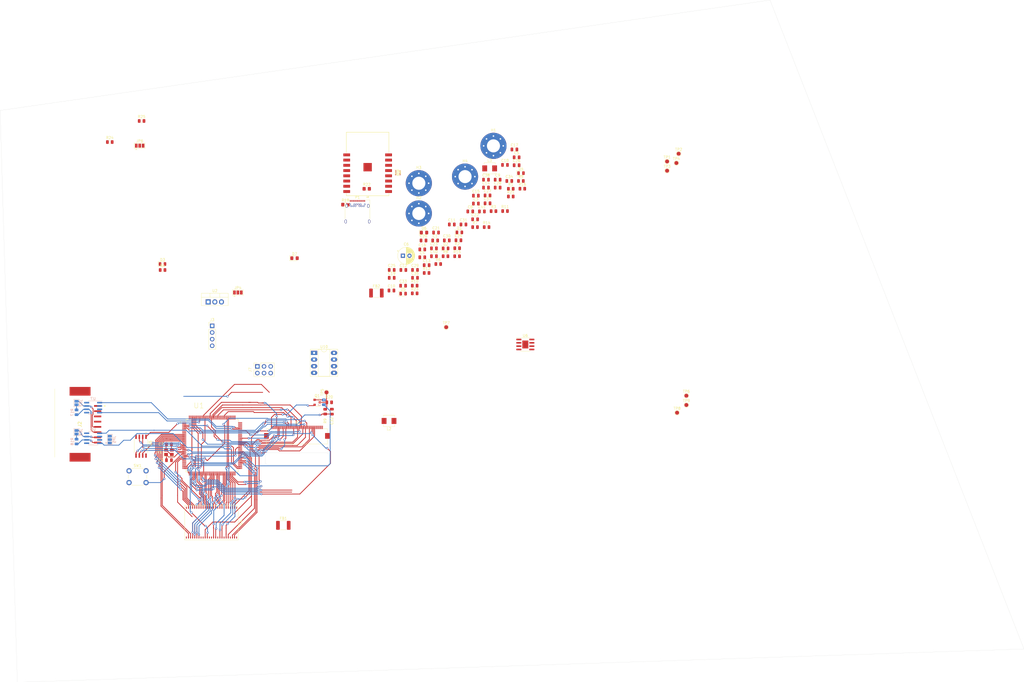
<source format=kicad_pcb>
(kicad_pcb (version 20171130) (host pcbnew "(5.1.8)-1")
  (layers (0 F.Cu signal) (1 In1.Cu power hide) (2 In2.Cu power hide) (31 B.Cu signal) (34 B.Paste user) (35 F.Paste user) (36 B.SilkS user) (37 F.SilkS user) (38 B.Mask user) (39 F.Mask user) (44 Edge.Cuts user))
  (net 0 "")
  (net 1 GND)
  (net 2 +3V3)
  (net 3 "Net-(C2-Pad1)")
  (net 4 +3.3VA)
  (net 5 "Net-(C7-Pad1)")
  (net 6 VCAP1)
  (net 7 +12L)
  (net 8 VCAP2)
  (net 9 "Net-(C18-Pad2)")
  (net 10 "Net-(C31-Pad2)")
  (net 11 LED_CURRENT_SENSE)
  (net 12 "Net-(C33-Pad2)")
  (net 13 "Net-(C33-Pad1)")
  (net 14 "Net-(C34-Pad2)")
  (net 15 "Net-(C34-Pad1)")
  (net 16 "Net-(C35-Pad1)")
  (net 17 +5V)
  (net 18 "Net-(D1-Pad1)")
  (net 19 "Net-(D2-Pad1)")
  (net 20 "Net-(D3-Pad1)")
  (net 21 SIGNAL_LED)
  (net 22 "Net-(D6-Pad2)")
  (net 23 "Net-(D7-Pad2)")
  (net 24 +12V)
  (net 25 DISPLAY_LED-)
  (net 26 /LTDC_R0)
  (net 27 /LTDC_R1)
  (net 28 /LTDC_R2)
  (net 29 /LTDC_R3)
  (net 30 /LTDC_R4)
  (net 31 /LTDC_R5)
  (net 32 /LTDC_R6)
  (net 33 /LTDC_R7)
  (net 34 /LTDC_G0)
  (net 35 /LTDC_G1)
  (net 36 /LTDC_G2)
  (net 37 /LTDC_G3)
  (net 38 /LTDC_G4)
  (net 39 /LTDC_G5)
  (net 40 /LTDC_G6)
  (net 41 /LTDC_G7)
  (net 42 /LTDC_B0)
  (net 43 /LTDC_B1)
  (net 44 /LTDC_B2)
  (net 45 /LTDC_B3)
  (net 46 /LTDC_B4)
  (net 47 /LTDC_B5)
  (net 48 /LTDC_B6)
  (net 49 /LTDC_B7)
  (net 50 /LTDC_CLK)
  (net 51 /LTDC_HSYNC)
  (net 52 /LTDC_VSYNC)
  (net 53 /LTDC_DE)
  (net 54 "Net-(J1-Pad35)")
  (net 55 "Net-(J1-Pad37)")
  (net 56 "Net-(J1-Pad38)")
  (net 57 "Net-(J1-Pad39)")
  (net 58 "Net-(J1-Pad40)")
  (net 59 CAN_L2)
  (net 60 CAN_H2)
  (net 61 CAN_L1)
  (net 62 CAN_H1)
  (net 63 LED_DATA)
  (net 64 RST)
  (net 65 SWDCLK)
  (net 66 SWIM)
  (net 67 SWDIO)
  (net 68 "Net-(JP1-Pad1)")
  (net 69 "Net-(JP1-Pad2)")
  (net 70 "Net-(JP1-Pad3)")
  (net 71 "Net-(JP2-Pad1)")
  (net 72 "Net-(JP3-Pad1)")
  (net 73 "Net-(JP4-Pad2)")
  (net 74 "Net-(JP5-Pad2)")
  (net 75 "Net-(P1-PadA2)")
  (net 76 "Net-(P1-PadA3)")
  (net 77 "Net-(P1-PadA5)")
  (net 78 USB_OTG_DP)
  (net 79 USB_OTG_DM)
  (net 80 "Net-(P1-PadA10)")
  (net 81 "Net-(P1-PadA8)")
  (net 82 "Net-(P1-PadA11)")
  (net 83 "Net-(P1-PadB2)")
  (net 84 "Net-(P1-PadB3)")
  (net 85 "Net-(P1-PadB5)")
  (net 86 "Net-(P1-PadB8)")
  (net 87 "Net-(P1-PadB10)")
  (net 88 "Net-(P1-PadB11)")
  (net 89 "Net-(Q1-Pad1)")
  (net 90 "Net-(R3-Pad2)")
  (net 91 "Net-(R6-Pad2)")
  (net 92 "Net-(R8-Pad2)")
  (net 93 "Net-(R11-Pad1)")
  (net 94 "Net-(R12-Pad2)")
  (net 95 LED_PWM)
  (net 96 "Net-(R15-Pad2)")
  (net 97 "Net-(R16-Pad2)")
  (net 98 "Net-(R21-Pad2)")
  (net 99 /FMC_SDNWE)
  (net 100 /SD_CARD_DETECT)
  (net 101 "Net-(U1-Pad45)")
  (net 102 /QUADSPI_CLK)
  (net 103 /FMC_SDNRAS)
  (net 104 /FMC_A6)
  (net 105 /FMC_A7)
  (net 106 /FMC_A8)
  (net 107 /FMC_A9)
  (net 108 /FMC_A10)
  (net 109 "Net-(U1-Pad57)")
  (net 110 /FMC_D4)
  (net 111 /FMC_D5)
  (net 112 /FMC_D6)
  (net 113 /FMC_D7)
  (net 114 /FMC_D8)
  (net 115 /FMC_D9)
  (net 116 /FMC_D10)
  (net 117 /FMC_D11)
  (net 118 /FMC_D12)
  (net 119 "Net-(U1-Pad110)")
  (net 120 ESP_RESET)
  (net 121 ESP_EN)
  (net 122 ESP_UART_RX)
  (net 123 /FMC_D2)
  (net 124 /FMC_D3)
  (net 125 ESP_UART_TX)
  (net 126 "Net-(U1-Pad118)")
  (net 127 "Net-(U1-Pad119)")
  (net 128 "Net-(U1-Pad123)")
  (net 129 "Net-(U1-Pad124)")
  (net 130 "Net-(U1-Pad129)")
  (net 131 /FMC_SDCAS)
  (net 132 "Net-(U1-Pad135)")
  (net 133 /QUADSPI_NCS)
  (net 134 "Net-(U1-Pad137)")
  (net 135 /FMC_NBL0)
  (net 136 /FMC_NBL1)
  (net 137 "Net-(U1-Pad2)")
  (net 138 "Net-(U1-Pad7)")
  (net 139 "Net-(U1-Pad8)")
  (net 140 "Net-(U1-Pad9)")
  (net 141 /FMC_A0)
  (net 142 /FMC_A1)
  (net 143 /FMC_A2)
  (net 144 /FMC_A3)
  (net 145 /FMC_A4)
  (net 146 /FMC_A5)
  (net 147 /QUADSPI_IO3)
  (net 148 /QUADSPI_IO2)
  (net 149 /QUADSPI_IO0)
  (net 150 /QUADSPI_IO1)
  (net 151 /FMC_SDNE0)
  (net 152 /FMC_SDCKE0)
  (net 153 "Net-(U1-Pad34)")
  (net 154 CAN_2_2)
  (net 155 CAN_2_1)
  (net 156 /FMC_D13)
  (net 157 /FMC_D14)
  (net 158 /FMC_D15)
  (net 159 "Net-(U1-Pad80)")
  (net 160 "Net-(U1-Pad82)")
  (net 161 /FMC_D0)
  (net 162 /FMC_D1)
  (net 163 "Net-(U1-Pad87)")
  (net 164 "Net-(U1-Pad88)")
  (net 165 /FMC_BA0)
  (net 166 "Net-(U1-Pad90)")
  (net 167 /FMC_SDCLK)
  (net 168 "Net-(U1-Pad98)")
  (net 169 /I2C3_SDA)
  (net 170 /I2C3_SCL)
  (net 171 "Net-(U1-Pad101)")
  (net 172 CAN_1_2)
  (net 173 CAN_1_1)
  (net 174 "Net-(U4-Pad37)")
  (net 175 "Net-(U4-Pad33)")
  (net 176 "Net-(U7-Pad5)")
  (net 177 "Net-(U8-Pad5)")
  (net 178 "Net-(U9-Pad2)")
  (net 179 "Net-(U9-Pad4)")
  (net 180 "Net-(U9-Pad5)")
  (net 181 "Net-(U9-Pad6)")
  (net 182 "Net-(U9-Pad7)")
  (net 183 "Net-(U9-Pad10)")
  (net 184 "Net-(U9-Pad11)")
  (net 185 "Net-(U9-Pad12)")
  (net 186 "Net-(U9-Pad13)")
  (net 187 "Net-(U9-Pad14)")
  (net 188 "Net-(Q1-Pad3)")
  (net 189 "Net-(JP6-Pad1)")
  (net 190 "Net-(JP6-Pad2)")
  (net 191 "Net-(JP6-Pad3)")
  (module Resistor_SMD:R_0805_2012Metric (layer B.Cu) (at 177.546 77.47 270)
    (fp_text reference R13 (at 0 1.65 270) (layer B.SilkS) (effects (justify mirror)))
    (fp_text value R)
    (pad 2 smd roundrect (at 0.9125 0 270) (size 1.025 1.4) (layers B.Cu B.Paste B.Mask) (roundrect_rratio 0.243902) (net 95 LED_PWM))
    (pad 1 smd roundrect (at -0.9125 0 270) (size 1.025 1.4) (layers B.Cu B.Paste B.Mask) (roundrect_rratio 0.243902) (net 89 "Net-(Q1-Pad1)"))
  )
  (module TestPoint:TestPoint_Pad_D1.5mm (layer F.Cu) (at 178.562 73.66 90)
    (fp_text reference TP5 (at 0 -1.648 90) (layer F.SilkS))
    (fp_text value TestPoint)
    (pad 1 smd circle (at 0 0 90) (size 1.5 1.5) (layers F.Cu F.Mask) (net 188 "Net-(Q1-Pad3)"))
  )
  (module Package_TO_SOT_SMD:SOT-23 (layer F.Cu) (at 175.006 77.47)
    (fp_text reference Q1 (at 0 -2.5) (layer F.SilkS))
    (fp_text value Q_NMOS_GDS)
    (pad 3 smd rect (at 1 0) (size 0.9 0.8) (layers F.Cu F.Paste F.Mask) (net 188 "Net-(Q1-Pad3)"))
    (pad 2 smd rect (at -1 0.95) (size 0.9 0.8) (layers F.Cu F.Paste F.Mask) (net 25 DISPLAY_LED-))
    (pad 1 smd rect (at -1 -0.95) (size 0.9 0.8) (layers F.Cu F.Paste F.Mask) (net 89 "Net-(Q1-Pad1)"))
  )
  (module Capacitor_SMD:C_0805_2012Metric (layer F.Cu) (at 180.594 81.026 90)
    (fp_text reference C32 (at -3.556 0 90) (layer F.SilkS))
    (fp_text value 100nF)
    (pad 2 smd roundrect (at 0.95 0 90) (size 1 1.45) (layers F.Cu F.Paste F.Mask) (net 1 GND))
    (pad 1 smd roundrect (at -0.95 0 90) (size 1 1.45) (layers F.Cu F.Paste F.Mask) (net 11 LED_CURRENT_SENSE))
  )
  (module Resistor_SMD:R_0805_2012Metric (layer F.Cu) (at 179.578 77.47)
    (fp_text reference R20 (at 0 -2.032) (layer F.SilkS))
    (fp_text value 1R)
    (pad 1 smd roundrect (at -0.9125 0) (size 1.025 1.4) (layers F.Cu F.Paste F.Mask) (roundrect_rratio 0.243902) (net 188 "Net-(Q1-Pad3)"))
    (pad 2 smd roundrect (at 0.9125 0) (size 1.025 1.4) (layers F.Cu F.Paste F.Mask) (roundrect_rratio 0.243902) (net 1 GND))
  )
  (module Resistor_SMD:R_0805_2012Metric (layer F.Cu) (at 178.054 81.026 270)
    (fp_text reference R9 (at 3.556 0 90) (layer F.SilkS))
    (fp_text value R)
    (pad 2 smd roundrect (at 0.9125 0 270) (size 1.025 1.4) (layers F.Cu F.Paste F.Mask) (roundrect_rratio 0.243902) (net 11 LED_CURRENT_SENSE))
    (pad 1 smd roundrect (at -0.9125 0 270) (size 1.025 1.4) (layers F.Cu F.Paste F.Mask) (roundrect_rratio 0.243902) (net 188 "Net-(Q1-Pad3)"))
  )
  (module STM32F767ZIT6:QFP50P2200X2200X160-144N (layer F.Cu) (at 134.874 93.98)
    (fp_text reference U1 (at -5.08435 -15.25309) (layer F.SilkS) (effects (font (size 2.001717 2.001717))))
    (fp_text value STM32F767ZIT6)
    (pad 37 smd roundrect (at -8.75 10.68) (size 0.28 1.56) (layers F.Cu F.Paste F.Mask) (roundrect_rratio 0.04) (net 47 /LTDC_B5))
    (pad 38 smd roundrect (at -8.25 10.68) (size 0.28 1.56) (layers F.Cu F.Paste F.Mask) (roundrect_rratio 0.04) (net 1 GND))
    (pad 39 smd roundrect (at -7.75 10.68) (size 0.28 1.56) (layers F.Cu F.Paste F.Mask) (roundrect_rratio 0.04) (net 2 +3V3))
    (pad 40 smd roundrect (at -7.25 10.68) (size 0.28 1.56) (layers F.Cu F.Paste F.Mask) (roundrect_rratio 0.04) (net 52 /LTDC_VSYNC))
    (pad 41 smd roundrect (at -6.75 10.68) (size 0.28 1.56) (layers F.Cu F.Paste F.Mask) (roundrect_rratio 0.04) (net 30 /LTDC_R4))
    (pad 42 smd roundrect (at -6.25 10.68) (size 0.28 1.56) (layers F.Cu F.Paste F.Mask) (roundrect_rratio 0.04) (net 36 /LTDC_G2))
    (pad 43 smd roundrect (at -5.75 10.68) (size 0.28 1.56) (layers F.Cu F.Paste F.Mask) (roundrect_rratio 0.04) (net 99 /FMC_SDNWE))
    (pad 44 smd roundrect (at -5.25 10.68) (size 0.28 1.56) (layers F.Cu F.Paste F.Mask) (roundrect_rratio 0.04) (net 100 /SD_CARD_DETECT))
    (pad 45 smd roundrect (at -4.75 10.68) (size 0.28 1.56) (layers F.Cu F.Paste F.Mask) (roundrect_rratio 0.04) (net 101 "Net-(U1-Pad45)"))
    (pad 46 smd roundrect (at -4.25 10.68) (size 0.28 1.56) (layers F.Cu F.Paste F.Mask) (roundrect_rratio 0.04) (net 29 /LTDC_R3))
    (pad 47 smd roundrect (at -3.75 10.68) (size 0.28 1.56) (layers F.Cu F.Paste F.Mask) (roundrect_rratio 0.04) (net 32 /LTDC_R6))
    (pad 48 smd roundrect (at -3.25 10.68) (size 0.28 1.56) (layers F.Cu F.Paste F.Mask) (roundrect_rratio 0.04) (net 102 /QUADSPI_CLK))
    (pad 49 smd roundrect (at -2.75 10.68) (size 0.28 1.56) (layers F.Cu F.Paste F.Mask) (roundrect_rratio 0.04) (net 103 /FMC_SDNRAS))
    (pad 50 smd roundrect (at -2.25 10.68) (size 0.28 1.56) (layers F.Cu F.Paste F.Mask) (roundrect_rratio 0.04) (net 104 /FMC_A6))
    (pad 51 smd roundrect (at -1.75 10.68) (size 0.28 1.56) (layers F.Cu F.Paste F.Mask) (roundrect_rratio 0.04) (net 1 GND))
    (pad 52 smd roundrect (at -1.25 10.68) (size 0.28 1.56) (layers F.Cu F.Paste F.Mask) (roundrect_rratio 0.04) (net 2 +3V3))
    (pad 53 smd roundrect (at -0.75 10.68) (size 0.28 1.56) (layers F.Cu F.Paste F.Mask) (roundrect_rratio 0.04) (net 105 /FMC_A7))
    (pad 54 smd roundrect (at -0.25 10.68) (size 0.28 1.56) (layers F.Cu F.Paste F.Mask) (roundrect_rratio 0.04) (net 106 /FMC_A8))
    (pad 55 smd roundrect (at 0.25 10.68) (size 0.28 1.56) (layers F.Cu F.Paste F.Mask) (roundrect_rratio 0.04) (net 107 /FMC_A9))
    (pad 56 smd roundrect (at 0.75 10.68) (size 0.28 1.56) (layers F.Cu F.Paste F.Mask) (roundrect_rratio 0.04) (net 108 /FMC_A10))
    (pad 57 smd roundrect (at 1.25 10.68) (size 0.28 1.56) (layers F.Cu F.Paste F.Mask) (roundrect_rratio 0.04) (net 109 "Net-(U1-Pad57)"))
    (pad 58 smd roundrect (at 1.75 10.68) (size 0.28 1.56) (layers F.Cu F.Paste F.Mask) (roundrect_rratio 0.04) (net 110 /FMC_D4))
    (pad 59 smd roundrect (at 2.25 10.68) (size 0.28 1.56) (layers F.Cu F.Paste F.Mask) (roundrect_rratio 0.04) (net 111 /FMC_D5))
    (pad 60 smd roundrect (at 2.75 10.68) (size 0.28 1.56) (layers F.Cu F.Paste F.Mask) (roundrect_rratio 0.04) (net 112 /FMC_D6))
    (pad 61 smd roundrect (at 3.25 10.68) (size 0.28 1.56) (layers F.Cu F.Paste F.Mask) (roundrect_rratio 0.04) (net 1 GND))
    (pad 62 smd roundrect (at 3.75 10.68) (size 0.28 1.56) (layers F.Cu F.Paste F.Mask) (roundrect_rratio 0.04) (net 2 +3V3))
    (pad 63 smd roundrect (at 4.25 10.68) (size 0.28 1.56) (layers F.Cu F.Paste F.Mask) (roundrect_rratio 0.04) (net 113 /FMC_D7))
    (pad 64 smd roundrect (at 4.75 10.68) (size 0.28 1.56) (layers F.Cu F.Paste F.Mask) (roundrect_rratio 0.04) (net 114 /FMC_D8))
    (pad 65 smd roundrect (at 5.25 10.68) (size 0.28 1.56) (layers F.Cu F.Paste F.Mask) (roundrect_rratio 0.04) (net 115 /FMC_D9))
    (pad 66 smd roundrect (at 5.75 10.68) (size 0.28 1.56) (layers F.Cu F.Paste F.Mask) (roundrect_rratio 0.04) (net 116 /FMC_D10))
    (pad 67 smd roundrect (at 6.25 10.68) (size 0.28 1.56) (layers F.Cu F.Paste F.Mask) (roundrect_rratio 0.04) (net 117 /FMC_D11))
    (pad 68 smd roundrect (at 6.75 10.68) (size 0.28 1.56) (layers F.Cu F.Paste F.Mask) (roundrect_rratio 0.04) (net 118 /FMC_D12))
    (pad 69 smd roundrect (at 7.25 10.68) (size 0.28 1.56) (layers F.Cu F.Paste F.Mask) (roundrect_rratio 0.04) (net 38 /LTDC_G4))
    (pad 70 smd roundrect (at 7.75 10.68) (size 0.28 1.56) (layers F.Cu F.Paste F.Mask) (roundrect_rratio 0.04) (net 39 /LTDC_G5))
    (pad 71 smd roundrect (at 8.25 10.68) (size 0.28 1.56) (layers F.Cu F.Paste F.Mask) (roundrect_rratio 0.04) (net 6 VCAP1))
    (pad 72 smd roundrect (at 8.75 10.68) (size 0.28 1.56) (layers F.Cu F.Paste F.Mask) (roundrect_rratio 0.04) (net 2 +3V3))
    (pad 109 smd roundrect (at 8.75 -10.68) (size 0.28 1.56) (layers F.Cu F.Paste F.Mask) (roundrect_rratio 0.04) (net 65 SWDCLK))
    (pad 110 smd roundrect (at 8.25 -10.68) (size 0.28 1.56) (layers F.Cu F.Paste F.Mask) (roundrect_rratio 0.04) (net 119 "Net-(U1-Pad110)"))
    (pad 111 smd roundrect (at 7.75 -10.68) (size 0.28 1.56) (layers F.Cu F.Paste F.Mask) (roundrect_rratio 0.04) (net 120 ESP_RESET))
    (pad 112 smd roundrect (at 7.25 -10.68) (size 0.28 1.56) (layers F.Cu F.Paste F.Mask) (roundrect_rratio 0.04) (net 121 ESP_EN))
    (pad 113 smd roundrect (at 6.75 -10.68) (size 0.28 1.56) (layers F.Cu F.Paste F.Mask) (roundrect_rratio 0.04) (net 122 ESP_UART_RX))
    (pad 114 smd roundrect (at 6.25 -10.68) (size 0.28 1.56) (layers F.Cu F.Paste F.Mask) (roundrect_rratio 0.04) (net 123 /FMC_D2))
    (pad 115 smd roundrect (at 5.75 -10.68) (size 0.28 1.56) (layers F.Cu F.Paste F.Mask) (roundrect_rratio 0.04) (net 124 /FMC_D3))
    (pad 116 smd roundrect (at 5.25 -10.68) (size 0.28 1.56) (layers F.Cu F.Paste F.Mask) (roundrect_rratio 0.04) (net 125 ESP_UART_TX))
    (pad 117 smd roundrect (at 4.75 -10.68) (size 0.28 1.56) (layers F.Cu F.Paste F.Mask) (roundrect_rratio 0.04) (net 41 /LTDC_G7))
    (pad 118 smd roundrect (at 4.25 -10.68) (size 0.28 1.56) (layers F.Cu F.Paste F.Mask) (roundrect_rratio 0.04) (net 126 "Net-(U1-Pad118)"))
    (pad 119 smd roundrect (at 3.75 -10.68) (size 0.28 1.56) (layers F.Cu F.Paste F.Mask) (roundrect_rratio 0.04) (net 127 "Net-(U1-Pad119)"))
    (pad 120 smd roundrect (at 3.25 -10.68) (size 0.28 1.56) (layers F.Cu F.Paste F.Mask) (roundrect_rratio 0.04) (net 1 GND))
    (pad 121 smd roundrect (at 2.75 -10.68) (size 0.28 1.56) (layers F.Cu F.Paste F.Mask) (roundrect_rratio 0.04) (net 2 +3V3))
    (pad 122 smd roundrect (at 2.25 -10.68) (size 0.28 1.56) (layers F.Cu F.Paste F.Mask) (roundrect_rratio 0.04) (net 44 /LTDC_B2))
    (pad 123 smd roundrect (at 1.75 -10.68) (size 0.28 1.56) (layers F.Cu F.Paste F.Mask) (roundrect_rratio 0.04) (net 128 "Net-(U1-Pad123)"))
    (pad 124 smd roundrect (at 1.25 -10.68) (size 0.28 1.56) (layers F.Cu F.Paste F.Mask) (roundrect_rratio 0.04) (net 129 "Net-(U1-Pad124)"))
    (pad 125 smd roundrect (at 0.75 -10.68) (size 0.28 1.56) (layers F.Cu F.Paste F.Mask) (roundrect_rratio 0.04) (net 37 /LTDC_G3))
    (pad 126 smd roundrect (at 0.25 -10.68) (size 0.28 1.56) (layers F.Cu F.Paste F.Mask) (roundrect_rratio 0.04) (net 45 /LTDC_B3))
    (pad 127 smd roundrect (at -0.25 -10.68) (size 0.28 1.56) (layers F.Cu F.Paste F.Mask) (roundrect_rratio 0.04) (net 46 /LTDC_B4))
    (pad 128 smd roundrect (at -0.75 -10.68) (size 0.28 1.56) (layers F.Cu F.Paste F.Mask) (roundrect_rratio 0.04) (net 26 /LTDC_R0))
    (pad 129 smd roundrect (at -1.25 -10.68) (size 0.28 1.56) (layers F.Cu F.Paste F.Mask) (roundrect_rratio 0.04) (net 130 "Net-(U1-Pad129)"))
    (pad 130 smd roundrect (at -1.75 -10.68) (size 0.28 1.56) (layers F.Cu F.Paste F.Mask) (roundrect_rratio 0.04) (net 1 GND))
    (pad 131 smd roundrect (at -2.25 -10.68) (size 0.28 1.56) (layers F.Cu F.Paste F.Mask) (roundrect_rratio 0.04) (net 2 +3V3))
    (pad 132 smd roundrect (at -2.75 -10.68) (size 0.28 1.56) (layers F.Cu F.Paste F.Mask) (roundrect_rratio 0.04) (net 131 /FMC_SDCAS))
    (pad 133 smd roundrect (at -3.25 -10.68) (size 0.28 1.56) (layers F.Cu F.Paste F.Mask) (roundrect_rratio 0.04) (net 66 SWIM))
    (pad 134 smd roundrect (at -3.75 -10.68) (size 0.28 1.56) (layers F.Cu F.Paste F.Mask) (roundrect_rratio 0.04) (net 63 LED_DATA))
    (pad 135 smd roundrect (at -4.25 -10.68) (size 0.28 1.56) (layers F.Cu F.Paste F.Mask) (roundrect_rratio 0.04) (net 132 "Net-(U1-Pad135)"))
    (pad 136 smd roundrect (at -4.75 -10.68) (size 0.28 1.56) (layers F.Cu F.Paste F.Mask) (roundrect_rratio 0.04) (net 133 /QUADSPI_NCS))
    (pad 137 smd roundrect (at -5.25 -10.68) (size 0.28 1.56) (layers F.Cu F.Paste F.Mask) (roundrect_rratio 0.04) (net 134 "Net-(U1-Pad137)"))
    (pad 138 smd roundrect (at -5.75 -10.68) (size 0.28 1.56) (layers F.Cu F.Paste F.Mask) (roundrect_rratio 0.04) (net 190 "Net-(JP6-Pad2)"))
    (pad 139 smd roundrect (at -6.25 -10.68) (size 0.28 1.56) (layers F.Cu F.Paste F.Mask) (roundrect_rratio 0.04) (net 48 /LTDC_B6))
    (pad 140 smd roundrect (at -6.75 -10.68) (size 0.28 1.56) (layers F.Cu F.Paste F.Mask) (roundrect_rratio 0.04) (net 49 /LTDC_B7))
    (pad 141 smd roundrect (at -7.25 -10.68) (size 0.28 1.56) (layers F.Cu F.Paste F.Mask) (roundrect_rratio 0.04) (net 135 /FMC_NBL0))
    (pad 142 smd roundrect (at -7.75 -10.68) (size 0.28 1.56) (layers F.Cu F.Paste F.Mask) (roundrect_rratio 0.04) (net 136 /FMC_NBL1))
    (pad 143 smd roundrect (at -8.25 -10.68) (size 0.28 1.56) (layers F.Cu F.Paste F.Mask) (roundrect_rratio 0.04) (net 69 "Net-(JP1-Pad2)"))
    (pad 144 smd roundrect (at -8.75 -10.68) (size 0.28 1.56) (layers F.Cu F.Paste F.Mask) (roundrect_rratio 0.04) (net 2 +3V3))
    (pad 1 smd roundrect (at -10.68 -8.75) (size 1.56 0.28) (layers F.Cu F.Paste F.Mask) (roundrect_rratio 0.04) (net 21 SIGNAL_LED))
    (pad 2 smd roundrect (at -10.68 -8.25) (size 1.56 0.28) (layers F.Cu F.Paste F.Mask) (roundrect_rratio 0.04) (net 137 "Net-(U1-Pad2)"))
    (pad 3 smd roundrect (at -10.68 -7.75) (size 1.56 0.28) (layers F.Cu F.Paste F.Mask) (roundrect_rratio 0.04) (net 42 /LTDC_B0))
    (pad 4 smd roundrect (at -10.68 -7.25) (size 1.56 0.28) (layers F.Cu F.Paste F.Mask) (roundrect_rratio 0.04) (net 34 /LTDC_G0))
    (pad 5 smd roundrect (at -10.68 -6.75) (size 1.56 0.28) (layers F.Cu F.Paste F.Mask) (roundrect_rratio 0.04) (net 35 /LTDC_G1))
    (pad 6 smd roundrect (at -10.68 -6.25) (size 1.56 0.28) (layers F.Cu F.Paste F.Mask) (roundrect_rratio 0.04) (net 2 +3V3))
    (pad 7 smd roundrect (at -10.68 -5.75) (size 1.56 0.28) (layers F.Cu F.Paste F.Mask) (roundrect_rratio 0.04) (net 138 "Net-(U1-Pad7)"))
    (pad 8 smd roundrect (at -10.68 -5.25) (size 1.56 0.28) (layers F.Cu F.Paste F.Mask) (roundrect_rratio 0.04) (net 139 "Net-(U1-Pad8)"))
    (pad 9 smd roundrect (at -10.68 -4.75) (size 1.56 0.28) (layers F.Cu F.Paste F.Mask) (roundrect_rratio 0.04) (net 140 "Net-(U1-Pad9)"))
    (pad 10 smd roundrect (at -10.68 -4.25) (size 1.56 0.28) (layers F.Cu F.Paste F.Mask) (roundrect_rratio 0.04) (net 141 /FMC_A0))
    (pad 11 smd roundrect (at -10.68 -3.75) (size 1.56 0.28) (layers F.Cu F.Paste F.Mask) (roundrect_rratio 0.04) (net 142 /FMC_A1))
    (pad 12 smd roundrect (at -10.68 -3.25) (size 1.56 0.28) (layers F.Cu F.Paste F.Mask) (roundrect_rratio 0.04) (net 143 /FMC_A2))
    (pad 13 smd roundrect (at -10.68 -2.75) (size 1.56 0.28) (layers F.Cu F.Paste F.Mask) (roundrect_rratio 0.04) (net 144 /FMC_A3))
    (pad 14 smd roundrect (at -10.68 -2.25) (size 1.56 0.28) (layers F.Cu F.Paste F.Mask) (roundrect_rratio 0.04) (net 145 /FMC_A4))
    (pad 15 smd roundrect (at -10.68 -1.75) (size 1.56 0.28) (layers F.Cu F.Paste F.Mask) (roundrect_rratio 0.04) (net 146 /FMC_A5))
    (pad 16 smd roundrect (at -10.68 -1.25) (size 1.56 0.28) (layers F.Cu F.Paste F.Mask) (roundrect_rratio 0.04) (net 1 GND))
    (pad 17 smd roundrect (at -10.68 -0.75) (size 1.56 0.28) (layers F.Cu F.Paste F.Mask) (roundrect_rratio 0.04) (net 2 +3V3))
    (pad 18 smd roundrect (at -10.68 -0.25) (size 1.56 0.28) (layers F.Cu F.Paste F.Mask) (roundrect_rratio 0.04) (net 147 /QUADSPI_IO3))
    (pad 19 smd roundrect (at -10.68 0.25) (size 1.56 0.28) (layers F.Cu F.Paste F.Mask) (roundrect_rratio 0.04) (net 148 /QUADSPI_IO2))
    (pad 20 smd roundrect (at -10.68 0.75) (size 1.56 0.28) (layers F.Cu F.Paste F.Mask) (roundrect_rratio 0.04) (net 149 /QUADSPI_IO0))
    (pad 21 smd roundrect (at -10.68 1.25) (size 1.56 0.28) (layers F.Cu F.Paste F.Mask) (roundrect_rratio 0.04) (net 150 /QUADSPI_IO1))
    (pad 22 smd roundrect (at -10.68 1.75) (size 1.56 0.28) (layers F.Cu F.Paste F.Mask) (roundrect_rratio 0.04) (net 53 /LTDC_DE))
    (pad 23 smd roundrect (at -10.68 2.25) (size 1.56 0.28) (layers F.Cu F.Paste F.Mask) (roundrect_rratio 0.04) (net 5 "Net-(C7-Pad1)"))
    (pad 24 smd roundrect (at -10.68 2.75) (size 1.56 0.28) (layers F.Cu F.Paste F.Mask) (roundrect_rratio 0.04) (net 3 "Net-(C2-Pad1)"))
    (pad 25 smd roundrect (at -10.68 3.25) (size 1.56 0.28) (layers F.Cu F.Paste F.Mask) (roundrect_rratio 0.04) (net 64 RST))
    (pad 26 smd roundrect (at -10.68 3.75) (size 1.56 0.28) (layers F.Cu F.Paste F.Mask) (roundrect_rratio 0.04) (net 31 /LTDC_R5))
    (pad 27 smd roundrect (at -10.68 4.25) (size 1.56 0.28) (layers F.Cu F.Paste F.Mask) (roundrect_rratio 0.04) (net 11 LED_CURRENT_SENSE))
    (pad 28 smd roundrect (at -10.68 4.75) (size 1.56 0.28) (layers F.Cu F.Paste F.Mask) (roundrect_rratio 0.04) (net 151 /FMC_SDNE0))
    (pad 29 smd roundrect (at -10.68 5.25) (size 1.56 0.28) (layers F.Cu F.Paste F.Mask) (roundrect_rratio 0.04) (net 152 /FMC_SDCKE0))
    (pad 30 smd roundrect (at -10.68 5.75) (size 1.56 0.28) (layers F.Cu F.Paste F.Mask) (roundrect_rratio 0.04) (net 2 +3V3))
    (pad 31 smd roundrect (at -10.68 6.25) (size 1.56 0.28) (layers F.Cu F.Paste F.Mask) (roundrect_rratio 0.04) (net 1 GND))
    (pad 32 smd roundrect (at -10.68 6.75) (size 1.56 0.28) (layers F.Cu F.Paste F.Mask) (roundrect_rratio 0.04) (net 4 +3.3VA))
    (pad 33 smd roundrect (at -10.68 7.25) (size 1.56 0.28) (layers F.Cu F.Paste F.Mask) (roundrect_rratio 0.04) (net 4 +3.3VA))
    (pad 34 smd roundrect (at -10.68 7.75) (size 1.56 0.28) (layers F.Cu F.Paste F.Mask) (roundrect_rratio 0.04) (net 153 "Net-(U1-Pad34)"))
    (pad 35 smd roundrect (at -10.68 8.25) (size 1.56 0.28) (layers F.Cu F.Paste F.Mask) (roundrect_rratio 0.04) (net 28 /LTDC_R2))
    (pad 36 smd roundrect (at -10.68 8.75) (size 1.56 0.28) (layers F.Cu F.Paste F.Mask) (roundrect_rratio 0.04) (net 27 /LTDC_R1))
    (pad 73 smd roundrect (at 10.68 8.75) (size 1.56 0.28) (layers F.Cu F.Paste F.Mask) (roundrect_rratio 0.04) (net 154 CAN_2_2))
    (pad 74 smd roundrect (at 10.68 8.25) (size 1.56 0.28) (layers F.Cu F.Paste F.Mask) (roundrect_rratio 0.04) (net 155 CAN_2_1))
    (pad 75 smd roundrect (at 10.68 7.75) (size 1.56 0.28) (layers F.Cu F.Paste F.Mask) (roundrect_rratio 0.04) (net 79 USB_OTG_DM))
    (pad 76 smd roundrect (at 10.68 7.25) (size 1.56 0.28) (layers F.Cu F.Paste F.Mask) (roundrect_rratio 0.04) (net 78 USB_OTG_DP))
    (pad 77 smd roundrect (at 10.68 6.75) (size 1.56 0.28) (layers F.Cu F.Paste F.Mask) (roundrect_rratio 0.04) (net 156 /FMC_D13))
    (pad 78 smd roundrect (at 10.68 6.25) (size 1.56 0.28) (layers F.Cu F.Paste F.Mask) (roundrect_rratio 0.04) (net 157 /FMC_D14))
    (pad 79 smd roundrect (at 10.68 5.75) (size 1.56 0.28) (layers F.Cu F.Paste F.Mask) (roundrect_rratio 0.04) (net 158 /FMC_D15))
    (pad 80 smd roundrect (at 10.68 5.25) (size 1.56 0.28) (layers F.Cu F.Paste F.Mask) (roundrect_rratio 0.04) (net 159 "Net-(U1-Pad80)"))
    (pad 81 smd roundrect (at 10.68 4.75) (size 1.56 0.28) (layers F.Cu F.Paste F.Mask) (roundrect_rratio 0.04) (net 95 LED_PWM))
    (pad 82 smd roundrect (at 10.68 4.25) (size 1.56 0.28) (layers F.Cu F.Paste F.Mask) (roundrect_rratio 0.04) (net 160 "Net-(U1-Pad82)"))
    (pad 83 smd roundrect (at 10.68 3.75) (size 1.56 0.28) (layers F.Cu F.Paste F.Mask) (roundrect_rratio 0.04) (net 1 GND))
    (pad 84 smd roundrect (at 10.68 3.25) (size 1.56 0.28) (layers F.Cu F.Paste F.Mask) (roundrect_rratio 0.04) (net 2 +3V3))
    (pad 85 smd roundrect (at 10.68 2.75) (size 1.56 0.28) (layers F.Cu F.Paste F.Mask) (roundrect_rratio 0.04) (net 161 /FMC_D0))
    (pad 86 smd roundrect (at 10.68 2.25) (size 1.56 0.28) (layers F.Cu F.Paste F.Mask) (roundrect_rratio 0.04) (net 162 /FMC_D1))
    (pad 87 smd roundrect (at 10.68 1.75) (size 1.56 0.28) (layers F.Cu F.Paste F.Mask) (roundrect_rratio 0.04) (net 163 "Net-(U1-Pad87)"))
    (pad 88 smd roundrect (at 10.68 1.25) (size 1.56 0.28) (layers F.Cu F.Paste F.Mask) (roundrect_rratio 0.04) (net 164 "Net-(U1-Pad88)"))
    (pad 89 smd roundrect (at 10.68 0.75) (size 1.56 0.28) (layers F.Cu F.Paste F.Mask) (roundrect_rratio 0.04) (net 165 /FMC_BA0))
    (pad 90 smd roundrect (at 10.68 0.25) (size 1.56 0.28) (layers F.Cu F.Paste F.Mask) (roundrect_rratio 0.04) (net 166 "Net-(U1-Pad90)"))
    (pad 91 smd roundrect (at 10.68 -0.25) (size 1.56 0.28) (layers F.Cu F.Paste F.Mask) (roundrect_rratio 0.04) (net 33 /LTDC_R7))
    (pad 92 smd roundrect (at 10.68 -0.75) (size 1.56 0.28) (layers F.Cu F.Paste F.Mask) (roundrect_rratio 0.04) (net 50 /LTDC_CLK))
    (pad 93 smd roundrect (at 10.68 -1.25) (size 1.56 0.28) (layers F.Cu F.Paste F.Mask) (roundrect_rratio 0.04) (net 167 /FMC_SDCLK))
    (pad 94 smd roundrect (at 10.68 -1.75) (size 1.56 0.28) (layers F.Cu F.Paste F.Mask) (roundrect_rratio 0.04) (net 1 GND))
    (pad 95 smd roundrect (at 10.68 -2.25) (size 1.56 0.28) (layers F.Cu F.Paste F.Mask) (roundrect_rratio 0.04) (net 2 +3V3))
    (pad 96 smd roundrect (at 10.68 -2.75) (size 1.56 0.28) (layers F.Cu F.Paste F.Mask) (roundrect_rratio 0.04) (net 51 /LTDC_HSYNC))
    (pad 97 smd roundrect (at 10.68 -3.25) (size 1.56 0.28) (layers F.Cu F.Paste F.Mask) (roundrect_rratio 0.04) (net 40 /LTDC_G6))
    (pad 98 smd roundrect (at 10.68 -3.75) (size 1.56 0.28) (layers F.Cu F.Paste F.Mask) (roundrect_rratio 0.04) (net 168 "Net-(U1-Pad98)"))
    (pad 99 smd roundrect (at 10.68 -4.25) (size 1.56 0.28) (layers F.Cu F.Paste F.Mask) (roundrect_rratio 0.04) (net 169 /I2C3_SDA))
    (pad 100 smd roundrect (at 10.68 -4.75) (size 1.56 0.28) (layers F.Cu F.Paste F.Mask) (roundrect_rratio 0.04) (net 170 /I2C3_SCL))
    (pad 101 smd roundrect (at 10.68 -5.25) (size 1.56 0.28) (layers F.Cu F.Paste F.Mask) (roundrect_rratio 0.04) (net 171 "Net-(U1-Pad101)"))
    (pad 102 smd roundrect (at 10.68 -5.75) (size 1.56 0.28) (layers F.Cu F.Paste F.Mask) (roundrect_rratio 0.04) (net 43 /LTDC_B1))
    (pad 103 smd roundrect (at 10.68 -6.25) (size 1.56 0.28) (layers F.Cu F.Paste F.Mask) (roundrect_rratio 0.04) (net 172 CAN_1_2))
    (pad 104 smd roundrect (at 10.68 -6.75) (size 1.56 0.28) (layers F.Cu F.Paste F.Mask) (roundrect_rratio 0.04) (net 173 CAN_1_1))
    (pad 105 smd roundrect (at 10.68 -7.25) (size 1.56 0.28) (layers F.Cu F.Paste F.Mask) (roundrect_rratio 0.04) (net 67 SWDIO))
    (pad 106 smd roundrect (at 10.68 -7.75) (size 1.56 0.28) (layers F.Cu F.Paste F.Mask) (roundrect_rratio 0.04) (net 8 VCAP2))
    (pad 107 smd roundrect (at 10.68 -8.25) (size 1.56 0.28) (layers F.Cu F.Paste F.Mask) (roundrect_rratio 0.04) (net 1 GND))
    (pad 108 smd roundrect (at 10.68 -8.75) (size 1.56 0.28) (layers F.Cu F.Paste F.Mask) (roundrect_rratio 0.04) (net 2 +3V3))
  )
  (module Jumper:SolderJumper-2_P1.3mm_Open_Pad1.0x1.5mm (layer B.Cu) (at 83.058 88.9 90)
    (fp_text reference JP3 (at 0 1.8 270) (layer B.SilkS) (effects (justify mirror)))
    (fp_text value CAN2_RESISTOR)
    (pad 1 smd rect (at -0.65 0 90) (size 1 1.5) (layers B.Cu B.Mask) (net 72 "Net-(JP3-Pad1)"))
    (pad 2 smd rect (at 0.65 0 90) (size 1 1.5) (layers B.Cu B.Mask) (net 60 CAN_H2))
  )
  (module Jumper:SolderJumper-2_P1.3mm_Open_Pad1.0x1.5mm (layer B.Cu) (at 83.058 77.724 90)
    (fp_text reference JP2 (at 0 1.8 270) (layer B.SilkS) (effects (justify mirror)))
    (fp_text value CAN1_RESISTOR)
    (pad 1 smd rect (at -0.65 0 90) (size 1 1.5) (layers B.Cu B.Mask) (net 71 "Net-(JP2-Pad1)"))
    (pad 2 smd rect (at 0.65 0 90) (size 1 1.5) (layers B.Cu B.Mask) (net 62 CAN_H1))
  )
  (module Package_DIP:DIP-8_W7.62mm_Socket_LongPads (layer F.Cu) (at 173.806 58.59)
    (fp_text reference U10 (at 3.81 -2.33) (layer F.SilkS))
    (fp_text value 24LC01)
    (pad 8 thru_hole oval (at 7.62 0) (size 2.4 1.6) (drill 0.8) (layers *.Cu *.Mask) (net 2 +3V3))
    (pad 4 thru_hole oval (at 0 7.62) (size 2.4 1.6) (drill 0.8) (layers *.Cu *.Mask) (net 1 GND))
    (pad 7 thru_hole oval (at 7.62 2.54) (size 2.4 1.6) (drill 0.8) (layers *.Cu *.Mask) (net 98 "Net-(R21-Pad2)"))
    (pad 3 thru_hole oval (at 0 5.08) (size 2.4 1.6) (drill 0.8) (layers *.Cu *.Mask) (net 1 GND))
    (pad 6 thru_hole oval (at 7.62 5.08) (size 2.4 1.6) (drill 0.8) (layers *.Cu *.Mask) (net 170 /I2C3_SCL))
    (pad 2 thru_hole oval (at 0 2.54) (size 2.4 1.6) (drill 0.8) (layers *.Cu *.Mask) (net 1 GND))
    (pad 5 thru_hole oval (at 7.62 7.62) (size 2.4 1.6) (drill 0.8) (layers *.Cu *.Mask) (net 169 /I2C3_SDA))
    (pad 1 thru_hole rect (at 0 0) (size 2.4 1.6) (drill 0.8) (layers *.Cu *.Mask) (net 1 GND))
  )
  (module Package_SO:SOIC-8_3.9x4.9mm_P1.27mm (layer B.Cu) (at 89.408 91.186 180)
    (fp_text reference U8 (at 0 3.4) (layer B.SilkS) (effects (justify mirror)))
    (fp_text value MCP2561-E-SN)
    (pad 8 smd roundrect (at 2.475 1.905 180) (size 1.95 0.6) (layers B.Cu B.Paste B.Mask) (net 1 GND))
    (pad 7 smd roundrect (at 2.475 0.635 180) (size 1.95 0.6) (layers B.Cu B.Paste B.Mask) (net 60 CAN_H2))
    (pad 6 smd roundrect (at 2.475 -0.635 180) (size 1.95 0.6) (layers B.Cu B.Paste B.Mask) (net 59 CAN_L2))
    (pad 5 smd roundrect (at 2.475 -1.905 180) (size 1.95 0.6) (layers B.Cu B.Paste B.Mask) (net 177 "Net-(U8-Pad5)"))
    (pad 4 smd roundrect (at -2.475 -1.905 180) (size 1.95 0.6) (layers B.Cu B.Paste B.Mask) (net 154 CAN_2_2))
    (pad 3 smd roundrect (at -2.475 -0.635 180) (size 1.95 0.6) (layers B.Cu B.Paste B.Mask) (net 74 "Net-(JP5-Pad2)"))
    (pad 2 smd roundrect (at -2.475 0.635 180) (size 1.95 0.6) (layers B.Cu B.Paste B.Mask) (net 1 GND))
    (pad 1 smd roundrect (at -2.475 1.905 180) (size 1.95 0.6) (layers B.Cu B.Paste B.Mask) (net 155 CAN_2_1))
  )
  (module Package_SO:SOIC-8_3.9x4.9mm_P1.27mm (layer B.Cu) (at 89.408 79.502 180)
    (fp_text reference U7 (at 0 3.4) (layer B.SilkS) (effects (justify mirror)))
    (fp_text value MCP2561-E-SN)
    (pad 8 smd roundrect (at 2.475 1.905 180) (size 1.95 0.6) (layers B.Cu B.Paste B.Mask) (net 1 GND))
    (pad 7 smd roundrect (at 2.475 0.635 180) (size 1.95 0.6) (layers B.Cu B.Paste B.Mask) (net 62 CAN_H1))
    (pad 6 smd roundrect (at 2.475 -0.635 180) (size 1.95 0.6) (layers B.Cu B.Paste B.Mask) (net 61 CAN_L1))
    (pad 5 smd roundrect (at 2.475 -1.905 180) (size 1.95 0.6) (layers B.Cu B.Paste B.Mask) (net 176 "Net-(U7-Pad5)"))
    (pad 4 smd roundrect (at -2.475 -1.905 180) (size 1.95 0.6) (layers B.Cu B.Paste B.Mask) (net 172 CAN_1_2))
    (pad 3 smd roundrect (at -2.475 -0.635 180) (size 1.95 0.6) (layers B.Cu B.Paste B.Mask) (net 73 "Net-(JP4-Pad2)"))
    (pad 2 smd roundrect (at -2.475 0.635 180) (size 1.95 0.6) (layers B.Cu B.Paste B.Mask) (net 1 GND))
    (pad 1 smd roundrect (at -2.475 1.905 180) (size 1.95 0.6) (layers B.Cu B.Paste B.Mask) (net 173 CAN_1_1))
  )
  (module Jumper:SolderJumper-3_P1.3mm_Open_Pad1.0x1.5mm (layer F.Cu) (at 107.188 -20.574)
    (fp_text reference JP6 (at 0 -1.8) (layer F.SilkS))
    (fp_text value BOOT0)
    (pad 1 smd rect (at -1.3 0) (size 1 1.5) (layers F.Cu F.Mask) (net 189 "Net-(JP6-Pad1)"))
    (pad 2 smd rect (at 0 0) (size 1 1.5) (layers F.Cu F.Mask) (net 190 "Net-(JP6-Pad2)"))
    (pad 3 smd rect (at 1.3 0) (size 1 1.5) (layers F.Cu F.Mask) (net 191 "Net-(JP6-Pad3)"))
  )
  (module Package_TO_SOT_THT:TO-220-3_Vertical (layer F.Cu) (at 133.35 39.116)
    (fp_text reference U2 (at 2.54 -4.27) (layer F.SilkS))
    (fp_text value IFX27001TFV33)
    (pad 3 thru_hole oval (at 5.08 0) (size 1.905 2) (drill 1.1) (layers *.Cu *.Mask) (net 17 +5V))
    (pad 2 thru_hole oval (at 2.54 0) (size 1.905 2) (drill 1.1) (layers *.Cu *.Mask) (net 2 +3V3))
    (pad 1 thru_hole rect (at 0 0) (size 1.905 2) (drill 1.1) (layers *.Cu *.Mask) (net 1 GND))
  )
  (module Resistor_SMD:R_0805_2012Metric (layer F.Cu) (at 107.913001 -30.012999)
    (fp_text reference R25 (at 0 -1.65) (layer F.SilkS))
    (fp_text value 10k)
    (pad 2 smd roundrect (at 0.9125 0) (size 1.025 1.4) (layers F.Cu F.Paste F.Mask) (roundrect_rratio 0.243902) (net 1 GND))
    (pad 1 smd roundrect (at -0.9125 0) (size 1.025 1.4) (layers F.Cu F.Paste F.Mask) (roundrect_rratio 0.243902) (net 191 "Net-(JP6-Pad3)"))
  )
  (module Resistor_SMD:R_0805_2012Metric (layer F.Cu) (at 95.763001 -21.962999)
    (fp_text reference R24 (at 0 -1.65) (layer F.SilkS))
    (fp_text value 10k)
    (pad 2 smd roundrect (at 0.9125 0) (size 1.025 1.4) (layers F.Cu F.Paste F.Mask) (roundrect_rratio 0.243902) (net 189 "Net-(JP6-Pad1)"))
    (pad 1 smd roundrect (at -0.9125 0) (size 1.025 1.4) (layers F.Cu F.Paste F.Mask) (roundrect_rratio 0.243902) (net 2 +3V3))
  )
  (module Connector_PinHeader_2.54mm:PinHeader_1x04_P2.54mm_Vertical (layer F.Cu) (at 134.874 48.26)
    (fp_text reference J3 (at 0 -2.33) (layer F.SilkS))
    (fp_text value Conn_01x04_Female)
    (pad 4 thru_hole oval (at 0 7.62) (size 1.7 1.7) (drill 1) (layers *.Cu *.Mask) (net 24 +12V))
    (pad 3 thru_hole oval (at 0 5.08) (size 1.7 1.7) (drill 1) (layers *.Cu *.Mask) (net 1 GND))
    (pad 2 thru_hole oval (at 0 2.54) (size 1.7 1.7) (drill 1) (layers *.Cu *.Mask) (net 17 +5V))
    (pad 1 thru_hole rect (at 0 0) (size 1.7 1.7) (drill 1) (layers *.Cu *.Mask) (net 1 GND))
  )
  (module Connector_FFC-FPC:Hirose_FH12-40S-0.5SH_1x40-1MP_P0.50mm_Horizontal (layer F.Cu) (at 167.259 88.9)
    (fp_text reference J1 (at 0 -3.7) (layer F.SilkS))
    (fp_text value Display)
    (pad MP smd rect (at 11.65 1.4) (size 1.8 2.2) (layers F.Cu F.Paste F.Mask))
    (pad MP smd rect (at -11.65 1.4) (size 1.8 2.2) (layers F.Cu F.Paste F.Mask))
    (pad 1 smd rect (at -9.75 -1.85) (size 0.3 1.3) (layers F.Cu F.Paste F.Mask) (net 25 DISPLAY_LED-))
    (pad 2 smd rect (at -9.25 -1.85) (size 0.3 1.3) (layers F.Cu F.Paste F.Mask) (net 7 +12L))
    (pad 3 smd rect (at -8.75 -1.85) (size 0.3 1.3) (layers F.Cu F.Paste F.Mask) (net 1 GND))
    (pad 4 smd rect (at -8.25 -1.85) (size 0.3 1.3) (layers F.Cu F.Paste F.Mask) (net 2 +3V3))
    (pad 5 smd rect (at -7.75 -1.85) (size 0.3 1.3) (layers F.Cu F.Paste F.Mask) (net 26 /LTDC_R0))
    (pad 6 smd rect (at -7.25 -1.85) (size 0.3 1.3) (layers F.Cu F.Paste F.Mask) (net 27 /LTDC_R1))
    (pad 7 smd rect (at -6.75 -1.85) (size 0.3 1.3) (layers F.Cu F.Paste F.Mask) (net 28 /LTDC_R2))
    (pad 8 smd rect (at -6.25 -1.85) (size 0.3 1.3) (layers F.Cu F.Paste F.Mask) (net 29 /LTDC_R3))
    (pad 9 smd rect (at -5.75 -1.85) (size 0.3 1.3) (layers F.Cu F.Paste F.Mask) (net 30 /LTDC_R4))
    (pad 10 smd rect (at -5.25 -1.85) (size 0.3 1.3) (layers F.Cu F.Paste F.Mask) (net 31 /LTDC_R5))
    (pad 11 smd rect (at -4.75 -1.85) (size 0.3 1.3) (layers F.Cu F.Paste F.Mask) (net 32 /LTDC_R6))
    (pad 12 smd rect (at -4.25 -1.85) (size 0.3 1.3) (layers F.Cu F.Paste F.Mask) (net 33 /LTDC_R7))
    (pad 13 smd rect (at -3.75 -1.85) (size 0.3 1.3) (layers F.Cu F.Paste F.Mask) (net 34 /LTDC_G0))
    (pad 14 smd rect (at -3.25 -1.85) (size 0.3 1.3) (layers F.Cu F.Paste F.Mask) (net 35 /LTDC_G1))
    (pad 15 smd rect (at -2.75 -1.85) (size 0.3 1.3) (layers F.Cu F.Paste F.Mask) (net 36 /LTDC_G2))
    (pad 16 smd rect (at -2.25 -1.85) (size 0.3 1.3) (layers F.Cu F.Paste F.Mask) (net 37 /LTDC_G3))
    (pad 17 smd rect (at -1.75 -1.85) (size 0.3 1.3) (layers F.Cu F.Paste F.Mask) (net 38 /LTDC_G4))
    (pad 18 smd rect (at -1.25 -1.85) (size 0.3 1.3) (layers F.Cu F.Paste F.Mask) (net 39 /LTDC_G5))
    (pad 19 smd rect (at -0.75 -1.85) (size 0.3 1.3) (layers F.Cu F.Paste F.Mask) (net 40 /LTDC_G6))
    (pad 20 smd rect (at -0.25 -1.85) (size 0.3 1.3) (layers F.Cu F.Paste F.Mask) (net 41 /LTDC_G7))
    (pad 21 smd rect (at 0.25 -1.85) (size 0.3 1.3) (layers F.Cu F.Paste F.Mask) (net 42 /LTDC_B0))
    (pad 22 smd rect (at 0.75 -1.85) (size 0.3 1.3) (layers F.Cu F.Paste F.Mask) (net 43 /LTDC_B1))
    (pad 23 smd rect (at 1.25 -1.85) (size 0.3 1.3) (layers F.Cu F.Paste F.Mask) (net 44 /LTDC_B2))
    (pad 24 smd rect (at 1.75 -1.85) (size 0.3 1.3) (layers F.Cu F.Paste F.Mask) (net 45 /LTDC_B3))
    (pad 25 smd rect (at 2.25 -1.85) (size 0.3 1.3) (layers F.Cu F.Paste F.Mask) (net 46 /LTDC_B4))
    (pad 26 smd rect (at 2.75 -1.85) (size 0.3 1.3) (layers F.Cu F.Paste F.Mask) (net 47 /LTDC_B5))
    (pad 27 smd rect (at 3.25 -1.85) (size 0.3 1.3) (layers F.Cu F.Paste F.Mask) (net 48 /LTDC_B6))
    (pad 28 smd rect (at 3.75 -1.85) (size 0.3 1.3) (layers F.Cu F.Paste F.Mask) (net 49 /LTDC_B7))
    (pad 29 smd rect (at 4.25 -1.85) (size 0.3 1.3) (layers F.Cu F.Paste F.Mask) (net 1 GND))
    (pad 30 smd rect (at 4.75 -1.85) (size 0.3 1.3) (layers F.Cu F.Paste F.Mask) (net 50 /LTDC_CLK))
    (pad 31 smd rect (at 5.25 -1.85) (size 0.3 1.3) (layers F.Cu F.Paste F.Mask) (net 2 +3V3))
    (pad 32 smd rect (at 5.75 -1.85) (size 0.3 1.3) (layers F.Cu F.Paste F.Mask) (net 51 /LTDC_HSYNC))
    (pad 33 smd rect (at 6.25 -1.85) (size 0.3 1.3) (layers F.Cu F.Paste F.Mask) (net 52 /LTDC_VSYNC))
    (pad 34 smd rect (at 6.75 -1.85) (size 0.3 1.3) (layers F.Cu F.Paste F.Mask) (net 53 /LTDC_DE))
    (pad 35 smd rect (at 7.25 -1.85) (size 0.3 1.3) (layers F.Cu F.Paste F.Mask) (net 54 "Net-(J1-Pad35)"))
    (pad 36 smd rect (at 7.75 -1.85) (size 0.3 1.3) (layers F.Cu F.Paste F.Mask) (net 1 GND))
    (pad 37 smd rect (at 8.25 -1.85) (size 0.3 1.3) (layers F.Cu F.Paste F.Mask) (net 55 "Net-(J1-Pad37)"))
    (pad 38 smd rect (at 8.75 -1.85) (size 0.3 1.3) (layers F.Cu F.Paste F.Mask) (net 56 "Net-(J1-Pad38)"))
    (pad 39 smd rect (at 9.25 -1.85) (size 0.3 1.3) (layers F.Cu F.Paste F.Mask) (net 57 "Net-(J1-Pad39)"))
    (pad 40 smd rect (at 9.75 -1.85) (size 0.3 1.3) (layers F.Cu F.Paste F.Mask) (net 58 "Net-(J1-Pad40)"))
  )
  (module AS4C1M16S-6TCN:TSOP-II-50 (layer F.Cu) (at 134.62 123.444 180)
    (fp_text reference U4 (at -11.26 0 90) (layer F.SilkS))
    (fp_text value AS4C1M16S-6TCN)
    (pad 50 smd rect (at -9.6 -5.68 180) (size 0.32 0.8) (layers F.Cu F.Paste F.Mask) (net 1 GND))
    (pad 1 smd rect (at -9.6 5.68 180) (size 0.32 0.8) (layers F.Cu F.Paste F.Mask) (net 2 +3V3))
    (pad 49 smd rect (at -8.8 -5.68 180) (size 0.32 0.8) (layers F.Cu F.Paste F.Mask) (net 158 /FMC_D15))
    (pad 2 smd rect (at -8.8 5.68 180) (size 0.32 0.8) (layers F.Cu F.Paste F.Mask) (net 161 /FMC_D0))
    (pad 48 smd rect (at -8 -5.68 180) (size 0.32 0.8) (layers F.Cu F.Paste F.Mask) (net 157 /FMC_D14))
    (pad 3 smd rect (at -8 5.68 180) (size 0.32 0.8) (layers F.Cu F.Paste F.Mask) (net 162 /FMC_D1))
    (pad 47 smd rect (at -7.2 -5.68 180) (size 0.32 0.8) (layers F.Cu F.Paste F.Mask) (net 1 GND))
    (pad 4 smd rect (at -7.2 5.68 180) (size 0.32 0.8) (layers F.Cu F.Paste F.Mask) (net 1 GND))
    (pad 46 smd rect (at -6.4 -5.68 180) (size 0.32 0.8) (layers F.Cu F.Paste F.Mask) (net 156 /FMC_D13))
    (pad 5 smd rect (at -6.4 5.68 180) (size 0.32 0.8) (layers F.Cu F.Paste F.Mask) (net 123 /FMC_D2))
    (pad 45 smd rect (at -5.6 -5.68 180) (size 0.32 0.8) (layers F.Cu F.Paste F.Mask) (net 118 /FMC_D12))
    (pad 6 smd rect (at -5.6 5.68 180) (size 0.32 0.8) (layers F.Cu F.Paste F.Mask) (net 124 /FMC_D3))
    (pad 44 smd rect (at -4.8 -5.68 180) (size 0.32 0.8) (layers F.Cu F.Paste F.Mask) (net 4 +3.3VA))
    (pad 7 smd rect (at -4.8 5.68 180) (size 0.32 0.8) (layers F.Cu F.Paste F.Mask) (net 4 +3.3VA))
    (pad 43 smd rect (at -4 -5.68 180) (size 0.32 0.8) (layers F.Cu F.Paste F.Mask) (net 117 /FMC_D11))
    (pad 8 smd rect (at -4 5.68 180) (size 0.32 0.8) (layers F.Cu F.Paste F.Mask) (net 110 /FMC_D4))
    (pad 42 smd rect (at -3.2 -5.68 180) (size 0.32 0.8) (layers F.Cu F.Paste F.Mask) (net 116 /FMC_D10))
    (pad 9 smd rect (at -3.2 5.68 180) (size 0.32 0.8) (layers F.Cu F.Paste F.Mask) (net 111 /FMC_D5))
    (pad 41 smd rect (at -2.4 -5.68 180) (size 0.32 0.8) (layers F.Cu F.Paste F.Mask) (net 1 GND))
    (pad 10 smd rect (at -2.4 5.68 180) (size 0.32 0.8) (layers F.Cu F.Paste F.Mask) (net 1 GND))
    (pad 40 smd rect (at -1.6 -5.68 180) (size 0.32 0.8) (layers F.Cu F.Paste F.Mask) (net 115 /FMC_D9))
    (pad 11 smd rect (at -1.6 5.68 180) (size 0.32 0.8) (layers F.Cu F.Paste F.Mask) (net 112 /FMC_D6))
    (pad 39 smd rect (at -0.8 -5.68 180) (size 0.32 0.8) (layers F.Cu F.Paste F.Mask) (net 114 /FMC_D8))
    (pad 12 smd rect (at -0.8 5.68 180) (size 0.32 0.8) (layers F.Cu F.Paste F.Mask) (net 113 /FMC_D7))
    (pad 38 smd rect (at 0 -5.68 180) (size 0.32 0.8) (layers F.Cu F.Paste F.Mask) (net 4 +3.3VA))
    (pad 13 smd rect (at 0 5.68 180) (size 0.32 0.8) (layers F.Cu F.Paste F.Mask) (net 4 +3.3VA))
    (pad 37 smd rect (at 0.8 -5.68 180) (size 0.32 0.8) (layers F.Cu F.Paste F.Mask) (net 174 "Net-(U4-Pad37)"))
    (pad 14 smd rect (at 0.8 5.68 180) (size 0.32 0.8) (layers F.Cu F.Paste F.Mask) (net 135 /FMC_NBL0))
    (pad 36 smd rect (at 1.6 -5.68 180) (size 0.32 0.8) (layers F.Cu F.Paste F.Mask) (net 136 /FMC_NBL1))
    (pad 15 smd rect (at 1.6 5.68 180) (size 0.32 0.8) (layers F.Cu F.Paste F.Mask) (net 99 /FMC_SDNWE))
    (pad 35 smd rect (at 2.4 -5.68 180) (size 0.32 0.8) (layers F.Cu F.Paste F.Mask) (net 167 /FMC_SDCLK))
    (pad 16 smd rect (at 2.4 5.68 180) (size 0.32 0.8) (layers F.Cu F.Paste F.Mask) (net 131 /FMC_SDCAS))
    (pad 34 smd rect (at 3.2 -5.68 180) (size 0.32 0.8) (layers F.Cu F.Paste F.Mask) (net 152 /FMC_SDCKE0))
    (pad 17 smd rect (at 3.2 5.68 180) (size 0.32 0.8) (layers F.Cu F.Paste F.Mask) (net 103 /FMC_SDNRAS))
    (pad 33 smd rect (at 4 -5.68 180) (size 0.32 0.8) (layers F.Cu F.Paste F.Mask) (net 175 "Net-(U4-Pad33)"))
    (pad 18 smd rect (at 4 5.68 180) (size 0.32 0.8) (layers F.Cu F.Paste F.Mask) (net 151 /FMC_SDNE0))
    (pad 32 smd rect (at 4.8 -5.68 180) (size 0.32 0.8) (layers F.Cu F.Paste F.Mask) (net 107 /FMC_A9))
    (pad 19 smd rect (at 4.8 5.68 180) (size 0.32 0.8) (layers F.Cu F.Paste F.Mask) (net 165 /FMC_BA0))
    (pad 31 smd rect (at 5.6 -5.68 180) (size 0.32 0.8) (layers F.Cu F.Paste F.Mask) (net 106 /FMC_A8))
    (pad 20 smd rect (at 5.6 5.68 180) (size 0.32 0.8) (layers F.Cu F.Paste F.Mask) (net 108 /FMC_A10))
    (pad 30 smd rect (at 6.4 -5.68 180) (size 0.32 0.8) (layers F.Cu F.Paste F.Mask) (net 105 /FMC_A7))
    (pad 21 smd rect (at 6.4 5.68 180) (size 0.32 0.8) (layers F.Cu F.Paste F.Mask) (net 141 /FMC_A0))
    (pad 29 smd rect (at 7.2 -5.68 180) (size 0.32 0.8) (layers F.Cu F.Paste F.Mask) (net 104 /FMC_A6))
    (pad 22 smd rect (at 7.2 5.68 180) (size 0.32 0.8) (layers F.Cu F.Paste F.Mask) (net 142 /FMC_A1))
    (pad 28 smd rect (at 8 -5.68 180) (size 0.32 0.8) (layers F.Cu F.Paste F.Mask) (net 146 /FMC_A5))
    (pad 23 smd rect (at 8 5.68 180) (size 0.32 0.8) (layers F.Cu F.Paste F.Mask) (net 143 /FMC_A2))
    (pad 27 smd rect (at 8.8 -5.68 180) (size 0.32 0.8) (layers F.Cu F.Paste F.Mask) (net 145 /FMC_A4))
    (pad 24 smd rect (at 8.8 5.68 180) (size 0.32 0.8) (layers F.Cu F.Paste F.Mask) (net 144 /FMC_A3))
    (pad 26 smd rect (at 9.6 -5.68 180) (size 0.32 0.8) (layers F.Cu F.Paste F.Mask) (net 1 GND))
    (pad 25 smd rect (at 9.6 5.68 180) (size 0.32 0.8) (layers F.Cu F.Paste F.Mask) (net 2 +3V3))
  )
  (module TestPoint:TestPoint_Pad_D1.5mm (layer F.Cu) (at 316.029 78.491)
    (fp_text reference TP9 (at 0 -1.648) (layer F.SilkS))
    (fp_text value TestPoint)
    (pad 1 smd circle (at 0 0) (size 1.5 1.5) (layers F.Cu F.Mask) (net 53 /LTDC_DE))
  )
  (module TestPoint:TestPoint_Pad_D1.5mm (layer F.Cu) (at 312.479 81.441)
    (fp_text reference TP8 (at 0 -1.648) (layer F.SilkS))
    (fp_text value TestPoint)
    (pad 1 smd circle (at 0 0) (size 1.5 1.5) (layers F.Cu F.Mask) (net 52 /LTDC_VSYNC))
  )
  (module TestPoint:TestPoint_Pad_D1.5mm (layer F.Cu) (at 224.282 48.768)
    (fp_text reference TP7 (at 0 -1.648) (layer F.SilkS))
    (fp_text value TestPoint)
    (pad 1 smd circle (at 0 0) (size 1.5 1.5) (layers F.Cu F.Mask) (net 51 /LTDC_HSYNC))
  )
  (module TestPoint:TestPoint_Pad_D1.5mm (layer F.Cu) (at 316.029 74.941)
    (fp_text reference TP6 (at 0 -1.648) (layer F.SilkS))
    (fp_text value TestPoint)
    (pad 1 smd circle (at 0 0) (size 1.5 1.5) (layers F.Cu F.Mask) (net 50 /LTDC_CLK))
  )
  (module TestPoint:TestPoint_Pad_D1.5mm (layer F.Cu) (at 312.219 -13.953)
    (fp_text reference TP4 (at 0 -1.648) (layer F.SilkS))
    (fp_text value TestPoint)
    (pad 1 smd circle (at 0 0) (size 1.5 1.5) (layers F.Cu F.Mask) (net 61 CAN_L1))
  )
  (module TestPoint:TestPoint_Pad_D1.5mm (layer F.Cu) (at 308.669 -11.003)
    (fp_text reference TP3 (at 0 -1.648) (layer F.SilkS))
    (fp_text value TestPoint)
    (pad 1 smd circle (at 0 0) (size 1.5 1.5) (layers F.Cu F.Mask) (net 62 CAN_H1))
  )
  (module TestPoint:TestPoint_Pad_D1.5mm (layer F.Cu) (at 313.079 -17.503)
    (fp_text reference TP2 (at 0 -1.648) (layer F.SilkS))
    (fp_text value TestPoint)
    (pad 1 smd circle (at 0 0) (size 1.5 1.5) (layers F.Cu F.Mask) (net 59 CAN_L2))
  )
  (module TestPoint:TestPoint_Pad_D1.5mm (layer F.Cu) (at 308.669 -14.553)
    (fp_text reference TP1 (at 0 -1.648) (layer F.SilkS))
    (fp_text value TestPoint)
    (pad 1 smd circle (at 0 0) (size 1.5 1.5) (layers F.Cu F.Mask) (net 60 CAN_H2))
  )
  (module DashboardConnector:349126080 (layer F.Cu) (at 84.328 85.852 270)
    (fp_text reference J2 (at 0 0 90) (layer F.SilkS) (effects (font (size 1.27 1.27) (thickness 0.254))))
    (fp_text value 34912-6080 hide)
    (pad MP2 smd rect (at 12.6 -0.08 270) (size 3.32 8) (layers F.Cu F.Paste F.Mask) (net 1 GND))
    (pad MP1 smd rect (at -12.6 -0.08 270) (size 3.32 8) (layers F.Cu F.Paste F.Mask) (net 1 GND))
    (pad 8 smd rect (at 7 -6.8 270) (size 0.66 2.75) (layers F.Cu F.Paste F.Mask) (net 59 CAN_L2))
    (pad 7 smd rect (at 5 -6.8 270) (size 0.66 2.75) (layers F.Cu F.Paste F.Mask) (net 60 CAN_H2))
    (pad 6 smd rect (at 3 -6.8 270) (size 0.66 2.75) (layers F.Cu F.Paste F.Mask) (net 61 CAN_L1))
    (pad 5 smd rect (at 1 -6.8 270) (size 0.66 2.75) (layers F.Cu F.Paste F.Mask) (net 62 CAN_H1))
    (pad 4 smd rect (at -1 -6.8 270) (size 0.66 2.75) (layers F.Cu F.Paste F.Mask) (net 63 LED_DATA))
    (pad 3 smd rect (at -3 -6.8 270) (size 0.66 2.75) (layers F.Cu F.Paste F.Mask) (net 17 +5V))
    (pad 2 smd rect (at -5 -6.8 270) (size 0.66 2.75) (layers F.Cu F.Paste F.Mask) (net 1 GND))
    (pad 1 smd rect (at -7 -6.8 270) (size 0.66 2.75) (layers F.Cu F.Paste F.Mask) (net 24 +12V))
  )
  (module Capacitor_SMD:C_0805_2012Metric (layer F.Cu) (at 220.062001 15.644001)
    (fp_text reference C1 (at 0 -1.68) (layer F.SilkS))
    (fp_text value 100nF)
    (pad 2 smd roundrect (at 0.95 0) (size 1 1.45) (layers F.Cu F.Paste F.Mask) (net 1 GND))
    (pad 1 smd roundrect (at -0.95 0) (size 1 1.45) (layers F.Cu F.Paste F.Mask) (net 2 +3V3))
  )
  (module Capacitor_SMD:C_0805_2012Metric (layer F.Cu) (at 118.364 99.568)
    (fp_text reference C2 (at -3.048 0) (layer F.SilkS))
    (fp_text value 14p)
    (pad 2 smd roundrect (at 0.95 0) (size 1 1.45) (layers F.Cu F.Paste F.Mask) (net 1 GND))
    (pad 1 smd roundrect (at -0.95 0) (size 1 1.45) (layers F.Cu F.Paste F.Mask) (net 3 "Net-(C2-Pad1)"))
  )
  (module Capacitor_SMD:C_0805_2012Metric (layer F.Cu) (at 235.622001 1.534001)
    (fp_text reference C3 (at 0 -1.68) (layer F.SilkS))
    (fp_text value 100nF)
    (pad 1 smd roundrect (at -0.95 0) (size 1 1.45) (layers F.Cu F.Paste F.Mask) (net 2 +3V3))
    (pad 2 smd roundrect (at 0.95 0) (size 1 1.45) (layers F.Cu F.Paste F.Mask) (net 1 GND))
  )
  (module Capacitor_SMD:C_0805_2012Metric (layer F.Cu) (at 215.142001 22.064001)
    (fp_text reference C4 (at 0 -1.68) (layer F.SilkS))
    (fp_text value 100nF)
    (pad 1 smd roundrect (at -0.95 0) (size 1 1.45) (layers F.Cu F.Paste F.Mask) (net 4 +3.3VA))
    (pad 2 smd roundrect (at 0.95 0) (size 1 1.45) (layers F.Cu F.Paste F.Mask) (net 1 GND))
  )
  (module Capacitor_SMD:C_0805_2012Metric (layer F.Cu) (at 251.182001 -16.115999)
    (fp_text reference C5 (at 0 -1.68) (layer F.SilkS))
    (fp_text value 100nF)
    (pad 2 smd roundrect (at 0.95 0) (size 1 1.45) (layers F.Cu F.Paste F.Mask) (net 1 GND))
    (pad 1 smd roundrect (at -0.95 0) (size 1 1.45) (layers F.Cu F.Paste F.Mask) (net 2 +3V3))
  )
  (module Capacitor_THT:CP_Radial_D6.3mm_P2.50mm (layer F.Cu) (at 207.747242 21.474001)
    (fp_text reference C6 (at 1.25 -4.4) (layer F.SilkS))
    (fp_text value 470uF)
    (pad 1 thru_hole rect (at 0 0) (size 1.6 1.6) (drill 0.8) (layers *.Cu *.Mask) (net 4 +3.3VA))
    (pad 2 thru_hole circle (at 2.5 0) (size 1.6 1.6) (drill 0.8) (layers *.Cu *.Mask) (net 1 GND))
  )
  (module Capacitor_SMD:C_0805_2012Metric (layer F.Cu) (at 118.364 93.472 180)
    (fp_text reference C7 (at 3.048 0) (layer F.SilkS))
    (fp_text value 14p)
    (pad 1 smd roundrect (at -0.95 0 180) (size 1 1.45) (layers F.Cu F.Paste F.Mask) (net 5 "Net-(C7-Pad1)"))
    (pad 2 smd roundrect (at 0.95 0 180) (size 1 1.45) (layers F.Cu F.Paste F.Mask) (net 1 GND))
  )
  (module Capacitor_SMD:C_0805_2012Metric (layer F.Cu) (at 233.472001 4.544001)
    (fp_text reference C8 (at 0 -1.68) (layer F.SilkS))
    (fp_text value 100nF)
    (pad 1 smd roundrect (at -0.95 0) (size 1 1.45) (layers F.Cu F.Paste F.Mask) (net 2 +3V3))
    (pad 2 smd roundrect (at 0.95 0) (size 1 1.45) (layers F.Cu F.Paste F.Mask) (net 1 GND))
  )
  (module Capacitor_SMD:C_0805_2012Metric (layer F.Cu) (at 243.932001 -7.575999)
    (fp_text reference C9 (at 0 -1.68) (layer F.SilkS))
    (fp_text value 100nF)
    (pad 1 smd roundrect (at -0.95 0) (size 1 1.45) (layers F.Cu F.Paste F.Mask) (net 2 +3V3))
    (pad 2 smd roundrect (at 0.95 0) (size 1 1.45) (layers F.Cu F.Paste F.Mask) (net 1 GND))
  )
  (module Capacitor_SMD:C_0805_2012Metric (layer F.Cu) (at 203.362001 34.754001)
    (fp_text reference C10 (at 0 -1.68) (layer F.SilkS))
    (fp_text value 100nF)
    (pad 2 smd roundrect (at 0.95 0) (size 1 1.45) (layers F.Cu F.Paste F.Mask) (net 1 GND))
    (pad 1 smd roundrect (at -0.95 0) (size 1 1.45) (layers F.Cu F.Paste F.Mask) (net 2 +3V3))
  )
  (module Capacitor_SMD:C_0805_2012Metric (layer F.Cu) (at 226.422001 9.524001)
    (fp_text reference C11 (at 0 -1.68) (layer F.SilkS))
    (fp_text value 100nF)
    (pad 1 smd roundrect (at -0.95 0) (size 1 1.45) (layers F.Cu F.Paste F.Mask) (net 2 +3V3))
    (pad 2 smd roundrect (at 0.95 0) (size 1 1.45) (layers F.Cu F.Paste F.Mask) (net 1 GND))
  )
  (module Capacitor_SMD:C_0805_2012Metric (layer F.Cu) (at 207.912001 26.904001)
    (fp_text reference C12 (at 0 -1.68) (layer F.SilkS))
    (fp_text value 1uF)
    (pad 2 smd roundrect (at 0.95 0) (size 1 1.45) (layers F.Cu F.Paste F.Mask) (net 1 GND))
    (pad 1 smd roundrect (at -0.95 0) (size 1 1.45) (layers F.Cu F.Paste F.Mask) (net 4 +3.3VA))
  )
  (module Capacitor_SMD:C_0805_2012Metric (layer F.Cu) (at 216.812001 25.074001)
    (fp_text reference C13 (at 0 -1.68) (layer F.SilkS))
    (fp_text value 100nF)
    (pad 2 smd roundrect (at 0.95 0) (size 1 1.45) (layers F.Cu F.Paste F.Mask) (net 1 GND))
    (pad 1 smd roundrect (at -0.95 0) (size 1 1.45) (layers F.Cu F.Paste F.Mask) (net 2 +3V3))
  )
  (module Capacitor_SMD:C_0805_2012Metric (layer F.Cu) (at 239.482001 -4.565999)
    (fp_text reference C14 (at 0 -1.68) (layer F.SilkS))
    (fp_text value 10nF)
    (pad 1 smd roundrect (at -0.95 0) (size 1 1.45) (layers F.Cu F.Paste F.Mask) (net 4 +3.3VA))
    (pad 2 smd roundrect (at 0.95 0) (size 1 1.45) (layers F.Cu F.Paste F.Mask) (net 1 GND))
  )
  (module Capacitor_SMD:C_0805_2012Metric (layer F.Cu) (at 235.622001 -1.475999)
    (fp_text reference C15 (at 0 -1.68) (layer F.SilkS))
    (fp_text value 2.2uF)
    (pad 1 smd roundrect (at -0.95 0) (size 1 1.45) (layers F.Cu F.Paste F.Mask) (net 6 VCAP1))
    (pad 2 smd roundrect (at 0.95 0) (size 1 1.45) (layers F.Cu F.Paste F.Mask) (net 1 GND))
  )
  (module Capacitor_SMD:C_0805_2012Metric (layer F.Cu) (at 215.142001 19.054001)
    (fp_text reference C16 (at 0 -1.68) (layer F.SilkS))
    (fp_text value 100nF)
    (pad 2 smd roundrect (at 0.95 0) (size 1 1.45) (layers F.Cu F.Paste F.Mask) (net 1 GND))
    (pad 1 smd roundrect (at -0.95 0) (size 1 1.45) (layers F.Cu F.Paste F.Mask) (net 7 +12L))
  )
  (module Capacitor_SMD:C_0805_2012Metric (layer F.Cu) (at 250.332001 -19.125999)
    (fp_text reference C17 (at 0 -1.68) (layer F.SilkS))
    (fp_text value 2.2uF)
    (pad 1 smd roundrect (at -0.95 0) (size 1 1.45) (layers F.Cu F.Paste F.Mask) (net 8 VCAP2))
    (pad 2 smd roundrect (at 0.95 0) (size 1 1.45) (layers F.Cu F.Paste F.Mask) (net 1 GND))
  )
  (module Capacitor_SMD:C_0805_2012Metric (layer F.Cu) (at 246.732001 -13.225999)
    (fp_text reference C18 (at 0 -1.68) (layer F.SilkS))
    (fp_text value 1uF)
    (pad 1 smd roundrect (at -0.95 0) (size 1 1.45) (layers F.Cu F.Paste F.Mask) (net 1 GND))
    (pad 2 smd roundrect (at 0.95 0) (size 1 1.45) (layers F.Cu F.Paste F.Mask) (net 9 "Net-(C18-Pad2)"))
  )
  (module Capacitor_SMD:C_0805_2012Metric (layer F.Cu) (at 203.462001 29.914001)
    (fp_text reference C19 (at 0 -1.68) (layer F.SilkS))
    (fp_text value 100nF)
    (pad 1 smd roundrect (at -0.95 0) (size 1 1.45) (layers F.Cu F.Paste F.Mask) (net 4 +3.3VA))
    (pad 2 smd roundrect (at 0.95 0) (size 1 1.45) (layers F.Cu F.Paste F.Mask) (net 1 GND))
  )
  (module Capacitor_SMD:C_0805_2012Metric (layer F.Cu) (at 215.612001 15.644001)
    (fp_text reference C20 (at 0 -1.68) (layer F.SilkS))
    (fp_text value 100nF)
    (pad 2 smd roundrect (at 0.95 0) (size 1 1.45) (layers F.Cu F.Paste F.Mask) (net 1 GND))
    (pad 1 smd roundrect (at -0.95 0) (size 1 1.45) (layers F.Cu F.Paste F.Mask) (net 4 +3.3VA))
  )
  (module Capacitor_SMD:C_0805_2012Metric (layer F.Cu) (at 220.402001 12.604001)
    (fp_text reference C21 (at 0 -1.68) (layer F.SilkS))
    (fp_text value 100nF)
    (pad 1 smd roundrect (at -0.95 0) (size 1 1.45) (layers F.Cu F.Paste F.Mask) (net 4 +3.3VA))
    (pad 2 smd roundrect (at 0.95 0) (size 1 1.45) (layers F.Cu F.Paste F.Mask) (net 1 GND))
  )
  (module Capacitor_SMD:C_0805_2012Metric (layer F.Cu) (at 235.322001 7.554001)
    (fp_text reference C22 (at 0 -1.68) (layer F.SilkS))
    (fp_text value 100nF)
    (pad 2 smd roundrect (at 0.95 0) (size 1 1.45) (layers F.Cu F.Paste F.Mask) (net 1 GND))
    (pad 1 smd roundrect (at -0.95 0) (size 1 1.45) (layers F.Cu F.Paste F.Mask) (net 4 +3.3VA))
  )
  (module Capacitor_SMD:C_0805_2012Metric (layer F.Cu) (at 219.592001 18.654001)
    (fp_text reference C23 (at 0 -1.68) (layer F.SilkS))
    (fp_text value 100nF)
    (pad 2 smd roundrect (at 0.95 0) (size 1 1.45) (layers F.Cu F.Paste F.Mask) (net 1 GND))
    (pad 1 smd roundrect (at -0.95 0) (size 1 1.45) (layers F.Cu F.Paste F.Mask) (net 2 +3V3))
  )
  (module Capacitor_SMD:C_0805_2012Metric (layer F.Cu) (at 228.962001 15.574001)
    (fp_text reference C24 (at 0 -1.68) (layer F.SilkS))
    (fp_text value 100nF)
    (pad 2 smd roundrect (at 0.95 0) (size 1 1.45) (layers F.Cu F.Paste F.Mask) (net 1 GND))
    (pad 1 smd roundrect (at -0.95 0) (size 1 1.45) (layers F.Cu F.Paste F.Mask) (net 4 +3.3VA))
  )
  (module Capacitor_SMD:C_0805_2012Metric (layer F.Cu) (at 203.462001 26.904001)
    (fp_text reference C25 (at 0 -1.68) (layer F.SilkS))
    (fp_text value 100nF)
    (pad 2 smd roundrect (at 0.95 0) (size 1 1.45) (layers F.Cu F.Paste F.Mask) (net 1 GND))
    (pad 1 smd roundrect (at -0.95 0) (size 1 1.45) (layers F.Cu F.Paste F.Mask) (net 2 +3V3))
  )
  (module Capacitor_SMD:C_0805_2012Metric (layer F.Cu) (at 251.182001 -13.105999)
    (fp_text reference C26 (at 0 -1.68) (layer F.SilkS))
    (fp_text value 100nF)
    (pad 1 smd roundrect (at -0.95 0) (size 1 1.45) (layers F.Cu F.Paste F.Mask) (net 4 +3.3VA))
    (pad 2 smd roundrect (at 0.95 0) (size 1 1.45) (layers F.Cu F.Paste F.Mask) (net 1 GND))
  )
  (module Capacitor_SMD:C_0805_2012Metric (layer F.Cu) (at 240.072001 -1.555999)
    (fp_text reference C27 (at 0 -1.68) (layer F.SilkS))
    (fp_text value 100nF)
    (pad 2 smd roundrect (at 0.95 0) (size 1 1.45) (layers F.Cu F.Paste F.Mask) (net 1 GND))
    (pad 1 smd roundrect (at -0.95 0) (size 1 1.45) (layers F.Cu F.Paste F.Mask) (net 2 +3V3))
  )
  (module Capacitor_SMD:C_0805_2012Metric (layer F.Cu) (at 243.932001 -4.565999)
    (fp_text reference C28 (at 0 -1.68) (layer F.SilkS))
    (fp_text value 100nF)
    (pad 1 smd roundrect (at -0.95 0) (size 1 1.45) (layers F.Cu F.Paste F.Mask) (net 4 +3.3VA))
    (pad 2 smd roundrect (at 0.95 0) (size 1 1.45) (layers F.Cu F.Paste F.Mask) (net 1 GND))
  )
  (module Capacitor_SMD:C_0805_2012Metric (layer F.Cu) (at 212.362001 26.904001)
    (fp_text reference C29 (at 0 -1.68) (layer F.SilkS))
    (fp_text value 100nF)
    (pad 1 smd roundrect (at -0.95 0) (size 1 1.45) (layers F.Cu F.Paste F.Mask) (net 2 +3V3))
    (pad 2 smd roundrect (at 0.95 0) (size 1 1.45) (layers F.Cu F.Paste F.Mask) (net 1 GND))
  )
  (module Capacitor_SMD:C_0805_2012Metric (layer F.Cu) (at 224.512001 15.614001)
    (fp_text reference C30 (at 0 -1.68) (layer F.SilkS))
    (fp_text value 100nF)
    (pad 1 smd roundrect (at -0.95 0) (size 1 1.45) (layers F.Cu F.Paste F.Mask) (net 4 +3.3VA))
    (pad 2 smd roundrect (at 0.95 0) (size 1 1.45) (layers F.Cu F.Paste F.Mask) (net 1 GND))
  )
  (module Capacitor_SMD:C_0805_2012Metric (layer F.Cu) (at 230.872001 9.524001)
    (fp_text reference C31 (at 0 -1.68) (layer F.SilkS))
    (fp_text value 1uF)
    (pad 2 smd roundrect (at 0.95 0) (size 1 1.45) (layers F.Cu F.Paste F.Mask) (net 10 "Net-(C31-Pad2)"))
    (pad 1 smd roundrect (at -0.95 0) (size 1 1.45) (layers F.Cu F.Paste F.Mask) (net 1 GND))
  )
  (module Capacitor_SMD:C_0805_2012Metric (layer F.Cu) (at 207.812001 32.924001)
    (fp_text reference C33 (at 0 -1.68) (layer F.SilkS))
    (fp_text value 10nF)
    (pad 2 smd roundrect (at 0.95 0) (size 1 1.45) (layers F.Cu F.Paste F.Mask) (net 12 "Net-(C33-Pad2)"))
    (pad 1 smd roundrect (at -0.95 0) (size 1 1.45) (layers F.Cu F.Paste F.Mask) (net 13 "Net-(C33-Pad1)"))
  )
  (module Capacitor_SMD:C_0805_2012Metric (layer F.Cu) (at 248.382001 -7.085999)
    (fp_text reference C34 (at 0 -1.68) (layer F.SilkS))
    (fp_text value 1uF)
    (pad 2 smd roundrect (at 0.95 0) (size 1 1.45) (layers F.Cu F.Paste F.Mask) (net 14 "Net-(C34-Pad2)"))
    (pad 1 smd roundrect (at -0.95 0) (size 1 1.45) (layers F.Cu F.Paste F.Mask) (net 15 "Net-(C34-Pad1)"))
  )
  (module Capacitor_SMD:C_0805_2012Metric (layer F.Cu) (at 212.362001 29.914001)
    (fp_text reference C35 (at 0 -1.68) (layer F.SilkS))
    (fp_text value 10pF)
    (pad 1 smd roundrect (at -0.95 0) (size 1 1.45) (layers F.Cu F.Paste F.Mask) (net 16 "Net-(C35-Pad1)"))
    (pad 2 smd roundrect (at 0.95 0) (size 1 1.45) (layers F.Cu F.Paste F.Mask) (net 17 +5V))
  )
  (module Capacitor_SMD:C_0805_2012Metric (layer F.Cu) (at 240.072001 1.454001)
    (fp_text reference C37 (at 0 -1.68) (layer F.SilkS))
    (fp_text value 10uF)
    (pad 1 smd roundrect (at -0.95 0) (size 1 1.45) (layers F.Cu F.Paste F.Mask) (net 1 GND))
    (pad 2 smd roundrect (at 0.95 0) (size 1 1.45) (layers F.Cu F.Paste F.Mask) (net 2 +3V3))
  )
  (module Capacitor_SMD:C_0805_2012Metric (layer F.Cu) (at 239.482001 -7.575999)
    (fp_text reference C38 (at 0 -1.68) (layer F.SilkS))
    (fp_text value 22uF)
    (pad 1 smd roundrect (at -0.95 0) (size 1 1.45) (layers F.Cu F.Paste F.Mask) (net 1 GND))
    (pad 2 smd roundrect (at 0.95 0) (size 1 1.45) (layers F.Cu F.Paste F.Mask) (net 17 +5V))
  )
  (module Capacitor_SMD:C_0805_2012Metric (layer F.Cu) (at 219.592001 21.664001)
    (fp_text reference C40 (at 0 -1.68) (layer F.SilkS))
    (fp_text value 10uF)
    (pad 2 smd roundrect (at 0.95 0) (size 1 1.45) (layers F.Cu F.Paste F.Mask) (net 2 +3V3))
    (pad 1 smd roundrect (at -0.95 0) (size 1 1.45) (layers F.Cu F.Paste F.Mask) (net 1 GND))
  )
  (module Capacitor_SMD:C_0805_2012Metric (layer F.Cu) (at 237.922001 4.544001)
    (fp_text reference C41 (at 0 -1.68) (layer F.SilkS))
    (fp_text value 22uF)
    (pad 2 smd roundrect (at 0.95 0) (size 1 1.45) (layers F.Cu F.Paste F.Mask) (net 17 +5V))
    (pad 1 smd roundrect (at -0.95 0) (size 1 1.45) (layers F.Cu F.Paste F.Mask) (net 1 GND))
  )
  (module LED_SMD:LED_0805_2012Metric (layer F.Cu) (at 229.322001 12.549001)
    (fp_text reference D1 (at 0 -1.65) (layer F.SilkS))
    (fp_text value LED_3.3V)
    (pad 2 smd roundrect (at 0.9375 0) (size 0.975 1.4) (layers F.Cu F.Paste F.Mask) (net 2 +3V3))
    (pad 1 smd roundrect (at -0.9375 0) (size 0.975 1.4) (layers F.Cu F.Paste F.Mask) (net 18 "Net-(D1-Pad1)"))
  )
  (module LED_SMD:LED_0805_2012Metric (layer F.Cu) (at 224.062001 18.669001)
    (fp_text reference D2 (at 0 -1.65) (layer F.SilkS))
    (fp_text value LED_5V)
    (pad 1 smd roundrect (at -0.9375 0) (size 0.975 1.4) (layers F.Cu F.Paste F.Mask) (net 19 "Net-(D2-Pad1)"))
    (pad 2 smd roundrect (at 0.9375 0) (size 0.975 1.4) (layers F.Cu F.Paste F.Mask) (net 17 +5V))
  )
  (module LED_SMD:LED_0805_2012Metric (layer F.Cu) (at 115.9025 24.638)
    (fp_text reference D3 (at 0 -1.65) (layer F.SilkS))
    (fp_text value LED_5V)
    (pad 1 smd roundrect (at -0.9375 0) (size 0.975 1.4) (layers F.Cu F.Paste F.Mask) (net 20 "Net-(D3-Pad1)"))
    (pad 2 smd roundrect (at 0.9375 0) (size 0.975 1.4) (layers F.Cu F.Paste F.Mask) (net 21 SIGNAL_LED))
  )
  (module Diode_SMD:D_0805_2012Metric (layer F.Cu) (at 252.852001 -10.080999)
    (fp_text reference D4 (at 0 -1.65) (layer F.SilkS))
    (fp_text value D_Schottky)
    (pad 1 smd roundrect (at -0.9375 0) (size 0.975 1.4) (layers F.Cu F.Paste F.Mask) (net 12 "Net-(C33-Pad2)"))
    (pad 2 smd roundrect (at 0.9375 0) (size 0.975 1.4) (layers F.Cu F.Paste F.Mask) (net 1 GND))
  )
  (module Diode_SMD:D_0805_2012Metric (layer F.Cu) (at 207.832001 35.949001)
    (fp_text reference D5 (at 0 -1.65) (layer F.SilkS))
    (fp_text value 1N4148)
    (pad 2 smd roundrect (at 0.9375 0) (size 0.975 1.4) (layers F.Cu F.Paste F.Mask) (net 13 "Net-(C33-Pad1)"))
    (pad 1 smd roundrect (at -0.9375 0) (size 0.975 1.4) (layers F.Cu F.Paste F.Mask) (net 2 +3V3))
  )
  (module Diode_SMD:D_0805_2012Metric_Pad1.15x1.40mm_HandSolder (layer F.Cu) (at 215.807001 12.619001)
    (fp_text reference D6 (at 0 -1.65) (layer F.SilkS))
    (fp_text value D_Schottky)
    (pad 1 smd roundrect (at -1.025 0) (size 1.15 1.4) (layers F.Cu F.Paste F.Mask) (roundrect_rratio 0.217391) (net 7 +12L))
    (pad 2 smd roundrect (at 1.025 0) (size 1.15 1.4) (layers F.Cu F.Paste F.Mask) (roundrect_rratio 0.217391) (net 22 "Net-(D6-Pad2)"))
  )
  (module Diode_SMD:D_0805_2012Metric_Pad1.15x1.40mm_HandSolder (layer F.Cu) (at 166.337001 22.409001)
    (fp_text reference D7 (at 0 -1.65) (layer F.SilkS))
    (fp_text value D_Schottky)
    (pad 2 smd roundrect (at 1.025 0) (size 1.15 1.4) (layers F.Cu F.Paste F.Mask) (roundrect_rratio 0.217391) (net 23 "Net-(D7-Pad2)"))
    (pad 1 smd roundrect (at -1.025 0) (size 1.15 1.4) (layers F.Cu F.Paste F.Mask) (roundrect_rratio 0.217391) (net 7 +12L))
  )
  (module Capacitor_SMD:C_1812_4532Metric (layer F.Cu) (at 162.052 124.46)
    (fp_text reference FB1 (at 0 -2.65) (layer F.SilkS))
    (fp_text value Ferrite_Bead)
    (pad 2 smd roundrect (at 2.05 0) (size 1.4 3.4) (layers F.Cu F.Paste F.Mask) (roundrect_rratio 0.178571) (net 2 +3V3))
    (pad 1 smd roundrect (at -2.05 0) (size 1.4 3.4) (layers F.Cu F.Paste F.Mask) (roundrect_rratio 0.178571) (net 4 +3.3VA))
  )
  (module Capacitor_SMD:C_1812_4532Metric (layer F.Cu) (at 197.612001 35.724001)
    (fp_text reference FB2 (at 0 -2.65) (layer F.SilkS))
    (fp_text value Ferrite_Bead)
    (pad 1 smd roundrect (at -2.05 0) (size 1.4 3.4) (layers F.Cu F.Paste F.Mask) (roundrect_rratio 0.178571) (net 7 +12L))
    (pad 2 smd roundrect (at 2.05 0) (size 1.4 3.4) (layers F.Cu F.Paste F.Mask) (roundrect_rratio 0.178571) (net 24 +12V))
  )
  (module MountingHole:MountingHole_5mm_Pad_Via (layer F.Cu) (at 242.332001 -20.505999)
    (fp_text reference H1 (at 0 -6) (layer F.SilkS))
    (fp_text value MountingHole_Pad)
    (pad 1 thru_hole circle (at 0 0) (size 10 10) (drill 5) (layers *.Cu *.Mask) (net 1 GND))
    (pad 1 thru_hole circle (at 3.75 0) (size 0.9 0.9) (drill 0.6) (layers *.Cu *.Mask) (net 1 GND))
    (pad 1 thru_hole circle (at 2.65165 2.65165) (size 0.9 0.9) (drill 0.6) (layers *.Cu *.Mask) (net 1 GND))
    (pad 1 thru_hole circle (at 0 3.75) (size 0.9 0.9) (drill 0.6) (layers *.Cu *.Mask) (net 1 GND))
    (pad 1 thru_hole circle (at -2.65165 2.65165) (size 0.9 0.9) (drill 0.6) (layers *.Cu *.Mask) (net 1 GND))
    (pad 1 thru_hole circle (at -3.75 0) (size 0.9 0.9) (drill 0.6) (layers *.Cu *.Mask) (net 1 GND))
    (pad 1 thru_hole circle (at -2.65165 -2.65165) (size 0.9 0.9) (drill 0.6) (layers *.Cu *.Mask) (net 1 GND))
    (pad 1 thru_hole circle (at 0 -3.75) (size 0.9 0.9) (drill 0.6) (layers *.Cu *.Mask) (net 1 GND))
    (pad 1 thru_hole circle (at 2.65165 -2.65165) (size 0.9 0.9) (drill 0.6) (layers *.Cu *.Mask) (net 1 GND))
  )
  (module MountingHole:MountingHole_5mm_Pad_Via (layer F.Cu) (at 213.822001 5.324001)
    (fp_text reference H2 (at 0 -6) (layer F.SilkS))
    (fp_text value MountingHole_Pad)
    (pad 1 thru_hole circle (at 0 0) (size 10 10) (drill 5) (layers *.Cu *.Mask) (net 1 GND))
    (pad 1 thru_hole circle (at 3.75 0) (size 0.9 0.9) (drill 0.6) (layers *.Cu *.Mask) (net 1 GND))
    (pad 1 thru_hole circle (at 2.65165 2.65165) (size 0.9 0.9) (drill 0.6) (layers *.Cu *.Mask) (net 1 GND))
    (pad 1 thru_hole circle (at 0 3.75) (size 0.9 0.9) (drill 0.6) (layers *.Cu *.Mask) (net 1 GND))
    (pad 1 thru_hole circle (at -2.65165 2.65165) (size 0.9 0.9) (drill 0.6) (layers *.Cu *.Mask) (net 1 GND))
    (pad 1 thru_hole circle (at -3.75 0) (size 0.9 0.9) (drill 0.6) (layers *.Cu *.Mask) (net 1 GND))
    (pad 1 thru_hole circle (at -2.65165 -2.65165) (size 0.9 0.9) (drill 0.6) (layers *.Cu *.Mask) (net 1 GND))
    (pad 1 thru_hole circle (at 0 -3.75) (size 0.9 0.9) (drill 0.6) (layers *.Cu *.Mask) (net 1 GND))
    (pad 1 thru_hole circle (at 2.65165 -2.65165) (size 0.9 0.9) (drill 0.6) (layers *.Cu *.Mask) (net 1 GND))
  )
  (module MountingHole:MountingHole_5mm_Pad_Via (layer F.Cu) (at 213.822001 -6.225999)
    (fp_text reference H3 (at 0 -6) (layer F.SilkS))
    (fp_text value MountingHole_Pad)
    (pad 1 thru_hole circle (at 2.65165 -2.65165) (size 0.9 0.9) (drill 0.6) (layers *.Cu *.Mask) (net 1 GND))
    (pad 1 thru_hole circle (at 0 -3.75) (size 0.9 0.9) (drill 0.6) (layers *.Cu *.Mask) (net 1 GND))
    (pad 1 thru_hole circle (at -2.65165 -2.65165) (size 0.9 0.9) (drill 0.6) (layers *.Cu *.Mask) (net 1 GND))
    (pad 1 thru_hole circle (at -3.75 0) (size 0.9 0.9) (drill 0.6) (layers *.Cu *.Mask) (net 1 GND))
    (pad 1 thru_hole circle (at -2.65165 2.65165) (size 0.9 0.9) (drill 0.6) (layers *.Cu *.Mask) (net 1 GND))
    (pad 1 thru_hole circle (at 0 3.75) (size 0.9 0.9) (drill 0.6) (layers *.Cu *.Mask) (net 1 GND))
    (pad 1 thru_hole circle (at 2.65165 2.65165) (size 0.9 0.9) (drill 0.6) (layers *.Cu *.Mask) (net 1 GND))
    (pad 1 thru_hole circle (at 3.75 0) (size 0.9 0.9) (drill 0.6) (layers *.Cu *.Mask) (net 1 GND))
    (pad 1 thru_hole circle (at 0 0) (size 10 10) (drill 5) (layers *.Cu *.Mask) (net 1 GND))
  )
  (module MountingHole:MountingHole_5mm_Pad_Via (layer F.Cu) (at 231.482001 -8.755999)
    (fp_text reference H4 (at 0 -6) (layer F.SilkS))
    (fp_text value MountingHole_Pad)
    (pad 1 thru_hole circle (at 2.65165 -2.65165) (size 0.9 0.9) (drill 0.6) (layers *.Cu *.Mask) (net 1 GND))
    (pad 1 thru_hole circle (at 0 -3.75) (size 0.9 0.9) (drill 0.6) (layers *.Cu *.Mask) (net 1 GND))
    (pad 1 thru_hole circle (at -2.65165 -2.65165) (size 0.9 0.9) (drill 0.6) (layers *.Cu *.Mask) (net 1 GND))
    (pad 1 thru_hole circle (at -3.75 0) (size 0.9 0.9) (drill 0.6) (layers *.Cu *.Mask) (net 1 GND))
    (pad 1 thru_hole circle (at -2.65165 2.65165) (size 0.9 0.9) (drill 0.6) (layers *.Cu *.Mask) (net 1 GND))
    (pad 1 thru_hole circle (at 0 3.75) (size 0.9 0.9) (drill 0.6) (layers *.Cu *.Mask) (net 1 GND))
    (pad 1 thru_hole circle (at 2.65165 2.65165) (size 0.9 0.9) (drill 0.6) (layers *.Cu *.Mask) (net 1 GND))
    (pad 1 thru_hole circle (at 3.75 0) (size 0.9 0.9) (drill 0.6) (layers *.Cu *.Mask) (net 1 GND))
    (pad 1 thru_hole circle (at 0 0) (size 10 10) (drill 5) (layers *.Cu *.Mask) (net 1 GND))
  )
  (module Connector_PinSocket_2.54mm:PinSocket_2x03_P2.54mm_Vertical (layer F.Cu) (at 152.146 63.754 90)
    (fp_text reference J7 (at -1.27 -2.77 90) (layer F.SilkS))
    (fp_text value PROGRAMMER)
    (pad 1 thru_hole rect (at 0 0 90) (size 1.7 1.7) (drill 1) (layers *.Cu *.Mask) (net 64 RST))
    (pad 2 thru_hole oval (at -2.54 0 90) (size 1.7 1.7) (drill 1) (layers *.Cu *.Mask) (net 65 SWDCLK))
    (pad 3 thru_hole oval (at 0 2.54 90) (size 1.7 1.7) (drill 1) (layers *.Cu *.Mask) (net 66 SWIM))
    (pad 4 thru_hole oval (at -2.54 2.54 90) (size 1.7 1.7) (drill 1) (layers *.Cu *.Mask) (net 67 SWDIO))
    (pad 5 thru_hole oval (at 0 5.08 90) (size 1.7 1.7) (drill 1) (layers *.Cu *.Mask) (net 23 "Net-(D7-Pad2)"))
    (pad 6 thru_hole oval (at -2.54 5.08 90) (size 1.7 1.7) (drill 1) (layers *.Cu *.Mask) (net 1 GND))
  )
  (module Jumper:SolderJumper-3_P1.3mm_Open_Pad1.0x1.5mm (layer F.Cu) (at 144.692001 35.514001)
    (fp_text reference JP4 (at 0 -1.8) (layer F.SilkS))
    (fp_text value Jumper_3_Bridged12)
    (pad 3 smd rect (at 1.3 0) (size 1 1.5) (layers F.Cu F.Mask) (net 17 +5V))
    (pad 2 smd rect (at 0 0) (size 1 1.5) (layers F.Cu F.Mask) (net 73 "Net-(JP4-Pad2)"))
    (pad 1 smd rect (at -1.3 0) (size 1 1.5) (layers F.Cu F.Mask) (net 2 +3V3))
  )
  (module Jumper:SolderJumper-3_P1.3mm_Open_Pad1.0x1.5mm (layer B.Cu) (at 95.758 91.694 90)
    (fp_text reference JP5 (at 0 1.8 270) (layer B.SilkS) (effects (justify mirror)))
    (fp_text value Jumper_3_Bridged12)
    (pad 1 smd rect (at -1.3 0 90) (size 1 1.5) (layers B.Cu B.Mask) (net 2 +3V3))
    (pad 2 smd rect (at 0 0 90) (size 1 1.5) (layers B.Cu B.Mask) (net 74 "Net-(JP5-Pad2)"))
    (pad 3 smd rect (at 1.3 0 90) (size 1 1.5) (layers B.Cu B.Mask) (net 17 +5V))
  )
  (module Inductor_SMD:L_Vishay_IHLP-1616 (layer F.Cu) (at 202.438 84.582 180)
    (fp_text reference L2 (at 0 -3.032) (layer F.SilkS))
    (fp_text value 10uH)
    (pad 2 smd rect (at 1.89225 0 180) (size 1.8545 2.286) (layers F.Cu F.Paste F.Mask) (net 2 +3V3))
    (pad 1 smd rect (at -1.89225 0 180) (size 1.8545 2.286) (layers F.Cu F.Paste F.Mask) (net 12 "Net-(C33-Pad2)"))
  )
  (module Inductor_SMD:L_Vishay_IHLP-1616 (layer F.Cu) (at 240.882001 -11.905999)
    (fp_text reference L3 (at 0 -3.032) (layer F.SilkS))
    (fp_text value 2.2uH)
    (pad 1 smd rect (at -1.89225 0) (size 1.8545 2.286) (layers F.Cu F.Paste F.Mask) (net 14 "Net-(C34-Pad2)"))
    (pad 2 smd rect (at 1.89225 0) (size 1.8545 2.286) (layers F.Cu F.Paste F.Mask) (net 17 +5V))
  )
  (module Connector_USB:USB_C_Receptacle_Amphenol_12401548E4-2A (layer F.Cu) (at 190.382001 5.544001)
    (fp_text reference P1 (at 0 -6.36) (layer F.SilkS))
    (fp_text value USB_C_Plug)
    (pad S1 thru_hole oval (at -4.13 -3.11) (size 0.8 1.4) (drill oval 0.5 1.1) (layers *.Cu *.Mask) (net 1 GND))
    (pad A1 smd rect (at -2.75 -5.02) (size 0.3 0.7) (layers F.Cu F.Paste F.Mask) (net 1 GND))
    (pad A2 smd rect (at -2.25 -5.02) (size 0.3 0.7) (layers F.Cu F.Paste F.Mask) (net 75 "Net-(P1-PadA2)"))
    (pad A3 smd rect (at -1.75 -5.02) (size 0.3 0.7) (layers F.Cu F.Paste F.Mask) (net 76 "Net-(P1-PadA3)"))
    (pad A4 smd rect (at -1.25 -5.02) (size 0.3 0.7) (layers F.Cu F.Paste F.Mask) (net 22 "Net-(D6-Pad2)"))
    (pad A5 smd rect (at -0.75 -5.02) (size 0.3 0.7) (layers F.Cu F.Paste F.Mask) (net 77 "Net-(P1-PadA5)"))
    (pad A6 smd rect (at -0.25 -5.02) (size 0.3 0.7) (layers F.Cu F.Paste F.Mask) (net 78 USB_OTG_DP))
    (pad A7 smd rect (at 0.25 -5.02) (size 0.3 0.7) (layers F.Cu F.Paste F.Mask) (net 79 USB_OTG_DM))
    (pad A12 smd rect (at 2.75 -5.02) (size 0.3 0.7) (layers F.Cu F.Paste F.Mask) (net 1 GND))
    (pad A10 smd rect (at 1.75 -5.02) (size 0.3 0.7) (layers F.Cu F.Paste F.Mask) (net 80 "Net-(P1-PadA10)"))
    (pad A9 smd rect (at 1.25 -5.02) (size 0.3 0.7) (layers F.Cu F.Paste F.Mask) (net 22 "Net-(D6-Pad2)"))
    (pad A8 smd rect (at 0.75 -5.02) (size 0.3 0.7) (layers F.Cu F.Paste F.Mask) (net 81 "Net-(P1-PadA8)"))
    (pad A11 smd rect (at 2.25 -5.02) (size 0.3 0.7) (layers F.Cu F.Paste F.Mask) (net 82 "Net-(P1-PadA11)"))
    (pad S1 thru_hole oval (at 4.13 -3.11) (size 0.8 1.4) (drill oval 0.5 1.1) (layers *.Cu *.Mask) (net 1 GND))
    (pad S1 thru_hole oval (at 4.49 2.84) (size 0.8 1.4) (drill oval 0.5 1.1) (layers *.Cu *.Mask) (net 1 GND))
    (pad S1 thru_hole oval (at -4.49 2.84) (size 0.8 1.4) (drill oval 0.5 1.1) (layers *.Cu *.Mask) (net 1 GND))
    (pad "" np_thru_hole oval (at 3.6 -4.36) (size 0.95 0.65) (drill oval 0.95 0.65) (layers *.Cu *.Mask))
    (pad "" np_thru_hole circle (at -3.6 -4.36) (size 0.65 0.65) (drill 0.65) (layers *.Cu *.Mask))
    (pad B1 thru_hole circle (at 2.8 -3.71) (size 0.65 0.65) (drill 0.4) (layers *.Cu *.Mask) (net 1 GND))
    (pad B4 thru_hole circle (at 1.2 -3.71) (size 0.65 0.65) (drill 0.4) (layers *.Cu *.Mask) (net 22 "Net-(D6-Pad2)"))
    (pad B6 thru_hole circle (at 0.4 -3.71) (size 0.65 0.65) (drill 0.4) (layers *.Cu *.Mask))
    (pad B7 thru_hole circle (at -0.4 -3.71) (size 0.65 0.65) (drill 0.4) (layers *.Cu *.Mask))
    (pad B9 thru_hole circle (at -1.2 -3.71) (size 0.65 0.65) (drill 0.4) (layers *.Cu *.Mask) (net 22 "Net-(D6-Pad2)"))
    (pad B12 thru_hole circle (at -2.8 -3.71) (size 0.65 0.65) (drill 0.4) (layers *.Cu *.Mask) (net 1 GND))
    (pad B2 thru_hole circle (at 2.4 -3.01) (size 0.65 0.65) (drill 0.4) (layers *.Cu *.Mask) (net 83 "Net-(P1-PadB2)"))
    (pad B3 thru_hole circle (at 1.6 -3.01) (size 0.65 0.65) (drill 0.4) (layers *.Cu *.Mask) (net 84 "Net-(P1-PadB3)"))
    (pad B5 thru_hole circle (at 0.8 -3.01) (size 0.65 0.65) (drill 0.4) (layers *.Cu *.Mask) (net 85 "Net-(P1-PadB5)"))
    (pad B8 thru_hole circle (at -0.8 -3.01) (size 0.65 0.65) (drill 0.4) (layers *.Cu *.Mask) (net 86 "Net-(P1-PadB8)"))
    (pad B10 thru_hole circle (at -1.6 -3.01) (size 0.65 0.65) (drill 0.4) (layers *.Cu *.Mask) (net 87 "Net-(P1-PadB10)"))
    (pad B11 thru_hole circle (at -2.4 -3.01) (size 0.65 0.65) (drill 0.4) (layers *.Cu *.Mask) (net 88 "Net-(P1-PadB11)"))
  )
  (module Resistor_SMD:R_0805_2012Metric (layer F.Cu) (at 248.952001 -4.105999)
    (fp_text reference R1 (at 0 -1.65) (layer F.SilkS))
    (fp_text value 10k)
    (pad 1 smd roundrect (at -0.9125 0) (size 1.025 1.4) (layers F.Cu F.Paste F.Mask) (roundrect_rratio 0.243902) (net 2 +3V3))
    (pad 2 smd roundrect (at 0.9125 0) (size 1.025 1.4) (layers F.Cu F.Paste F.Mask) (roundrect_rratio 0.243902) (net 64 RST))
  )
  (module Resistor_SMD:R_0805_2012Metric (layer F.Cu) (at 228.472001 18.594001)
    (fp_text reference R2 (at 0 -1.65) (layer F.SilkS))
    (fp_text value R)
    (pad 2 smd roundrect (at 0.9125 0) (size 1.025 1.4) (layers F.Cu F.Paste F.Mask) (roundrect_rratio 0.243902) (net 1 GND))
    (pad 1 smd roundrect (at -0.9125 0) (size 1.025 1.4) (layers F.Cu F.Paste F.Mask) (roundrect_rratio 0.243902) (net 18 "Net-(D1-Pad1)"))
  )
  (module Resistor_SMD:R_0805_2012Metric (layer F.Cu) (at 242.352001 4.434001)
    (fp_text reference R3 (at 0 -1.65) (layer F.SilkS))
    (fp_text value 10k)
    (pad 2 smd roundrect (at 0.9125 0) (size 1.025 1.4) (layers F.Cu F.Paste F.Mask) (roundrect_rratio 0.243902) (net 90 "Net-(R3-Pad2)"))
    (pad 1 smd roundrect (at -0.9125 0) (size 1.025 1.4) (layers F.Cu F.Paste F.Mask) (roundrect_rratio 0.243902) (net 190 "Net-(JP6-Pad2)"))
  )
  (module Resistor_SMD:R_0805_2012Metric (layer F.Cu) (at 115.9275 26.924)
    (fp_text reference R4 (at 0 -1.65) (layer F.SilkS))
    (fp_text value R)
    (pad 1 smd roundrect (at -0.9125 0) (size 1.025 1.4) (layers F.Cu F.Paste F.Mask) (roundrect_rratio 0.243902) (net 20 "Net-(D3-Pad1)"))
    (pad 2 smd roundrect (at 0.9125 0) (size 1.025 1.4) (layers F.Cu F.Paste F.Mask) (roundrect_rratio 0.243902) (net 1 GND))
  )
  (module Resistor_SMD:R_0805_2012Metric (layer F.Cu) (at 252.812001 -7.085999)
    (fp_text reference R5 (at 0 -1.65) (layer F.SilkS))
    (fp_text value 10k)
    (pad 1 smd roundrect (at -0.9125 0) (size 1.025 1.4) (layers F.Cu F.Paste F.Mask) (roundrect_rratio 0.243902) (net 2 +3V3))
    (pad 2 smd roundrect (at 0.9125 0) (size 1.025 1.4) (layers F.Cu F.Paste F.Mask) (roundrect_rratio 0.243902) (net 68 "Net-(JP1-Pad1)"))
  )
  (module Resistor_SMD:R_0805_2012Metric (layer F.Cu) (at 221.242001 24.644001)
    (fp_text reference R6 (at 0 -1.65) (layer F.SilkS))
    (fp_text value 100k)
    (pad 2 smd roundrect (at 0.9125 0) (size 1.025 1.4) (layers F.Cu F.Paste F.Mask) (roundrect_rratio 0.243902) (net 91 "Net-(R6-Pad2)"))
    (pad 1 smd roundrect (at -0.9125 0) (size 1.025 1.4) (layers F.Cu F.Paste F.Mask) (roundrect_rratio 0.243902) (net 7 +12L))
  )
  (module Resistor_SMD:R_0805_2012Metric (layer F.Cu) (at 235.302001 10.534001)
    (fp_text reference R7 (at 0 -1.65) (layer F.SilkS))
    (fp_text value R)
    (pad 1 smd roundrect (at -0.9125 0) (size 1.025 1.4) (layers F.Cu F.Paste F.Mask) (roundrect_rratio 0.243902) (net 19 "Net-(D2-Pad1)"))
    (pad 2 smd roundrect (at 0.9125 0) (size 1.025 1.4) (layers F.Cu F.Paste F.Mask) (roundrect_rratio 0.243902) (net 1 GND))
  )
  (module Resistor_SMD:R_0805_2012Metric (layer F.Cu) (at 224.022001 21.664001)
    (fp_text reference R8 (at 0 -1.65) (layer F.SilkS))
    (fp_text value 100k)
    (pad 2 smd roundrect (at 0.9125 0) (size 1.025 1.4) (layers F.Cu F.Paste F.Mask) (roundrect_rratio 0.243902) (net 92 "Net-(R8-Pad2)"))
    (pad 1 smd roundrect (at -0.9125 0) (size 1.025 1.4) (layers F.Cu F.Paste F.Mask) (roundrect_rratio 0.243902) (net 7 +12L))
  )
  (module Resistor_SMD:R_0805_2012Metric (layer F.Cu) (at 212.242001 32.894001)
    (fp_text reference R10 (at 0 -1.65) (layer F.SilkS))
    (fp_text value 10k)
    (pad 1 smd roundrect (at -0.9125 0) (size 1.025 1.4) (layers F.Cu F.Paste F.Mask) (roundrect_rratio 0.243902) (net 70 "Net-(JP1-Pad3)"))
    (pad 2 smd roundrect (at 0.9125 0) (size 1.025 1.4) (layers F.Cu F.Paste F.Mask) (roundrect_rratio 0.243902) (net 1 GND))
  )
  (module Resistor_SMD:R_0805_2012Metric (layer F.Cu) (at 246.762001 4.404001)
    (fp_text reference R11 (at 0 -1.65) (layer F.SilkS))
    (fp_text value R)
    (pad 2 smd roundrect (at 0.9125 0) (size 1.025 1.4) (layers F.Cu F.Paste F.Mask) (roundrect_rratio 0.243902) (net 1 GND))
    (pad 1 smd roundrect (at -0.9125 0) (size 1.025 1.4) (layers F.Cu F.Paste F.Mask) (roundrect_rratio 0.243902) (net 93 "Net-(R11-Pad1)"))
  )
  (module Resistor_SMD:R_0805_2012Metric (layer F.Cu) (at 216.792001 28.054001)
    (fp_text reference R12 (at 0 -1.65) (layer F.SilkS))
    (fp_text value R)
    (pad 1 smd roundrect (at -0.9125 0) (size 1.025 1.4) (layers F.Cu F.Paste F.Mask) (roundrect_rratio 0.243902) (net 15 "Net-(C34-Pad1)"))
    (pad 2 smd roundrect (at 0.9125 0) (size 1.025 1.4) (layers F.Cu F.Paste F.Mask) (roundrect_rratio 0.243902) (net 94 "Net-(R12-Pad2)"))
  )
  (module Resistor_SMD:R_0805_2012Metric (layer F.Cu) (at 239.712001 10.534001)
    (fp_text reference R14 (at 0 -1.65) (layer F.SilkS))
    (fp_text value R)
    (pad 1 smd roundrect (at -0.9125 0) (size 1.025 1.4) (layers F.Cu F.Paste F.Mask) (roundrect_rratio 0.243902) (net 93 "Net-(R11-Pad1)"))
    (pad 2 smd roundrect (at 0.9125 0) (size 1.025 1.4) (layers F.Cu F.Paste F.Mask) (roundrect_rratio 0.243902) (net 2 +3V3))
  )
  (module Resistor_SMD:R_0805_2012Metric (layer F.Cu) (at 228.432001 21.664001)
    (fp_text reference R15 (at 0 -1.65) (layer F.SilkS))
    (fp_text value 20k)
    (pad 2 smd roundrect (at 0.9125 0) (size 1.025 1.4) (layers F.Cu F.Paste F.Mask) (roundrect_rratio 0.243902) (net 96 "Net-(R15-Pad2)"))
    (pad 1 smd roundrect (at -0.9125 0) (size 1.025 1.4) (layers F.Cu F.Paste F.Mask) (roundrect_rratio 0.243902) (net 16 "Net-(C35-Pad1)"))
  )
  (module Resistor_SMD:R_0805_2012Metric (layer F.Cu) (at 253.362001 -4.135999)
    (fp_text reference R16 (at 0 -1.65) (layer F.SilkS))
    (fp_text value 13k)
    (pad 1 smd roundrect (at -0.9125 0) (size 1.025 1.4) (layers F.Cu F.Paste F.Mask) (roundrect_rratio 0.243902) (net 16 "Net-(C35-Pad1)"))
    (pad 2 smd roundrect (at 0.9125 0) (size 1.025 1.4) (layers F.Cu F.Paste F.Mask) (roundrect_rratio 0.243902) (net 97 "Net-(R16-Pad2)"))
  )
  (module Resistor_SMD:R_0805_2012Metric (layer B.Cu) (at 83.058 81.28 270)
    (fp_text reference R17 (at 0 1.65 270) (layer B.SilkS) (effects (justify mirror)))
    (fp_text value 120)
    (pad 1 smd roundrect (at -0.9125 0 270) (size 1.025 1.4) (layers B.Cu B.Paste B.Mask) (roundrect_rratio 0.243902) (net 71 "Net-(JP2-Pad1)"))
    (pad 2 smd roundrect (at 0.9125 0 270) (size 1.025 1.4) (layers B.Cu B.Paste B.Mask) (roundrect_rratio 0.243902) (net 61 CAN_L1))
  )
  (module Resistor_SMD:R_0805_2012Metric (layer B.Cu) (at 83.058 92.456 270)
    (fp_text reference R18 (at 0 1.65 270) (layer B.SilkS) (effects (justify mirror)))
    (fp_text value 120)
    (pad 2 smd roundrect (at 0.9125 0 270) (size 1.025 1.4) (layers B.Cu B.Paste B.Mask) (roundrect_rratio 0.243902) (net 59 CAN_L2))
    (pad 1 smd roundrect (at -0.9125 0 270) (size 1.025 1.4) (layers B.Cu B.Paste B.Mask) (roundrect_rratio 0.243902) (net 72 "Net-(JP3-Pad1)"))
  )
  (module Resistor_SMD:R_0805_2012Metric (layer F.Cu) (at 248.952001 -1.155999)
    (fp_text reference R21 (at 0 -1.65) (layer F.SilkS))
    (fp_text value 10k)
    (pad 2 smd roundrect (at 0.9125 0) (size 1.025 1.4) (layers F.Cu F.Paste F.Mask) (roundrect_rratio 0.243902) (net 98 "Net-(R21-Pad2)"))
    (pad 1 smd roundrect (at -0.9125 0) (size 1.025 1.4) (layers F.Cu F.Paste F.Mask) (roundrect_rratio 0.243902) (net 1 GND))
  )
  (module Resistor_SMD:R_0805_2012Metric (layer F.Cu) (at 212.242001 35.844001)
    (fp_text reference R23 (at 0 -1.65) (layer F.SilkS))
    (fp_text value 40.2k)
    (pad 1 smd roundrect (at -0.9125 0) (size 1.025 1.4) (layers F.Cu F.Paste F.Mask) (roundrect_rratio 0.243902) (net 16 "Net-(C35-Pad1)"))
    (pad 2 smd roundrect (at 0.9125 0) (size 1.025 1.4) (layers F.Cu F.Paste F.Mask) (roundrect_rratio 0.243902) (net 17 +5V))
  )
  (module Button_Switch_THT:SW_PUSH_6mm_H8mm (layer F.Cu) (at 103.124 103.632)
    (fp_text reference SW1 (at 3.25 -2) (layer F.SilkS))
    (fp_text value SW_SPST)
    (pad 2 thru_hole circle (at 0 4.5 90) (size 2 2) (drill 1.1) (layers *.Cu *.Mask) (net 64 RST))
    (pad 1 thru_hole circle (at 0 0 90) (size 2 2) (drill 1.1) (layers *.Cu *.Mask) (net 1 GND))
    (pad 2 thru_hole circle (at 6.5 4.5 90) (size 2 2) (drill 1.1) (layers *.Cu *.Mask) (net 64 RST))
    (pad 1 thru_hole circle (at 6.5 0 90) (size 2 2) (drill 1.1) (layers *.Cu *.Mask) (net 1 GND))
  )
  (module SOT-583:SOTFL50P160X60-8N (layer F.Cu) (at 205.817001 -10.225999)
    (fp_text reference U3 (at 0 0) (layer F.SilkS) (effects (font (size 1.27 1.27) (thickness 0.254))))
    (fp_text value MP2359DJ-LF-Z hide)
    (pad 1 smd rect (at -0.838 -0.75 90) (size 0.3 0.475) (layers F.Cu F.Paste F.Mask) (net 13 "Net-(C33-Pad1)"))
    (pad 2 smd rect (at -0.838 -0.25 90) (size 0.3 0.475) (layers F.Cu F.Paste F.Mask) (net 1 GND))
    (pad 3 smd rect (at -0.838 0.25 90) (size 0.3 0.475) (layers F.Cu F.Paste F.Mask) (net 93 "Net-(R11-Pad1)"))
    (pad 4 smd rect (at -0.838 0.75 90) (size 0.3 0.475) (layers F.Cu F.Paste F.Mask) (net 92 "Net-(R8-Pad2)"))
    (pad 5 smd rect (at 0.838 0.75 90) (size 0.3 0.475) (layers F.Cu F.Paste F.Mask) (net 7 +12L))
    (pad 6 smd rect (at 0.838 0.25 90) (size 0.3 0.475) (layers F.Cu F.Paste F.Mask) (net 12 "Net-(C33-Pad2)"))
    (pad 7 smd rect (at 0.838 -0.25 90) (size 0.3 0.475) (layers F.Cu F.Paste F.Mask))
    (pad 8 smd rect (at 0.838 -0.75 90) (size 0.3 0.475) (layers F.Cu F.Paste F.Mask))
  )
  (module AT25SF128A:SOIC127P790X216-8N (layer F.Cu) (at 107.696 94.234 270)
    (fp_text reference U5 (at -1.175 -3.585 90) (layer F.SilkS))
    (fp_text value AT25SF128A-SHB-T)
    (pad 1 smd roundrect (at -3.585 -1.905 270) (size 1.65 0.58) (layers F.Cu F.Paste F.Mask) (roundrect_rratio 0.07000000000000001) (net 133 /QUADSPI_NCS))
    (pad 2 smd roundrect (at -3.585 -0.635 270) (size 1.65 0.58) (layers F.Cu F.Paste F.Mask) (roundrect_rratio 0.07000000000000001) (net 150 /QUADSPI_IO1))
    (pad 3 smd roundrect (at -3.585 0.635 270) (size 1.65 0.58) (layers F.Cu F.Paste F.Mask) (roundrect_rratio 0.07000000000000001) (net 148 /QUADSPI_IO2))
    (pad 4 smd roundrect (at -3.585 1.905 270) (size 1.65 0.58) (layers F.Cu F.Paste F.Mask) (roundrect_rratio 0.07000000000000001) (net 1 GND))
    (pad 5 smd roundrect (at 3.585 1.905 270) (size 1.65 0.58) (layers F.Cu F.Paste F.Mask) (roundrect_rratio 0.07000000000000001) (net 149 /QUADSPI_IO0))
    (pad 6 smd roundrect (at 3.585 0.635 270) (size 1.65 0.58) (layers F.Cu F.Paste F.Mask) (roundrect_rratio 0.07000000000000001) (net 102 /QUADSPI_CLK))
    (pad 7 smd roundrect (at 3.585 -0.635 270) (size 1.65 0.58) (layers F.Cu F.Paste F.Mask) (roundrect_rratio 0.07000000000000001) (net 147 /QUADSPI_IO3))
    (pad 8 smd roundrect (at 3.585 -1.905 270) (size 1.65 0.58) (layers F.Cu F.Paste F.Mask) (roundrect_rratio 0.07000000000000001) (net 2 +3V3))
  )
  (module Package_SO:SOIC-8-1EP_3.9x4.9mm_P1.27mm_EP2.29x3mm (layer F.Cu) (at 254.508 55.372)
    (fp_text reference U6 (at 0 -3.4) (layer F.SilkS))
    (fp_text value MP2332H)
    (pad 1 smd roundrect (at -2.475 -1.905) (size 1.95 0.6) (layers F.Cu F.Paste F.Mask) (net 9 "Net-(C18-Pad2)"))
    (pad 2 smd roundrect (at -2.475 -0.635) (size 1.95 0.6) (layers F.Cu F.Paste F.Mask) (net 7 +12L))
    (pad 3 smd roundrect (at -2.475 0.635) (size 1.95 0.6) (layers F.Cu F.Paste F.Mask) (net 14 "Net-(C34-Pad2)"))
    (pad 4 smd roundrect (at -2.475 1.905) (size 1.95 0.6) (layers F.Cu F.Paste F.Mask) (net 1 GND))
    (pad 5 smd roundrect (at 2.475 1.905) (size 1.95 0.6) (layers F.Cu F.Paste F.Mask) (net 94 "Net-(R12-Pad2)"))
    (pad 6 smd roundrect (at 2.475 0.635) (size 1.95 0.6) (layers F.Cu F.Paste F.Mask) (net 91 "Net-(R6-Pad2)"))
    (pad 7 smd roundrect (at 2.475 -0.635) (size 1.95 0.6) (layers F.Cu F.Paste F.Mask) (net 10 "Net-(C31-Pad2)"))
    (pad 8 smd roundrect (at 2.475 -1.905) (size 1.95 0.6) (layers F.Cu F.Paste F.Mask) (net 96 "Net-(R15-Pad2)"))
    (pad 9 smd rect (at 0 0) (size 2.29 3) (layers F.Cu F.Mask))
  )
  (module ESP-12S:ESP-12S (layer F.Cu) (at 194.267 -13.565099)
    (fp_text reference U9 (at 0 12.6588) (layer F.SilkS) (effects (font (size 0.48 0.48))))
    (fp_text value ESP-12S)
    (pad 1 smd rect (at -8 -3.5) (size 2.6 1.1) (layers F.Cu F.Paste F.Mask) (net 120 ESP_RESET))
    (pad 2 smd rect (at -8 -1.5) (size 2.6 1.1) (layers F.Cu F.Paste F.Mask) (net 178 "Net-(U9-Pad2)"))
    (pad 3 smd rect (at -8 0.5) (size 2.6 1.1) (layers F.Cu F.Paste F.Mask) (net 121 ESP_EN))
    (pad 4 smd rect (at -8 2.5) (size 2.6 1.1) (layers F.Cu F.Paste F.Mask) (net 179 "Net-(U9-Pad4)"))
    (pad 5 smd rect (at -8 4.5) (size 2.6 1.1) (layers F.Cu F.Paste F.Mask) (net 180 "Net-(U9-Pad5)"))
    (pad 6 smd rect (at -8 6.5) (size 2.6 1.1) (layers F.Cu F.Paste F.Mask) (net 181 "Net-(U9-Pad6)"))
    (pad 7 smd rect (at -8 8.5) (size 2.6 1.1) (layers F.Cu F.Paste F.Mask) (net 182 "Net-(U9-Pad7)"))
    (pad 8 smd rect (at -8 10.5) (size 2.6 1.1) (layers F.Cu F.Paste F.Mask) (net 2 +3V3))
    (pad 9 smd rect (at 8 10.5) (size 2.6 1.1) (layers F.Cu F.Paste F.Mask) (net 1 GND))
    (pad 10 smd rect (at 8 8.5) (size 2.6 1.1) (layers F.Cu F.Paste F.Mask) (net 183 "Net-(U9-Pad10)"))
    (pad 11 smd rect (at 8 6.5) (size 2.6 1.1) (layers F.Cu F.Paste F.Mask) (net 184 "Net-(U9-Pad11)"))
    (pad 12 smd rect (at 8 4.5) (size 2.6 1.1) (layers F.Cu F.Paste F.Mask) (net 185 "Net-(U9-Pad12)"))
    (pad 13 smd rect (at 8 2.5) (size 2.6 1.1) (layers F.Cu F.Paste F.Mask) (net 186 "Net-(U9-Pad13)"))
    (pad 14 smd rect (at 8 0.5) (size 2.6 1.1) (layers F.Cu F.Paste F.Mask) (net 187 "Net-(U9-Pad14)"))
    (pad 15 smd rect (at 8 -1.5) (size 2.6 1.1) (layers F.Cu F.Paste F.Mask) (net 122 ESP_UART_RX))
    (pad 16 smd rect (at 8 -3.5) (size 2.6 1.1) (layers F.Cu F.Paste F.Mask) (net 125 ESP_UART_TX))
    (pad P$1 smd rect (at 0 1.2) (size 3.2 3.2) (layers F.Cu F.Mask) (net 1 GND))
  )
  (module Crystal:Crystal_SMD_3225-4Pin_3.2x2.5mm (layer F.Cu) (at 118.364 96.52)
    (fp_text reference Y1 (at -3.556 0) (layer F.SilkS))
    (fp_text value Crystal_GND24)
    (pad 1 smd rect (at -1.1 0.85) (size 1.4 1.2) (layers F.Cu F.Paste F.Mask) (net 3 "Net-(C2-Pad1)"))
    (pad 2 smd rect (at 1.1 0.85) (size 1.4 1.2) (layers F.Cu F.Paste F.Mask) (net 1 GND))
    (pad 3 smd rect (at 1.1 -0.85) (size 1.4 1.2) (layers F.Cu F.Paste F.Mask) (net 5 "Net-(C7-Pad1)"))
    (pad 4 smd rect (at -1.1 -0.85) (size 1.4 1.2) (layers F.Cu F.Paste F.Mask) (net 1 GND))
  )
  (module Resistor_SMD:R_0805_2012Metric_Pad1.20x1.40mm_HandSolder (layer F.Cu) (at 185.771001 1.945001)
    (fp_text reference R19 (at 0 -1.65) (layer F.SilkS))
    (fp_text value 10k)
    (pad 1 smd roundrect (at -1 0) (size 1.2 1.4) (layers F.Cu F.Paste F.Mask) (roundrect_rratio 0.208333) (net 2 +3V3))
    (pad 2 smd roundrect (at 1 0) (size 1.2 1.4) (layers F.Cu F.Paste F.Mask) (roundrect_rratio 0.208333) (net 170 /I2C3_SCL))
  )
  (module Resistor_SMD:R_0805_2012Metric_Pad1.20x1.40mm_HandSolder (layer F.Cu) (at 193.921001 -4.104999)
    (fp_text reference R22 (at 0 -1.65) (layer F.SilkS))
    (fp_text value 10k)
    (pad 2 smd roundrect (at 1 0) (size 1.2 1.4) (layers F.Cu F.Paste F.Mask) (roundrect_rratio 0.208333) (net 169 /I2C3_SDA))
    (pad 1 smd roundrect (at -1 0) (size 1.2 1.4) (layers F.Cu F.Paste F.Mask) (roundrect_rratio 0.208333) (net 2 +3V3))
  )
  (gr_line (start 347.98 -76.2) (end 53.848 -34.036) (layer Edge.Cuts) (width 0.05))
  (gr_line (start 445.008 171.704) (end 347.98 -76.2) (layer Edge.Cuts) (width 0.05))
  (gr_line (start 60.452 184.404) (end 445.008 171.704) (layer Edge.Cuts) (width 0.05))
  (gr_line (start 53.848 -34.036) (end 60.452 184.404) (layer Edge.Cuts) (width 0.05))
  (gr_arc (start 178.562 97.79) (end 179.578 97.79) (angle -90) (layer Edge.Cuts) (width 0.05))
  (gr_arc (start 178.562 100.33) (end 178.562 101.346) (angle -90) (layer Edge.Cuts) (width 0.05))
  (gr_arc (start 156.21 100.33) (end 155.194 100.33) (angle -90) (layer Edge.Cuts) (width 0.05))
  (gr_arc (start 156.21 97.79) (end 156.21 96.774) (angle -90) (layer Edge.Cuts) (width 0.05))
  (gr_line (start 156.21 101.346) (end 178.562 101.346) (layer Edge.Cuts) (width 0.05))
  (gr_line (start 155.194 97.79) (end 155.194 100.33) (layer Edge.Cuts) (width 0.05))
  (gr_line (start 178.562 96.774) (end 156.21 96.774) (layer Edge.Cuts) (width 0.05))
  (gr_line (start 179.578 100.33) (end 179.578 97.79) (layer Edge.Cuts) (width 0.05))
  (segment (start 117.264 93.622) (end 117.414 93.472) (width 0.3) (layer F.Cu) (net 1))
  (segment (start 117.264 95.67) (end 117.264 93.622) (width 0.3) (layer F.Cu) (net 1))
  (segment (start 119.064 97.37) (end 119.464 97.37) (width 0.3) (layer F.Cu) (net 1))
  (segment (start 117.364 95.67) (end 119.064 97.37) (width 0.3) (layer F.Cu) (net 1))
  (segment (start 117.264 95.67) (end 117.364 95.67) (width 0.3) (layer F.Cu) (net 1))
  (segment (start 117.414 97.52) (end 117.264 97.37) (width 0.3) (layer F.Cu) (net 3))
  (segment (start 117.414 99.568) (end 117.414 97.52) (width 0.3) (layer F.Cu) (net 3))
  (segment (start 122.034002 96.73) (end 122.638 96.73) (width 0.3) (layer F.Cu) (net 3))
  (segment (start 120.444001 98.320001) (end 122.034002 96.73) (width 0.3) (layer F.Cu) (net 3))
  (segment (start 118.214001 98.320001) (end 120.444001 98.320001) (width 0.3) (layer F.Cu) (net 3))
  (segment (start 122.638 96.73) (end 124.194 96.73) (width 0.3) (layer F.Cu) (net 3))
  (segment (start 117.264 97.37) (end 118.214001 98.320001) (width 0.3) (layer F.Cu) (net 3))
  (segment (start 119.464 95.67) (end 120.562 95.67) (width 0.3) (layer F.Cu) (net 5))
  (segment (start 121.122 96.23) (end 120.562 95.67) (width 0.3) (layer F.Cu) (net 5))
  (segment (start 124.194 96.23) (end 121.122 96.23) (width 0.3) (layer F.Cu) (net 5))
  (segment (start 119.314 95.52) (end 119.464 95.67) (width 0.3) (layer F.Cu) (net 5))
  (segment (start 119.314 93.472) (end 119.314 95.52) (width 0.3) (layer F.Cu) (net 5))
  (via (at 126.238 98.298) (size 0.8) (drill 0.4) (layers F.Cu B.Cu) (net 11))
  (segment (start 126.17 98.23) (end 126.238 98.298) (width 0.3) (layer F.Cu) (net 11))
  (segment (start 124.194 98.23) (end 126.17 98.23) (width 0.3) (layer F.Cu) (net 11))
  (segment (start 126.238 98.298) (end 126.492 98.552) (width 0.3) (layer B.Cu) (net 11))
  (segment (start 127.933998 98.298) (end 128.457978 98.82198) (width 0.3) (layer B.Cu) (net 11))
  (segment (start 126.238 98.298) (end 127.933998 98.298) (width 0.3) (layer B.Cu) (net 11))
  (via (at 132.06402 98.82198) (size 0.8) (drill 0.4) (layers F.Cu B.Cu) (net 11))
  (segment (start 128.457978 98.82198) (end 132.06402 98.82198) (width 0.3) (layer B.Cu) (net 11))
  (segment (start 178.054 81.9385) (end 180.5565 81.9385) (width 0.3) (layer F.Cu) (net 11))
  (segment (start 180.5565 81.9385) (end 180.594 81.976) (width 0.3) (layer F.Cu) (net 11))
  (via (at 139.192 85.852) (size 0.8) (drill 0.4) (layers F.Cu B.Cu) (net 11))
  (segment (start 139.688001 86.348001) (end 139.192 85.852) (width 0.3) (layer F.Cu) (net 11))
  (segment (start 139.688001 93.070001) (end 139.688001 86.348001) (width 0.3) (layer F.Cu) (net 11))
  (segment (start 133.047022 99.71098) (end 139.688001 93.070001) (width 0.3) (layer F.Cu) (net 11))
  (segment (start 132.95302 99.71098) (end 133.047022 99.71098) (width 0.3) (layer F.Cu) (net 11))
  (segment (start 132.06402 98.82198) (end 132.95302 99.71098) (width 0.3) (layer F.Cu) (net 11))
  (segment (start 170.23488 82.296) (end 176.022 82.296) (width 0.3) (layer B.Cu) (net 11))
  (segment (start 168.444881 84.085999) (end 170.23488 82.296) (width 0.3) (layer B.Cu) (net 11))
  (segment (start 163.02111 83.82799) (end 163.279119 84.085999) (width 0.3) (layer B.Cu) (net 11))
  (segment (start 163.279119 84.085999) (end 168.444881 84.085999) (width 0.3) (layer B.Cu) (net 11))
  (segment (start 156.311992 83.82799) (end 163.02111 83.82799) (width 0.3) (layer B.Cu) (net 11))
  (segment (start 156.062001 83.577999) (end 156.311992 83.82799) (width 0.3) (layer B.Cu) (net 11))
  (segment (start 141.466001 83.577999) (end 156.062001 83.577999) (width 0.3) (layer B.Cu) (net 11))
  (via (at 176.022 82.296) (size 0.8) (drill 0.4) (layers F.Cu B.Cu) (net 11))
  (segment (start 139.192 85.852) (end 141.466001 83.577999) (width 0.3) (layer B.Cu) (net 11))
  (segment (start 176.022 82.296) (end 176.53 82.296) (width 0.3) (layer F.Cu) (net 11))
  (segment (start 176.8875 81.9385) (end 178.054 81.9385) (width 0.3) (layer F.Cu) (net 11))
  (segment (start 176.53 82.296) (end 176.8875 81.9385) (width 0.3) (layer F.Cu) (net 11))
  (segment (start 173.847 78.261) (end 174.006 78.42) (width 0.3) (layer F.Cu) (net 25))
  (via (at 171.45 78.74) (size 0.8) (drill 0.4) (layers F.Cu B.Cu) (net 25))
  (segment (start 171.196 78.486) (end 171.45 78.74) (width 0.3) (layer B.Cu) (net 25))
  (segment (start 167.037998 78.486) (end 171.196 78.486) (width 0.3) (layer B.Cu) (net 25))
  (segment (start 173.686 78.74) (end 174.006 78.42) (width 0.3) (layer F.Cu) (net 25))
  (segment (start 171.45 78.74) (end 173.686 78.74) (width 0.3) (layer F.Cu) (net 25))
  (segment (start 157.509 84.299) (end 157.509 84.045) (width 0.3) (layer F.Cu) (net 25))
  (segment (start 157.509 84.045) (end 157.509 83.883508) (width 0.3) (layer F.Cu) (net 25))
  (segment (start 157.509 85.373) (end 157.509 83.883508) (width 0.3) (layer F.Cu) (net 25))
  (segment (start 157.509 87.05) (end 157.509 85.373) (width 0.3) (layer F.Cu) (net 25))
  (segment (start 157.509 85.373) (end 157.509 84.299) (width 0.3) (layer F.Cu) (net 25))
  (segment (start 157.509 84.045) (end 157.509 83.283) (width 0.3) (layer F.Cu) (net 25))
  (via (at 161.798 82.093246) (size 0.8) (drill 0.4) (layers F.Cu B.Cu) (net 25))
  (segment (start 158.698754 82.093246) (end 161.798 82.093246) (width 0.3) (layer F.Cu) (net 25))
  (segment (start 157.509 83.283) (end 158.698754 82.093246) (width 0.3) (layer F.Cu) (net 25))
  (segment (start 163.430752 82.093246) (end 164.798999 80.724999) (width 0.3) (layer B.Cu) (net 25))
  (segment (start 161.798 82.093246) (end 163.430752 82.093246) (width 0.3) (layer B.Cu) (net 25))
  (segment (start 164.798999 80.724999) (end 167.037998 78.486) (width 0.3) (layer B.Cu) (net 25))
  (segment (start 134.124 81.77021) (end 138.42421 77.47) (width 0.3) (layer F.Cu) (net 26))
  (segment (start 134.124 83.3) (end 134.124 81.77021) (width 0.3) (layer F.Cu) (net 26))
  (segment (start 152.23112 77.47) (end 152.48512 77.724) (width 0.3) (layer F.Cu) (net 26))
  (segment (start 148.844 77.47) (end 152.23112 77.47) (width 0.3) (layer F.Cu) (net 26))
  (segment (start 138.42421 77.47) (end 148.844 77.47) (width 0.3) (layer F.Cu) (net 26))
  (segment (start 148.844 77.47) (end 149.667448 77.47) (width 0.3) (layer F.Cu) (net 26))
  (segment (start 154.432 77.724) (end 154.686 77.724) (width 0.3) (layer F.Cu) (net 26))
  (segment (start 159.509 87.05) (end 159.509 86.103) (width 0.3) (layer F.Cu) (net 26))
  (segment (start 159.509 86.103) (end 159.509 85.341) (width 0.3) (layer F.Cu) (net 26))
  (segment (start 154.178 77.724) (end 154.432 77.724) (width 0.3) (layer F.Cu) (net 26))
  (via (at 159.512 82.843246) (size 0.8) (drill 0.4) (layers F.Cu B.Cu) (net 26))
  (segment (start 159.509 82.846246) (end 159.512 82.843246) (width 0.3) (layer F.Cu) (net 26))
  (segment (start 159.509 84.325) (end 159.509 82.846246) (width 0.3) (layer F.Cu) (net 26))
  (segment (start 159.509 85.341) (end 159.509 84.325) (width 0.3) (layer F.Cu) (net 26))
  (segment (start 159.512 82.843246) (end 159.512 81.788) (width 0.3) (layer B.Cu) (net 26))
  (segment (start 155.448 77.724) (end 154.94 77.724) (width 0.3) (layer B.Cu) (net 26))
  (via (at 154.94 77.724) (size 0.8) (drill 0.4) (layers F.Cu B.Cu) (net 26))
  (segment (start 159.512 81.788) (end 155.448 77.724) (width 0.3) (layer B.Cu) (net 26))
  (segment (start 153.924 77.724) (end 154.178 77.724) (width 0.3) (layer F.Cu) (net 26))
  (segment (start 154.94 77.724) (end 153.924 77.724) (width 0.3) (layer F.Cu) (net 26))
  (segment (start 152.48512 77.724) (end 153.924 77.724) (width 0.3) (layer F.Cu) (net 26))
  (via (at 127.265625 100.791948) (size 0.8) (drill 0.4) (layers F.Cu B.Cu) (net 27))
  (segment (start 125.327573 102.73) (end 127.265625 100.791948) (width 0.3) (layer F.Cu) (net 27))
  (segment (start 124.194 102.73) (end 125.327573 102.73) (width 0.3) (layer F.Cu) (net 27))
  (segment (start 130.924889 101.072011) (end 141.751133 101.072011) (width 0.3) (layer B.Cu) (net 27))
  (segment (start 130.644826 100.791948) (end 130.924889 101.072011) (width 0.3) (layer B.Cu) (net 27))
  (segment (start 127.265625 100.791948) (end 130.644826 100.791948) (width 0.3) (layer B.Cu) (net 27))
  (segment (start 143.221109 101.072011) (end 143.221111 101.072009) (width 0.3) (layer B.Cu) (net 27))
  (segment (start 141.751133 101.072011) (end 143.221109 101.072011) (width 0.3) (layer B.Cu) (net 27))
  (segment (start 143.221111 101.072009) (end 145.99512 98.298) (width 0.3) (layer B.Cu) (net 27))
  (segment (start 145.99512 98.298) (end 146.304 98.298) (width 0.3) (layer B.Cu) (net 27))
  (via (at 158.727669 91.671669) (size 0.8) (drill 0.4) (layers F.Cu B.Cu) (net 27))
  (segment (start 158.727669 91.077942) (end 158.727669 91.671669) (width 0.3) (layer F.Cu) (net 27))
  (segment (start 160.009 89.796612) (end 158.727669 91.077942) (width 0.3) (layer F.Cu) (net 27))
  (segment (start 160.009 87.05) (end 160.009 89.796612) (width 0.3) (layer F.Cu) (net 27))
  (segment (start 146.717998 98.298) (end 145.99512 98.298) (width 0.3) (layer B.Cu) (net 27))
  (segment (start 147.035999 97.979999) (end 146.717998 98.298) (width 0.3) (layer B.Cu) (net 27))
  (segment (start 147.788013 98.012011) (end 147.756001 97.979999) (width 0.3) (layer B.Cu) (net 27))
  (segment (start 147.756001 97.979999) (end 147.035999 97.979999) (width 0.3) (layer B.Cu) (net 27))
  (segment (start 153.892011 98.012011) (end 147.788013 98.012011) (width 0.3) (layer B.Cu) (net 27))
  (segment (start 154.697999 97.206023) (end 153.892011 98.012011) (width 0.3) (layer B.Cu) (net 27))
  (segment (start 154.697999 95.905999) (end 154.697999 97.206023) (width 0.3) (layer B.Cu) (net 27))
  (segment (start 158.219669 92.384329) (end 154.697999 95.905999) (width 0.3) (layer B.Cu) (net 27))
  (segment (start 158.219669 92.179669) (end 158.219669 92.384329) (width 0.3) (layer B.Cu) (net 27))
  (segment (start 158.727669 91.671669) (end 158.219669 92.179669) (width 0.3) (layer B.Cu) (net 27))
  (via (at 127 99.822) (size 0.8) (drill 0.4) (layers F.Cu B.Cu) (net 28))
  (segment (start 127.125571 99.822) (end 127.254 99.822) (width 0.3) (layer F.Cu) (net 28))
  (segment (start 125.32401 101.623561) (end 127.125571 99.822) (width 0.3) (layer F.Cu) (net 28))
  (segment (start 125.32401 102.00842) (end 125.32401 101.623561) (width 0.3) (layer F.Cu) (net 28))
  (segment (start 125.10243 102.23) (end 125.32401 102.00842) (width 0.3) (layer F.Cu) (net 28))
  (segment (start 124.194 102.23) (end 125.10243 102.23) (width 0.3) (layer F.Cu) (net 28))
  (segment (start 131.131999 100.572001) (end 132.830001 100.572001) (width 0.3) (layer B.Cu) (net 28))
  (segment (start 130.381998 99.822) (end 128.524 99.822) (width 0.3) (layer B.Cu) (net 28))
  (segment (start 131.131999 100.572001) (end 130.381998 99.822) (width 0.3) (layer B.Cu) (net 28))
  (segment (start 127 99.822) (end 128.524 99.822) (width 0.3) (layer B.Cu) (net 28))
  (via (at 159.959613 90.956) (size 0.8) (drill 0.4) (layers F.Cu B.Cu) (net 28))
  (segment (start 160.509 90.406613) (end 159.959613 90.956) (width 0.3) (layer F.Cu) (net 28))
  (segment (start 160.509 89.135) (end 160.509 90.406613) (width 0.3) (layer F.Cu) (net 28))
  (segment (start 160.509 87.05) (end 160.509 89.135) (width 0.3) (layer F.Cu) (net 28))
  (segment (start 159.925281 90.921668) (end 159.959613 90.956) (width 0.3) (layer B.Cu) (net 28))
  (segment (start 157.719659 91.569677) (end 158.367668 90.921668) (width 0.3) (layer B.Cu) (net 28))
  (segment (start 157.719659 92.177219) (end 157.719659 91.569677) (width 0.3) (layer B.Cu) (net 28))
  (segment (start 154.197989 96.998913) (end 154.197989 95.698889) (width 0.3) (layer B.Cu) (net 28))
  (segment (start 153.684901 97.512001) (end 154.197989 96.998913) (width 0.3) (layer B.Cu) (net 28))
  (segment (start 158.367668 90.921668) (end 159.925281 90.921668) (width 0.3) (layer B.Cu) (net 28))
  (segment (start 146.106011 97.479989) (end 152.781987 97.479989) (width 0.3) (layer B.Cu) (net 28))
  (segment (start 152.813999 97.512001) (end 153.684901 97.512001) (width 0.3) (layer B.Cu) (net 28))
  (segment (start 143.013999 100.572001) (end 146.106011 97.479989) (width 0.3) (layer B.Cu) (net 28))
  (segment (start 154.197989 95.698889) (end 157.719659 92.177219) (width 0.3) (layer B.Cu) (net 28))
  (segment (start 152.781987 97.479989) (end 152.813999 97.512001) (width 0.3) (layer B.Cu) (net 28))
  (segment (start 131.131999 100.572001) (end 143.013999 100.572001) (width 0.3) (layer B.Cu) (net 28))
  (segment (start 130.624 104.462) (end 130.61401 104.45201) (width 0.3) (layer F.Cu) (net 29))
  (segment (start 130.624 104.66) (end 130.624 104.462) (width 0.3) (layer F.Cu) (net 29))
  (via (at 131.318 107.696) (size 0.8) (drill 0.4) (layers F.Cu B.Cu) (net 29))
  (segment (start 136.808827 107.696) (end 139.906889 110.794062) (width 0.3) (layer B.Cu) (net 29))
  (segment (start 131.318 107.696) (end 136.808827 107.696) (width 0.3) (layer B.Cu) (net 29))
  (segment (start 131.318 107.521998) (end 131.318 107.696) (width 0.3) (layer F.Cu) (net 29))
  (segment (start 130.556 106.759998) (end 131.318 107.521998) (width 0.3) (layer F.Cu) (net 29))
  (segment (start 130.556 105.63643) (end 130.556 106.759998) (width 0.3) (layer F.Cu) (net 29))
  (segment (start 130.624 105.56843) (end 130.556 105.63643) (width 0.3) (layer F.Cu) (net 29))
  (segment (start 130.624 104.66) (end 130.624 105.56843) (width 0.3) (layer F.Cu) (net 29))
  (via (at 152.908 110.236) (size 0.8) (drill 0.4) (layers F.Cu B.Cu) (net 29))
  (segment (start 152.45488 110.236) (end 152.908 110.236) (width 0.3) (layer B.Cu) (net 29))
  (segment (start 151.896818 110.794062) (end 152.45488 110.236) (width 0.3) (layer B.Cu) (net 29))
  (segment (start 139.906889 110.794062) (end 151.896818 110.794062) (width 0.3) (layer B.Cu) (net 29))
  (segment (start 136.664587 108.966) (end 136.912293 109.213707) (width 0.3) (layer B.Cu) (net 30))
  (segment (start 128.124 104.66) (end 128.124 106.11888) (width 0.3) (layer F.Cu) (net 30))
  (via (at 129.009669 110.004331) (size 0.8) (drill 0.4) (layers F.Cu B.Cu) (net 30))
  (segment (start 127.023999 108.018661) (end 129.009669 110.004331) (width 0.3) (layer F.Cu) (net 30))
  (segment (start 127.53544 106.70744) (end 127.023999 107.218881) (width 0.3) (layer F.Cu) (net 30))
  (segment (start 127.023999 107.218881) (end 127.023999 108.018661) (width 0.3) (layer F.Cu) (net 30))
  (segment (start 128.124 106.11888) (end 127.53544 106.70744) (width 0.3) (layer F.Cu) (net 30))
  (segment (start 137.166293 109.467707) (end 139.492669 111.794082) (width 0.3) (layer B.Cu) (net 30))
  (segment (start 136.912293 109.213707) (end 137.166293 109.467707) (width 0.3) (layer B.Cu) (net 30))
  (segment (start 137.153707 109.467707) (end 137.166293 109.467707) (width 0.3) (layer B.Cu) (net 30))
  (segment (start 136.39001 108.70401) (end 137.153707 109.467707) (width 0.3) (layer B.Cu) (net 30))
  (segment (start 133.04911 108.70401) (end 136.39001 108.70401) (width 0.3) (layer B.Cu) (net 30))
  (segment (start 132.045109 109.708011) (end 133.04911 108.70401) (width 0.3) (layer B.Cu) (net 30))
  (segment (start 131.337989 109.708011) (end 132.045109 109.708011) (width 0.3) (layer B.Cu) (net 30))
  (segment (start 131.041669 110.004331) (end 131.337989 109.708011) (width 0.3) (layer B.Cu) (net 30))
  (segment (start 129.009669 110.004331) (end 131.041669 110.004331) (width 0.3) (layer B.Cu) (net 30))
  (segment (start 152.720927 111.794082) (end 152.755009 111.76) (width 0.3) (layer B.Cu) (net 30))
  (segment (start 150.841918 111.794082) (end 152.720927 111.794082) (width 0.3) (layer B.Cu) (net 30))
  (via (at 152.755009 111.76) (size 0.8) (drill 0.4) (layers F.Cu B.Cu) (net 30))
  (segment (start 139.492669 111.794082) (end 150.841918 111.794082) (width 0.3) (layer B.Cu) (net 30))
  (segment (start 165.29912 111.76) (end 152.755009 111.76) (width 0.3) (layer F.Cu) (net 30))
  (via (at 125.73 97.282) (size 0.8) (drill 0.4) (layers F.Cu B.Cu) (net 31))
  (segment (start 125.282 97.73) (end 125.73 97.282) (width 0.3) (layer F.Cu) (net 31))
  (segment (start 124.194 97.73) (end 125.282 97.73) (width 0.3) (layer F.Cu) (net 31))
  (via (at 160.77 91.706) (size 0.8) (drill 0.4) (layers F.Cu B.Cu) (net 31))
  (segment (start 162.009 90.467) (end 160.77 91.706) (width 0.3) (layer F.Cu) (net 31))
  (segment (start 162.009 87.05) (end 162.009 90.467) (width 0.3) (layer F.Cu) (net 31))
  (via (at 155.448 96.266) (size 0.8) (drill 0.4) (layers F.Cu B.Cu) (net 31))
  (segment (start 154.952 96.762) (end 155.448 96.266) (width 0.3) (layer F.Cu) (net 31))
  (segment (start 153.658 96.762) (end 154.952 96.762) (width 0.3) (layer F.Cu) (net 31))
  (segment (start 160.008 91.706) (end 160.77 91.706) (width 0.3) (layer B.Cu) (net 31))
  (segment (start 155.448 96.266) (end 160.008 91.706) (width 0.3) (layer B.Cu) (net 31))
  (via (at 153.174 96.762) (size 0.8) (drill 0.4) (layers F.Cu B.Cu) (net 31))
  (segment (start 153.174 96.762) (end 153.658 96.762) (width 0.3) (layer F.Cu) (net 31))
  (segment (start 126.395958 97.282) (end 125.73 97.282) (width 0.3) (layer B.Cu) (net 31))
  (segment (start 126.697979 96.979979) (end 126.395958 97.282) (width 0.3) (layer B.Cu) (net 31))
  (segment (start 152.389505 96.979979) (end 126.697979 96.979979) (width 0.3) (layer B.Cu) (net 31))
  (segment (start 152.607484 96.762) (end 152.389505 96.979979) (width 0.3) (layer B.Cu) (net 31))
  (segment (start 153.174 96.762) (end 152.607484 96.762) (width 0.3) (layer B.Cu) (net 31))
  (segment (start 137.007947 107.188) (end 140.113999 110.294052) (width 0.3) (layer B.Cu) (net 32))
  (via (at 131.318 106.426) (size 0.8) (drill 0.4) (layers F.Cu B.Cu) (net 32))
  (segment (start 131.124 106.232) (end 131.318 106.426) (width 0.3) (layer F.Cu) (net 32))
  (segment (start 131.124 104.66) (end 131.124 106.232) (width 0.3) (layer F.Cu) (net 32))
  (segment (start 132.08 107.188) (end 137.007947 107.188) (width 0.3) (layer B.Cu) (net 32))
  (segment (start 131.318 106.426) (end 132.08 107.188) (width 0.3) (layer B.Cu) (net 32))
  (via (at 153.615108 109.486) (size 0.8) (drill 0.4) (layers F.Cu B.Cu) (net 32))
  (segment (start 152.49776 109.486) (end 153.615108 109.486) (width 0.3) (layer B.Cu) (net 32))
  (segment (start 151.689708 110.294052) (end 152.49776 109.486) (width 0.3) (layer B.Cu) (net 32))
  (segment (start 140.113999 110.294052) (end 151.689708 110.294052) (width 0.3) (layer B.Cu) (net 32))
  (via (at 147.32 94.234) (size 0.8) (drill 0.4) (layers F.Cu B.Cu) (net 33))
  (segment (start 146.816 93.73) (end 147.32 94.234) (width 0.3) (layer F.Cu) (net 33))
  (segment (start 145.554 93.73) (end 146.816 93.73) (width 0.3) (layer F.Cu) (net 33))
  (via (at 161.29 95.25) (size 0.8) (drill 0.4) (layers F.Cu B.Cu) (net 33))
  (via (at 162.56 91.706) (size 0.8) (drill 0.4) (layers F.Cu B.Cu) (net 33))
  (segment (start 163.009 91.257) (end 163.009 87.05) (width 0.3) (layer F.Cu) (net 33))
  (segment (start 162.56 91.706) (end 163.009 91.257) (width 0.3) (layer F.Cu) (net 33))
  (segment (start 162.56 93.98) (end 161.29 95.25) (width 0.3) (layer B.Cu) (net 33))
  (segment (start 162.56 91.706) (end 162.56 93.98) (width 0.3) (layer B.Cu) (net 33))
  (segment (start 160.274 94.996) (end 160.528 95.25) (width 0.3) (layer F.Cu) (net 33))
  (segment (start 153.162 94.996) (end 160.274 94.996) (width 0.3) (layer F.Cu) (net 33))
  (segment (start 160.528 95.25) (end 161.29 95.25) (width 0.3) (layer F.Cu) (net 33))
  (via (at 151.881867 95.719836) (size 0.8) (drill 0.4) (layers F.Cu B.Cu) (net 33))
  (segment (start 152.438164 95.719836) (end 151.881867 95.719836) (width 0.3) (layer F.Cu) (net 33))
  (segment (start 153.162 94.996) (end 152.438164 95.719836) (width 0.3) (layer F.Cu) (net 33))
  (segment (start 148.805836 95.719836) (end 148.082 94.996) (width 0.3) (layer B.Cu) (net 33))
  (segment (start 151.881867 95.719836) (end 148.805836 95.719836) (width 0.3) (layer B.Cu) (net 33))
  (segment (start 147.32 94.234) (end 148.082 94.996) (width 0.3) (layer B.Cu) (net 33))
  (via (at 126.300228 87.189315) (size 0.8) (drill 0.4) (layers F.Cu B.Cu) (net 34))
  (segment (start 125.840913 86.73) (end 126.300228 87.189315) (width 0.3) (layer F.Cu) (net 34))
  (segment (start 124.194 86.73) (end 125.840913 86.73) (width 0.3) (layer F.Cu) (net 34))
  (via (at 162.306 85.09) (size 0.8) (drill 0.4) (layers F.Cu B.Cu) (net 34))
  (segment (start 162.499 85.09) (end 162.306 85.09) (width 0.3) (layer F.Cu) (net 34))
  (segment (start 163.509 86.1) (end 162.499 85.09) (width 0.3) (layer F.Cu) (net 34))
  (segment (start 163.509 87.05) (end 163.509 86.1) (width 0.3) (layer F.Cu) (net 34))
  (segment (start 154.432 85.09) (end 162.306 85.09) (width 0.3) (layer B.Cu) (net 34))
  (segment (start 131.2791 88.15398) (end 151.36802 88.15398) (width 0.3) (layer B.Cu) (net 34))
  (segment (start 130.314435 87.189315) (end 131.2791 88.15398) (width 0.3) (layer B.Cu) (net 34))
  (segment (start 151.36802 88.15398) (end 154.432 85.09) (width 0.3) (layer B.Cu) (net 34))
  (segment (start 126.300228 87.189315) (end 130.314435 87.189315) (width 0.3) (layer B.Cu) (net 34))
  (via (at 126.374 88.392) (size 0.8) (drill 0.4) (layers F.Cu B.Cu) (net 35))
  (segment (start 125.212 87.23) (end 124.194 87.23) (width 0.3) (layer F.Cu) (net 35))
  (segment (start 126.374 88.392) (end 125.212 87.23) (width 0.3) (layer F.Cu) (net 35))
  (segment (start 128.016 88.392) (end 126.374 88.392) (width 0.3) (layer B.Cu) (net 35))
  (segment (start 130.81 88.392) (end 128.016 88.392) (width 0.3) (layer B.Cu) (net 35))
  (segment (start 131.07199 88.65399) (end 130.81 88.392) (width 0.3) (layer B.Cu) (net 35))
  (via (at 163.322 84.836) (size 0.8) (drill 0.4) (layers F.Cu B.Cu) (net 35))
  (segment (start 164.009 85.523) (end 163.322 84.836) (width 0.3) (layer F.Cu) (net 35))
  (segment (start 164.009 87.05) (end 164.009 85.523) (width 0.3) (layer F.Cu) (net 35))
  (segment (start 162.814 84.328) (end 155.702 84.328) (width 0.3) (layer B.Cu) (net 35))
  (via (at 155.702 84.328) (size 0.8) (drill 0.4) (layers F.Cu B.Cu) (net 35))
  (segment (start 163.322 84.836) (end 162.814 84.328) (width 0.3) (layer B.Cu) (net 35))
  (via (at 154.573593 86.009068) (size 0.8) (drill 0.4) (layers F.Cu B.Cu) (net 35))
  (segment (start 151.13799 88.65399) (end 151.928671 88.65399) (width 0.3) (layer B.Cu) (net 35))
  (segment (start 151.928671 88.65399) (end 154.573593 86.009068) (width 0.3) (layer B.Cu) (net 35))
  (segment (start 151.13799 88.65399) (end 131.07199 88.65399) (width 0.3) (layer B.Cu) (net 35))
  (segment (start 155.21633 84.81367) (end 155.21633 85.36633) (width 0.3) (layer F.Cu) (net 35))
  (segment (start 155.702 84.328) (end 155.21633 84.81367) (width 0.3) (layer F.Cu) (net 35))
  (segment (start 155.21633 85.36633) (end 154.573593 86.009068) (width 0.3) (layer F.Cu) (net 35))
  (segment (start 136.851708 108.446001) (end 137.011853 108.606147) (width 0.3) (layer B.Cu) (net 36))
  (via (at 127.774 107.625949) (size 0.8) (drill 0.4) (layers F.Cu B.Cu) (net 36))
  (segment (start 127.773999 108.818001) (end 128.163999 109.208001) (width 0.3) (layer B.Cu) (net 36))
  (segment (start 127.774 107.625949) (end 127.773999 108.818001) (width 0.3) (layer B.Cu) (net 36))
  (segment (start 127.774 107.176) (end 127.774 107.625949) (width 0.3) (layer F.Cu) (net 36))
  (segment (start 128.624 106.326) (end 128.624 105.564) (width 0.3) (layer F.Cu) (net 36))
  (segment (start 127.774 107.176) (end 128.624 106.326) (width 0.3) (layer F.Cu) (net 36))
  (segment (start 128.624 104.66) (end 128.624 105.564) (width 0.3) (layer F.Cu) (net 36))
  (segment (start 132.842 108.204) (end 136.609707 108.204) (width 0.3) (layer B.Cu) (net 36))
  (segment (start 131.583999 109.208001) (end 131.837999 109.208001) (width 0.3) (layer B.Cu) (net 36))
  (segment (start 128.163999 109.208001) (end 131.583999 109.208001) (width 0.3) (layer B.Cu) (net 36))
  (segment (start 131.837999 109.208001) (end 132.842 108.204) (width 0.3) (layer B.Cu) (net 36))
  (segment (start 137.265853 108.860146) (end 137.265853 108.860147) (width 0.3) (layer B.Cu) (net 36))
  (segment (start 136.609707 108.204) (end 137.265853 108.860146) (width 0.3) (layer B.Cu) (net 36))
  (segment (start 137.011853 108.606147) (end 137.265853 108.860147) (width 0.3) (layer B.Cu) (net 36))
  (via (at 153.547898 111.01) (size 0.8) (drill 0.4) (layers F.Cu B.Cu) (net 36))
  (segment (start 137.265853 108.860147) (end 139.424854 111.019146) (width 0.3) (layer B.Cu) (net 36))
  (segment (start 139.424854 111.019146) (end 139.699779 111.294072) (width 0.3) (layer B.Cu) (net 36))
  (segment (start 153.547898 111.01) (end 165.342 111.01) (width 0.3) (layer F.Cu) (net 36))
  (segment (start 152.388 111.01) (end 153.547898 111.01) (width 0.3) (layer B.Cu) (net 36))
  (segment (start 152.10393 111.29407) (end 152.388 111.01) (width 0.3) (layer B.Cu) (net 36))
  (segment (start 139.699777 111.29407) (end 152.10393 111.29407) (width 0.3) (layer B.Cu) (net 36))
  (segment (start 139.424854 111.019146) (end 139.699777 111.29407) (width 0.3) (layer B.Cu) (net 36))
  (segment (start 135.624 82.39157) (end 135.624 83.3) (width 0.3) (layer F.Cu) (net 37))
  (segment (start 149.921448 79.502) (end 138.51357 79.502) (width 0.3) (layer F.Cu) (net 37))
  (segment (start 138.51357 79.502) (end 135.624 82.39157) (width 0.3) (layer F.Cu) (net 37))
  (segment (start 149.921448 79.502) (end 161.450868 79.502) (width 0.3) (layer F.Cu) (net 37))
  (segment (start 165.009 83.060132) (end 164.545434 82.596566) (width 0.3) (layer F.Cu) (net 37))
  (segment (start 165.009 87.05) (end 165.009 83.060132) (width 0.3) (layer F.Cu) (net 37))
  (segment (start 161.450868 79.502) (end 164.545434 82.596566) (width 0.3) (layer F.Cu) (net 37))
  (via (at 148.082 108.458) (size 0.8) (drill 0.4) (layers F.Cu B.Cu) (net 38))
  (via (at 152.755009 108.458) (size 0.8) (drill 0.4) (layers F.Cu B.Cu) (net 38))
  (segment (start 148.082 108.458) (end 152.755009 108.458) (width 0.3) (layer B.Cu) (net 38))
  (segment (start 142.124 106.034) (end 142.124 104.66) (width 0.3) (layer F.Cu) (net 38))
  (segment (start 144.947999 108.857999) (end 142.124 106.034) (width 0.3) (layer F.Cu) (net 38))
  (segment (start 147.682001 108.857999) (end 144.947999 108.857999) (width 0.3) (layer F.Cu) (net 38))
  (segment (start 148.082 108.458) (end 147.682001 108.857999) (width 0.3) (layer F.Cu) (net 38))
  (via (at 147.249949 107.903299) (size 0.8) (drill 0.4) (layers F.Cu B.Cu) (net 39))
  (segment (start 147.475675 107.677573) (end 153.380259 107.677573) (width 0.3) (layer B.Cu) (net 39))
  (via (at 153.380259 107.677573) (size 0.8) (drill 0.4) (layers F.Cu B.Cu) (net 39))
  (segment (start 147.249949 107.903299) (end 147.475675 107.677573) (width 0.3) (layer B.Cu) (net 39))
  (segment (start 142.624 105.82688) (end 142.624 104.66) (width 0.3) (layer F.Cu) (net 39))
  (segment (start 144.700419 107.903299) (end 142.624 105.82688) (width 0.3) (layer F.Cu) (net 39))
  (segment (start 147.249949 107.903299) (end 144.700419 107.903299) (width 0.3) (layer F.Cu) (net 39))
  (via (at 158.539673 90.171668) (size 0.8) (drill 0.4) (layers F.Cu B.Cu) (net 39))
  (via (at 165.862 89.916) (size 0.8) (drill 0.4) (layers F.Cu B.Cu) (net 39))
  (segment (start 165.606332 90.171668) (end 165.862 89.916) (width 0.3) (layer B.Cu) (net 39))
  (segment (start 158.539673 90.171668) (end 165.606332 90.171668) (width 0.3) (layer B.Cu) (net 39))
  (segment (start 166.009 89.769) (end 166.009 87.05) (width 0.3) (layer F.Cu) (net 39))
  (segment (start 165.862 89.916) (end 166.009 89.769) (width 0.3) (layer F.Cu) (net 39))
  (segment (start 152.801969 97.992849) (end 152.801969 107.099283) (width 0.3) (layer F.Cu) (net 39))
  (segment (start 150.368 95.55888) (end 152.801969 97.992849) (width 0.3) (layer F.Cu) (net 39))
  (segment (start 152.039999 91.705999) (end 150.368 93.377998) (width 0.3) (layer F.Cu) (net 39))
  (segment (start 152.760001 91.705999) (end 152.039999 91.705999) (width 0.3) (layer F.Cu) (net 39))
  (segment (start 153.009992 91.95599) (end 152.760001 91.705999) (width 0.3) (layer F.Cu) (net 39))
  (segment (start 156.755351 91.95599) (end 153.009992 91.95599) (width 0.3) (layer F.Cu) (net 39))
  (segment (start 152.801969 107.099283) (end 153.380259 107.677573) (width 0.3) (layer F.Cu) (net 39))
  (segment (start 150.368 93.377998) (end 150.368 95.55888) (width 0.3) (layer F.Cu) (net 39))
  (segment (start 158.539673 90.171668) (end 156.755351 91.95599) (width 0.3) (layer F.Cu) (net 39))
  (segment (start 139.624 82.39157) (end 139.624 83.3) (width 0.3) (layer F.Cu) (net 41))
  (segment (start 140.98957 81.026) (end 139.624 82.39157) (width 0.3) (layer F.Cu) (net 41))
  (segment (start 150.622 81.026) (end 140.98957 81.026) (width 0.3) (layer F.Cu) (net 41))
  (via (at 163.736433 82.897567) (size 0.8) (drill 0.4) (layers F.Cu B.Cu) (net 41))
  (segment (start 162.182112 81.343246) (end 163.736433 82.897567) (width 0.3) (layer F.Cu) (net 41))
  (segment (start 150.939246 81.343246) (end 162.182112 81.343246) (width 0.3) (layer F.Cu) (net 41))
  (segment (start 150.622 81.026) (end 150.939246 81.343246) (width 0.3) (layer F.Cu) (net 41))
  (via (at 165.862 83.312) (size 0.8) (drill 0.4) (layers F.Cu B.Cu) (net 41))
  (segment (start 165.447567 82.897567) (end 165.862 83.312) (width 0.3) (layer B.Cu) (net 41))
  (segment (start 163.736433 82.897567) (end 165.447567 82.897567) (width 0.3) (layer B.Cu) (net 41))
  (segment (start 167.009 84.459) (end 167.009 87.05) (width 0.3) (layer F.Cu) (net 41))
  (segment (start 165.862 83.312) (end 167.009 84.459) (width 0.3) (layer F.Cu) (net 41))
  (via (at 126.374 86.106) (size 0.8) (drill 0.4) (layers F.Cu B.Cu) (net 42))
  (segment (start 124.194 86.23) (end 126.25 86.23) (width 0.3) (layer F.Cu) (net 42))
  (segment (start 126.374 86.106) (end 126.25 86.23) (width 0.3) (layer F.Cu) (net 42))
  (segment (start 126.374 86.106) (end 127.254 86.106) (width 0.3) (layer B.Cu) (net 42))
  (segment (start 127.50001 86.35201) (end 127.254 86.106) (width 0.3) (layer B.Cu) (net 42))
  (segment (start 128.00801 86.35201) (end 127.50001 86.35201) (width 0.3) (layer B.Cu) (net 42))
  (via (at 132.969 86.439315) (size 0.8) (drill 0.4) (layers F.Cu B.Cu) (net 42))
  (segment (start 132.881695 86.35201) (end 132.969 86.439315) (width 0.3) (layer B.Cu) (net 42))
  (segment (start 131.56401 86.35201) (end 132.881695 86.35201) (width 0.3) (layer B.Cu) (net 42))
  (segment (start 128.00801 86.35201) (end 131.56401 86.35201) (width 0.3) (layer B.Cu) (net 42))
  (segment (start 131.56401 86.35201) (end 131.83399 86.35201) (width 0.3) (layer B.Cu) (net 42))
  (segment (start 135.636 89.106315) (end 132.969 86.439315) (width 0.3) (layer F.Cu) (net 42))
  (segment (start 137.127337 91.959999) (end 136.883669 91.716331) (width 0.3) (layer B.Cu) (net 42))
  (via (at 136.883669 91.716331) (size 0.8) (drill 0.4) (layers F.Cu B.Cu) (net 42))
  (segment (start 141.649141 91.959999) (end 137.127337 91.959999) (width 0.3) (layer B.Cu) (net 42))
  (segment (start 142.173121 92.483979) (end 141.649141 91.959999) (width 0.3) (layer B.Cu) (net 42))
  (segment (start 135.636 90.468662) (end 135.636 89.106315) (width 0.3) (layer F.Cu) (net 42))
  (segment (start 136.883669 91.716331) (end 135.636 90.468662) (width 0.3) (layer F.Cu) (net 42))
  (via (at 152.4 92.456) (size 0.8) (drill 0.4) (layers F.Cu B.Cu) (net 42))
  (segment (start 152.372021 92.483979) (end 152.4 92.456) (width 0.3) (layer B.Cu) (net 42))
  (segment (start 149.070021 92.483979) (end 152.372021 92.483979) (width 0.3) (layer B.Cu) (net 42))
  (segment (start 149.070021 92.483979) (end 142.173121 92.483979) (width 0.3) (layer B.Cu) (net 42))
  (segment (start 167.509 90.809) (end 167.509 87.05) (width 0.3) (layer F.Cu) (net 42))
  (segment (start 165.60001 92.71799) (end 167.509 90.809) (width 0.3) (layer F.Cu) (net 42))
  (segment (start 153.93199 92.71799) (end 165.60001 92.71799) (width 0.3) (layer F.Cu) (net 42))
  (segment (start 153.67 92.456) (end 153.93199 92.71799) (width 0.3) (layer F.Cu) (net 42))
  (segment (start 152.4 92.456) (end 153.67 92.456) (width 0.3) (layer F.Cu) (net 42))
  (via (at 168.259 88.646) (size 0.8) (drill 0.4) (layers F.Cu B.Cu) (net 43))
  (segment (start 168.009 88.396) (end 168.259 88.646) (width 0.3) (layer F.Cu) (net 43))
  (segment (start 168.009 87.05) (end 168.009 88.396) (width 0.3) (layer F.Cu) (net 43))
  (via (at 149.434523 89.948406) (size 0.8) (drill 0.4) (layers F.Cu B.Cu) (net 43))
  (segment (start 147.716117 88.23) (end 145.554 88.23) (width 0.3) (layer F.Cu) (net 43))
  (segment (start 149.434523 89.948406) (end 147.716117 88.23) (width 0.3) (layer F.Cu) (net 43))
  (segment (start 159.258 88.646) (end 168.259 88.646) (width 0.3) (layer B.Cu) (net 43))
  (segment (start 157.320002 88.646) (end 159.258 88.646) (width 0.3) (layer B.Cu) (net 43))
  (segment (start 156.017596 89.948406) (end 157.320002 88.646) (width 0.3) (layer B.Cu) (net 43))
  (segment (start 149.434523 89.948406) (end 156.017596 89.948406) (width 0.3) (layer B.Cu) (net 43))
  (segment (start 168.509 84.848998) (end 163.924002 80.264) (width 0.3) (layer F.Cu) (net 44))
  (segment (start 163.576 80.264) (end 161.29 80.264) (width 0.3) (layer B.Cu) (net 44))
  (segment (start 168.509 85.84) (end 168.509 84.848998) (width 0.3) (layer F.Cu) (net 44))
  (segment (start 161.29 80.264) (end 161.221103 80.332897) (width 0.3) (layer B.Cu) (net 44))
  (segment (start 163.924002 80.264) (end 163.576 80.264) (width 0.3) (layer F.Cu) (net 44))
  (segment (start 168.509 85.84) (end 168.509 87.05) (width 0.3) (layer F.Cu) (net 44))
  (segment (start 139.182673 80.332897) (end 161.221103 80.332897) (width 0.3) (layer F.Cu) (net 44))
  (segment (start 137.124 83.3) (end 137.124 82.39157) (width 0.3) (layer F.Cu) (net 44))
  (segment (start 137.124 82.39157) (end 139.182673 80.332897) (width 0.3) (layer F.Cu) (net 44))
  (via (at 161.221103 80.332897) (size 0.8) (drill 0.4) (layers F.Cu B.Cu) (net 44))
  (via (at 163.576 80.264) (size 0.8) (drill 0.4) (layers F.Cu B.Cu) (net 44))
  (segment (start 135.124 82.8) (end 135.124 83.3) (width 0.3) (layer F.Cu) (net 45))
  (segment (start 138.82245 78.486) (end 146.558 78.486) (width 0.3) (layer F.Cu) (net 45))
  (segment (start 135.124 83.3) (end 135.124 82.18445) (width 0.3) (layer F.Cu) (net 45))
  (segment (start 135.124 82.18445) (end 138.82245 78.486) (width 0.3) (layer F.Cu) (net 45))
  (segment (start 153.416 78.486) (end 146.558 78.486) (width 0.3) (layer F.Cu) (net 45))
  (segment (start 164.686002 78.486) (end 153.416 78.486) (width 0.3) (layer F.Cu) (net 45))
  (segment (start 169.009 82.808998) (end 164.686002 78.486) (width 0.3) (layer F.Cu) (net 45))
  (segment (start 169.009 87.05) (end 169.009 82.808998) (width 0.3) (layer F.Cu) (net 45))
  (via (at 138.938 92.71) (size 0.8) (drill 0.4) (layers F.Cu B.Cu) (net 46))
  (segment (start 140.422022 92.71) (end 140.696011 92.983989) (width 0.3) (layer B.Cu) (net 46))
  (segment (start 138.938 92.71) (end 140.422022 92.71) (width 0.3) (layer B.Cu) (net 46))
  (segment (start 141.966011 92.983989) (end 140.696011 92.983989) (width 0.3) (layer B.Cu) (net 46))
  (segment (start 134.624 86.872) (end 134.624 83.3) (width 0.3) (layer F.Cu) (net 46))
  (segment (start 136.13601 88.38401) (end 134.624 86.872) (width 0.3) (layer F.Cu) (net 46))
  (segment (start 136.13601 89.90801) (end 136.13601 88.38401) (width 0.3) (layer F.Cu) (net 46))
  (segment (start 138.938 92.71) (end 136.13601 89.90801) (width 0.3) (layer F.Cu) (net 46))
  (segment (start 152.051998 93.218) (end 153.162 93.218) (width 0.3) (layer B.Cu) (net 46))
  (segment (start 151.817987 92.983989) (end 152.051998 93.218) (width 0.3) (layer B.Cu) (net 46))
  (segment (start 150.895989 92.983989) (end 151.817987 92.983989) (width 0.3) (layer B.Cu) (net 46))
  (segment (start 141.966011 92.983989) (end 150.895989 92.983989) (width 0.3) (layer B.Cu) (net 46))
  (via (at 153.162 93.218) (size 0.8) (drill 0.4) (layers F.Cu B.Cu) (net 46))
  (segment (start 169.509 89.51612) (end 169.509 87.05) (width 0.3) (layer F.Cu) (net 46))
  (segment (start 165.80712 93.218) (end 169.509 89.51612) (width 0.3) (layer F.Cu) (net 46))
  (segment (start 153.162 93.218) (end 165.80712 93.218) (width 0.3) (layer F.Cu) (net 46))
  (segment (start 126.124 104.66) (end 125.719232 104.255232) (width 0.3) (layer F.Cu) (net 47))
  (segment (start 125.719232 103.642768) (end 125.719232 103.388768) (width 0.3) (layer F.Cu) (net 47))
  (segment (start 125.719232 104.255232) (end 125.719232 103.642768) (width 0.3) (layer F.Cu) (net 47))
  (via (at 125.719232 103.388768) (size 0.8) (drill 0.4) (layers F.Cu B.Cu) (net 47))
  (segment (start 144.827001 104.854999) (end 145.034 105.061998) (width 0.3) (layer B.Cu) (net 47))
  (segment (start 125.719232 102.384168) (end 125.719232 103.388768) (width 0.3) (layer B.Cu) (net 47))
  (segment (start 126.561452 101.541948) (end 125.719232 102.384168) (width 0.3) (layer B.Cu) (net 47))
  (segment (start 130.720052 101.611999) (end 130.650001 101.541948) (width 0.3) (layer B.Cu) (net 47))
  (segment (start 141.584001 101.611999) (end 130.720052 101.611999) (width 0.3) (layer B.Cu) (net 47))
  (segment (start 130.650001 101.541948) (end 126.561452 101.541948) (width 0.3) (layer B.Cu) (net 47))
  (segment (start 143.557001 103.584999) (end 141.584001 101.611999) (width 0.3) (layer B.Cu) (net 47))
  (segment (start 145.491003 105.519001) (end 151.782999 105.519001) (width 0.3) (layer B.Cu) (net 47))
  (segment (start 144.065001 104.092999) (end 145.491003 105.519001) (width 0.3) (layer B.Cu) (net 47))
  (segment (start 143.557001 103.584999) (end 144.065001 104.092999) (width 0.3) (layer B.Cu) (net 47))
  (segment (start 144.065001 104.092999) (end 144.827001 104.854999) (width 0.3) (layer B.Cu) (net 47))
  (via (at 152.051968 102.710032) (size 0.8) (drill 0.4) (layers F.Cu B.Cu) (net 47))
  (segment (start 152.051968 105.250032) (end 152.051968 102.710032) (width 0.3) (layer B.Cu) (net 47))
  (segment (start 151.782999 105.519001) (end 152.051968 105.250032) (width 0.3) (layer B.Cu) (net 47))
  (segment (start 149.862342 95.760342) (end 149.862342 90.934342) (width 0.3) (layer F.Cu) (net 47))
  (segment (start 151.416968 97.314968) (end 149.862342 95.760342) (width 0.3) (layer F.Cu) (net 47))
  (segment (start 151.416968 102.075032) (end 151.416968 97.314968) (width 0.3) (layer F.Cu) (net 47))
  (segment (start 152.051968 102.710032) (end 151.416968 102.075032) (width 0.3) (layer F.Cu) (net 47))
  (via (at 156.464 88.392) (size 0.8) (drill 0.4) (layers F.Cu B.Cu) (net 47))
  (segment (start 152.404684 88.392) (end 156.464 88.392) (width 0.3) (layer F.Cu) (net 47))
  (segment (start 149.862342 90.934342) (end 152.404684 88.392) (width 0.3) (layer F.Cu) (net 47))
  (via (at 170.025784 85.901031) (size 0.8) (drill 0.4) (layers F.Cu B.Cu) (net 47))
  (segment (start 170.009 85.917815) (end 170.025784 85.901031) (width 0.3) (layer F.Cu) (net 47))
  (segment (start 170.009 87.05) (end 170.009 85.917815) (width 0.3) (layer F.Cu) (net 47))
  (segment (start 170.025784 85.901031) (end 168.860969 85.901031) (width 0.3) (layer B.Cu) (net 47))
  (segment (start 158.496 86.36) (end 156.464 88.392) (width 0.3) (layer B.Cu) (net 47))
  (segment (start 168.402 86.36) (end 158.496 86.36) (width 0.3) (layer B.Cu) (net 47))
  (segment (start 168.860969 85.901031) (end 168.402 86.36) (width 0.3) (layer B.Cu) (net 47))
  (via (at 131.318 91.694) (size 0.8) (drill 0.4) (layers F.Cu B.Cu) (net 48))
  (segment (start 128.624 86.365998) (end 131.318 89.059998) (width 0.3) (layer F.Cu) (net 48))
  (segment (start 128.624 83.3) (end 128.624 86.365998) (width 0.3) (layer F.Cu) (net 48))
  (segment (start 131.318 89.059998) (end 131.318 89.408) (width 0.3) (layer F.Cu) (net 48))
  (segment (start 131.318 91.694) (end 131.318 89.408) (width 0.3) (layer F.Cu) (net 48))
  (segment (start 151.38578 93.483999) (end 133.107999 93.483999) (width 0.3) (layer B.Cu) (net 48))
  (segment (start 133.107999 93.483999) (end 131.318 91.694) (width 0.3) (layer B.Cu) (net 48))
  (via (at 152.329949 93.968) (size 0.8) (drill 0.4) (layers F.Cu B.Cu) (net 48))
  (segment (start 151.869781 93.968) (end 152.329949 93.968) (width 0.3) (layer B.Cu) (net 48))
  (segment (start 151.38578 93.483999) (end 151.869781 93.968) (width 0.3) (layer B.Cu) (net 48))
  (segment (start 165.596 93.968) (end 152.329949 93.968) (width 0.3) (layer F.Cu) (net 48))
  (segment (start 167.398 93.968) (end 165.596 93.968) (width 0.3) (layer F.Cu) (net 48))
  (segment (start 170.509 90.857) (end 167.398 93.968) (width 0.3) (layer F.Cu) (net 48))
  (segment (start 170.509 87.05) (end 170.509 90.857) (width 0.3) (layer F.Cu) (net 48))
  (via (at 130.302 89.154) (size 0.8) (drill 0.4) (layers F.Cu B.Cu) (net 49))
  (segment (start 128.124 86.976) (end 130.302 89.154) (width 0.3) (layer F.Cu) (net 49))
  (segment (start 128.124 83.3) (end 128.124 86.976) (width 0.3) (layer F.Cu) (net 49))
  (segment (start 159.269999 85.840001) (end 158.761999 85.840001) (width 0.3) (layer B.Cu) (net 49))
  (segment (start 155.967999 85.840001) (end 154.995978 86.812022) (width 0.3) (layer B.Cu) (net 49))
  (segment (start 130.302 89.154) (end 150.622 89.154) (width 0.3) (layer B.Cu) (net 49))
  (segment (start 154.995978 86.812022) (end 154.477759 86.812022) (width 0.3) (layer B.Cu) (net 49))
  (segment (start 152.135781 89.154) (end 150.622 89.154) (width 0.3) (layer B.Cu) (net 49))
  (segment (start 154.477759 86.812022) (end 152.135781 89.154) (width 0.3) (layer B.Cu) (net 49))
  (segment (start 155.967999 85.840001) (end 159.269999 85.840001) (width 0.3) (layer B.Cu) (net 49))
  (via (at 170.18 84.582) (size 0.8) (drill 0.4) (layers F.Cu B.Cu) (net 49))
  (segment (start 171.009 85.411) (end 170.18 84.582) (width 0.3) (layer F.Cu) (net 49))
  (segment (start 171.009 87.05) (end 171.009 85.411) (width 0.3) (layer F.Cu) (net 49))
  (segment (start 170.18 84.582) (end 168.656 84.582) (width 0.3) (layer B.Cu) (net 49))
  (segment (start 167.397999 85.840001) (end 166.866001 85.840001) (width 0.3) (layer B.Cu) (net 49))
  (segment (start 168.656 84.582) (end 167.397999 85.840001) (width 0.3) (layer B.Cu) (net 49))
  (segment (start 166.866001 85.840001) (end 159.269999 85.840001) (width 0.3) (layer B.Cu) (net 49))
  (via (at 148.612331 94.465669) (size 0.8) (drill 0.4) (layers F.Cu B.Cu) (net 50))
  (segment (start 147.376662 93.23) (end 148.612331 94.465669) (width 0.3) (layer F.Cu) (net 50))
  (segment (start 145.554 93.23) (end 147.376662 93.23) (width 0.3) (layer F.Cu) (net 50))
  (segment (start 169.183992 94.468008) (end 172.009 91.643) (width 0.3) (layer F.Cu) (net 50))
  (segment (start 152.939943 94.468008) (end 169.183992 94.468008) (width 0.3) (layer F.Cu) (net 50))
  (segment (start 172.009 91.643) (end 172.009 87.05) (width 0.3) (layer F.Cu) (net 50))
  (via (at 151.562591 94.772172) (size 0.8) (drill 0.4) (layers F.Cu B.Cu) (net 50))
  (segment (start 152.635779 94.772172) (end 151.562591 94.772172) (width 0.3) (layer F.Cu) (net 50))
  (segment (start 152.939943 94.468008) (end 152.635779 94.772172) (width 0.3) (layer F.Cu) (net 50))
  (segment (start 149.269325 94.465669) (end 149.575828 94.772172) (width 0.3) (layer B.Cu) (net 50))
  (segment (start 148.612331 94.465669) (end 149.269325 94.465669) (width 0.3) (layer B.Cu) (net 50))
  (segment (start 151.562591 94.772172) (end 149.575828 94.772172) (width 0.3) (layer B.Cu) (net 50))
  (via (at 172.759 88.9) (size 0.8) (drill 0.4) (layers F.Cu B.Cu) (net 51))
  (segment (start 173.009 88.65) (end 172.759 88.9) (width 0.3) (layer F.Cu) (net 51))
  (segment (start 173.009 87.05) (end 173.009 88.65) (width 0.3) (layer F.Cu) (net 51))
  (segment (start 166.452003 89.396001) (end 166.222001 89.165999) (width 0.3) (layer B.Cu) (net 51))
  (segment (start 172.262999 89.396001) (end 166.452003 89.396001) (width 0.3) (layer B.Cu) (net 51))
  (segment (start 172.759 88.9) (end 172.262999 89.396001) (width 0.3) (layer B.Cu) (net 51))
  (segment (start 157.507123 89.165999) (end 155.487122 91.186) (width 0.3) (layer B.Cu) (net 51))
  (segment (start 155.487122 91.186) (end 148.844 91.186) (width 0.3) (layer B.Cu) (net 51))
  (segment (start 159.754001 89.165999) (end 157.507123 89.165999) (width 0.3) (layer B.Cu) (net 51))
  (segment (start 166.222001 89.165999) (end 159.754001 89.165999) (width 0.3) (layer B.Cu) (net 51))
  (via (at 148.844 91.186) (size 0.8) (drill 0.4) (layers F.Cu B.Cu) (net 51))
  (segment (start 159.754001 89.165999) (end 159.500001 89.165999) (width 0.3) (layer B.Cu) (net 51))
  (segment (start 146.46243 91.23) (end 145.554 91.23) (width 0.3) (layer F.Cu) (net 51))
  (segment (start 146.50643 91.186) (end 146.46243 91.23) (width 0.3) (layer F.Cu) (net 51))
  (segment (start 148.844 91.186) (end 146.50643 91.186) (width 0.3) (layer F.Cu) (net 51))
  (segment (start 128.899417 111.004081) (end 129.032136 111.004081) (width 0.3) (layer F.Cu) (net 52))
  (segment (start 126.523989 108.628653) (end 128.899417 111.004081) (width 0.3) (layer F.Cu) (net 52))
  (via (at 129.032136 111.004081) (size 0.8) (drill 0.4) (layers F.Cu B.Cu) (net 52))
  (segment (start 126.523989 107.011771) (end 126.523989 108.628653) (width 0.3) (layer F.Cu) (net 52))
  (segment (start 127.624 105.91176) (end 126.523989 107.011771) (width 0.3) (layer F.Cu) (net 52))
  (segment (start 127.624 104.66) (end 127.624 105.91176) (width 0.3) (layer F.Cu) (net 52))
  (segment (start 129.032136 111.004081) (end 129.709605 111.004081) (width 0.3) (layer B.Cu) (net 52))
  (segment (start 134.244018 110.49799) (end 135.002009 109.739999) (width 0.3) (layer B.Cu) (net 52))
  (segment (start 135.002009 109.739999) (end 136.155999 109.739999) (width 0.3) (layer B.Cu) (net 52))
  (segment (start 131.270888 110.49799) (end 134.244018 110.49799) (width 0.3) (layer B.Cu) (net 52))
  (segment (start 130.764797 111.004081) (end 131.270888 110.49799) (width 0.3) (layer B.Cu) (net 52))
  (segment (start 129.709605 111.004081) (end 130.764797 111.004081) (width 0.3) (layer B.Cu) (net 52))
  (segment (start 136.718879 109.739999) (end 139.488881 112.510001) (width 0.3) (layer B.Cu) (net 52))
  (segment (start 136.155999 109.739999) (end 136.718879 109.739999) (width 0.3) (layer B.Cu) (net 52))
  (via (at 173.228 89.916) (size 0.8) (drill 0.4) (layers F.Cu B.Cu) (net 52))
  (segment (start 173.509 89.635) (end 173.228 89.916) (width 0.3) (layer F.Cu) (net 52))
  (segment (start 173.509 87.05) (end 173.509 89.635) (width 0.3) (layer F.Cu) (net 52))
  (segment (start 178.308 94.996) (end 178.816 94.996) (width 0.3) (layer B.Cu) (net 52))
  (via (at 178.816 94.996) (size 0.8) (drill 0.4) (layers F.Cu B.Cu) (net 52))
  (segment (start 173.228 89.916) (end 178.308 94.996) (width 0.3) (layer B.Cu) (net 52))
  (segment (start 178.816 94.996) (end 180.086 96.266) (width 0.3) (layer F.Cu) (net 52))
  (via (at 153.67 112.51) (size 0.8) (drill 0.4) (layers F.Cu B.Cu) (net 52))
  (segment (start 168.352551 112.51) (end 153.67 112.51) (width 0.3) (layer F.Cu) (net 52))
  (segment (start 180.086 100.776551) (end 168.352551 112.51) (width 0.3) (layer F.Cu) (net 52))
  (segment (start 180.086 96.266) (end 180.086 100.776551) (width 0.3) (layer F.Cu) (net 52))
  (segment (start 153.104314 112.510001) (end 152.642001 112.510001) (width 0.3) (layer B.Cu) (net 52))
  (segment (start 153.67 112.51) (end 153.104314 112.510001) (width 0.3) (layer B.Cu) (net 52))
  (segment (start 139.488881 112.510001) (end 152.642001 112.510001) (width 0.3) (layer B.Cu) (net 52))
  (via (at 125.73 95.758) (size 0.8) (drill 0.4) (layers F.Cu B.Cu) (net 53))
  (segment (start 125.702 95.73) (end 125.73 95.758) (width 0.3) (layer F.Cu) (net 53))
  (segment (start 124.194 95.73) (end 125.702 95.73) (width 0.3) (layer F.Cu) (net 53))
  (via (at 153.447989 95.78006) (size 0.8) (drill 0.4) (layers F.Cu B.Cu) (net 53))
  (segment (start 154.67801 95.49601) (end 154.67801 95.51199) (width 0.3) (layer F.Cu) (net 53))
  (segment (start 160.01201 95.49601) (end 154.67801 95.49601) (width 0.3) (layer F.Cu) (net 53))
  (segment (start 160.528 96.012) (end 160.01201 95.49601) (width 0.3) (layer F.Cu) (net 53))
  (segment (start 154.67801 95.51199) (end 154.40994 95.78006) (width 0.3) (layer F.Cu) (net 53))
  (segment (start 168.34712 96.012) (end 160.528 96.012) (width 0.3) (layer F.Cu) (net 53))
  (segment (start 174.009 90.35012) (end 168.34712 96.012) (width 0.3) (layer F.Cu) (net 53))
  (segment (start 154.40994 95.78006) (end 153.447989 95.78006) (width 0.3) (layer F.Cu) (net 53))
  (segment (start 174.009 87.05) (end 174.009 90.35012) (width 0.3) (layer F.Cu) (net 53))
  (segment (start 152.882304 95.78006) (end 152.182395 96.479969) (width 0.3) (layer B.Cu) (net 53))
  (segment (start 153.447989 95.78006) (end 152.882304 95.78006) (width 0.3) (layer B.Cu) (net 53))
  (segment (start 127.213969 96.479969) (end 126.492 95.758) (width 0.3) (layer B.Cu) (net 53))
  (segment (start 152.182395 96.479969) (end 127.213969 96.479969) (width 0.3) (layer B.Cu) (net 53))
  (segment (start 126.492 95.758) (end 125.73 95.758) (width 0.3) (layer B.Cu) (net 53))
  (via (at 88.646 92.202) (size 0.8) (drill 0.4) (layers F.Cu B.Cu) (net 59))
  (segment (start 89.296 92.852) (end 88.646 92.202) (width 0.3) (layer F.Cu) (net 59))
  (segment (start 91.128 92.852) (end 89.296 92.852) (width 0.3) (layer F.Cu) (net 59))
  (segment (start 88.265 91.821) (end 86.933 91.821) (width 0.3) (layer B.Cu) (net 59))
  (segment (start 88.646 92.202) (end 88.265 91.821) (width 0.3) (layer B.Cu) (net 59))
  (segment (start 83.058 93.3685) (end 83.6695 93.3685) (width 0.3) (layer B.Cu) (net 59))
  (segment (start 85.217 91.821) (end 86.933 91.821) (width 0.3) (layer B.Cu) (net 59))
  (segment (start 83.6695 93.3685) (end 85.217 91.821) (width 0.3) (layer B.Cu) (net 59))
  (via (at 88.646 90.678) (size 0.8) (drill 0.4) (layers F.Cu B.Cu) (net 60))
  (segment (start 88.519 90.551) (end 88.646 90.678) (width 0.3) (layer B.Cu) (net 60))
  (segment (start 86.933 90.551) (end 88.519 90.551) (width 0.3) (layer B.Cu) (net 60))
  (segment (start 88.82 90.852) (end 88.646 90.678) (width 0.3) (layer F.Cu) (net 60))
  (segment (start 91.128 90.852) (end 88.82 90.852) (width 0.3) (layer F.Cu) (net 60))
  (segment (start 83.058 88.25) (end 83.932 88.25) (width 0.3) (layer B.Cu) (net 60))
  (segment (start 83.932 88.25) (end 84.836 89.154) (width 0.3) (layer B.Cu) (net 60))
  (segment (start 84.836 89.154) (end 84.836 89.662) (width 0.3) (layer B.Cu) (net 60))
  (segment (start 85.725 90.551) (end 86.933 90.551) (width 0.3) (layer B.Cu) (net 60))
  (segment (start 84.836 89.662) (end 85.725 90.551) (width 0.3) (layer B.Cu) (net 60))
  (via (at 88.646 81.534) (size 0.8) (drill 0.4) (layers F.Cu B.Cu) (net 61))
  (segment (start 88.646 88.045) (end 88.646 81.534) (width 0.3) (layer F.Cu) (net 61))
  (segment (start 89.453 88.852) (end 88.646 88.045) (width 0.3) (layer F.Cu) (net 61))
  (segment (start 91.128 88.852) (end 89.453 88.852) (width 0.3) (layer F.Cu) (net 61))
  (segment (start 87.814685 80.137) (end 86.933 80.137) (width 0.3) (layer B.Cu) (net 61))
  (segment (start 88.646 80.968315) (end 87.814685 80.137) (width 0.3) (layer B.Cu) (net 61))
  (segment (start 88.646 81.534) (end 88.646 80.968315) (width 0.3) (layer B.Cu) (net 61))
  (segment (start 83.058 82.1925) (end 83.6695 82.1925) (width 0.3) (layer B.Cu) (net 61))
  (segment (start 85.725 80.137) (end 86.933 80.137) (width 0.3) (layer B.Cu) (net 61))
  (segment (start 83.6695 82.1925) (end 85.725 80.137) (width 0.3) (layer B.Cu) (net 61))
  (via (at 88.646 79.248) (size 0.8) (drill 0.4) (layers F.Cu B.Cu) (net 62))
  (segment (start 89.402999 80.004999) (end 88.646 79.248) (width 0.3) (layer F.Cu) (net 62))
  (segment (start 88.265 78.867) (end 88.646 79.248) (width 0.3) (layer B.Cu) (net 62))
  (segment (start 86.933 78.867) (end 88.265 78.867) (width 0.3) (layer B.Cu) (net 62))
  (segment (start 89.392 86.852) (end 89.14601 86.60601) (width 0.3) (layer F.Cu) (net 62))
  (segment (start 91.128 86.852) (end 89.392 86.852) (width 0.3) (layer F.Cu) (net 62))
  (segment (start 89.14601 82.30399) (end 89.402999 82.047001) (width 0.3) (layer F.Cu) (net 62))
  (segment (start 89.14601 86.60601) (end 89.14601 82.30399) (width 0.3) (layer F.Cu) (net 62))
  (segment (start 89.402999 80.004999) (end 89.402999 82.047001) (width 0.3) (layer F.Cu) (net 62))
  (segment (start 83.058 77.074) (end 83.932 77.074) (width 0.3) (layer B.Cu) (net 62))
  (segment (start 85.725 78.867) (end 86.933 78.867) (width 0.3) (layer B.Cu) (net 62))
  (segment (start 83.932 77.074) (end 85.725 78.867) (width 0.3) (layer B.Cu) (net 62))
  (via (at 116.574 106.68) (size 0.8) (drill 0.4) (layers F.Cu B.Cu) (net 64))
  (segment (start 116.574 103.94157) (end 116.574 106.68) (width 0.3) (layer F.Cu) (net 64))
  (segment (start 123.28557 97.23) (end 116.574 103.94157) (width 0.3) (layer F.Cu) (net 64))
  (segment (start 124.194 97.23) (end 123.28557 97.23) (width 0.3) (layer F.Cu) (net 64))
  (segment (start 115.122 108.132) (end 116.574 106.68) (width 0.3) (layer B.Cu) (net 64))
  (segment (start 109.624 108.132) (end 115.122 108.132) (width 0.3) (layer B.Cu) (net 64))
  (via (at 140.716 75.184) (size 0.8) (drill 0.4) (layers F.Cu B.Cu) (net 64))
  (segment (start 142.24 73.66) (end 140.716 75.184) (width 0.3) (layer F.Cu) (net 64))
  (segment (start 154.178 73.66) (end 142.24 73.66) (width 0.3) (layer F.Cu) (net 64))
  (segment (start 140.716 75.184) (end 123.996998 75.184) (width 0.3) (layer B.Cu) (net 64))
  (segment (start 131.624 82.39157) (end 143.40357 70.612) (width 0.3) (layer F.Cu) (net 66))
  (segment (start 131.624 83.3) (end 131.624 82.39157) (width 0.3) (layer F.Cu) (net 66))
  (segment (start 153.67 70.612) (end 156.718 73.66) (width 0.3) (layer F.Cu) (net 66))
  (segment (start 143.40357 70.612) (end 153.67 70.612) (width 0.3) (layer F.Cu) (net 66))
  (segment (start 83.058 78.374) (end 83.058 80.3675) (width 0.3) (layer B.Cu) (net 71))
  (segment (start 83.058 89.55) (end 83.058 91.5435) (width 0.3) (layer B.Cu) (net 72))
  (via (at 177.546 76.5575) (size 0.8) (drill 0.4) (layers F.Cu B.Cu) (net 89))
  (segment (start 174.006 76.52) (end 177.5085 76.52) (width 0.3) (layer F.Cu) (net 89))
  (segment (start 177.5085 76.52) (end 177.546 76.5575) (width 0.3) (layer F.Cu) (net 89))
  (via (at 147.396 98.73) (size 0.8) (drill 0.4) (layers F.Cu B.Cu) (net 95))
  (segment (start 145.554 98.73) (end 147.396 98.73) (width 0.3) (layer F.Cu) (net 95))
  (segment (start 179.959865 80.796365) (end 177.546 78.3825) (width 0.3) (layer B.Cu) (net 95))
  (segment (start 179.141541 101.72101) (end 179.959865 100.902686) (width 0.3) (layer B.Cu) (net 95))
  (segment (start 179.959865 100.902686) (end 179.959865 80.796365) (width 0.3) (layer B.Cu) (net 95))
  (segment (start 151.112287 101.72101) (end 179.141541 101.72101) (width 0.3) (layer B.Cu) (net 95))
  (segment (start 148.121277 98.73) (end 151.112287 101.72101) (width 0.3) (layer B.Cu) (net 95))
  (segment (start 147.396 98.73) (end 148.121277 98.73) (width 0.3) (layer B.Cu) (net 95))
  (segment (start 133.02 116.29143) (end 133.02 117.764) (width 0.3) (layer F.Cu) (net 99))
  (segment (start 131.81801 113.58489) (end 131.81801 115.08944) (width 0.3) (layer F.Cu) (net 99))
  (segment (start 131.81801 115.08944) (end 133.02 116.29143) (width 0.3) (layer F.Cu) (net 99))
  (segment (start 130.50911 112.27599) (end 131.81801 113.58489) (width 0.3) (layer F.Cu) (net 99))
  (segment (start 130.50911 109.17311) (end 130.50911 112.27599) (width 0.3) (layer F.Cu) (net 99))
  (segment (start 129.124 107.788) (end 130.50911 109.17311) (width 0.3) (layer F.Cu) (net 99))
  (segment (start 129.124 104.66) (end 129.124 107.788) (width 0.3) (layer F.Cu) (net 99))
  (via (at 107.95 96.012) (size 0.8) (drill 0.4) (layers F.Cu B.Cu) (net 102))
  (segment (start 107.061 96.901) (end 107.061 97.819) (width 0.3) (layer F.Cu) (net 102))
  (segment (start 107.95 96.012) (end 107.061 96.901) (width 0.3) (layer F.Cu) (net 102))
  (via (at 131.492 99.822) (size 0.8) (drill 0.4) (layers F.Cu B.Cu) (net 102))
  (segment (start 131.624 99.954) (end 131.492 99.822) (width 0.3) (layer F.Cu) (net 102))
  (segment (start 131.624 102.056) (end 131.624 99.954) (width 0.3) (layer F.Cu) (net 102))
  (segment (start 131.624 104.66) (end 131.624 102.056) (width 0.3) (layer F.Cu) (net 102))
  (segment (start 108.11133 95.85067) (end 107.95 96.012) (width 0.3) (layer B.Cu) (net 102))
  (segment (start 123.983105 99.071999) (end 120.761776 95.85067) (width 0.3) (layer B.Cu) (net 102))
  (segment (start 127.360001 99.071999) (end 123.983105 99.071999) (width 0.3) (layer B.Cu) (net 102))
  (segment (start 127.609992 99.32199) (end 127.360001 99.071999) (width 0.3) (layer B.Cu) (net 102))
  (segment (start 130.99199 99.32199) (end 127.609992 99.32199) (width 0.3) (layer B.Cu) (net 102))
  (segment (start 120.761776 95.85067) (end 108.11133 95.85067) (width 0.3) (layer B.Cu) (net 102))
  (segment (start 131.492 99.822) (end 130.99199 99.32199) (width 0.3) (layer B.Cu) (net 102))
  (segment (start 131.42 117.764) (end 131.42 116.484) (width 0.3) (layer F.Cu) (net 103))
  (via (at 131.42 116.484) (size 0.8) (drill 0.4) (layers F.Cu B.Cu) (net 103))
  (segment (start 131.42 115.926) (end 131.42 116.484) (width 0.3) (layer B.Cu) (net 103))
  (segment (start 132.124 104.66) (end 132.124 109.081998) (width 0.3) (layer F.Cu) (net 103))
  (via (at 131.826 111.76) (size 0.8) (drill 0.4) (layers F.Cu B.Cu) (net 103))
  (segment (start 132.124 111.462) (end 131.826 111.76) (width 0.3) (layer F.Cu) (net 103))
  (segment (start 132.124 109.081998) (end 132.124 111.462) (width 0.3) (layer F.Cu) (net 103))
  (segment (start 131.42 112.166) (end 131.42 112.878) (width 0.3) (layer B.Cu) (net 103))
  (segment (start 131.826 111.76) (end 131.42 112.166) (width 0.3) (layer B.Cu) (net 103))
  (segment (start 131.42 115.926) (end 131.42 112.878) (width 0.3) (layer B.Cu) (net 103))
  (via (at 132.682451 112.681549) (size 0.8) (drill 0.4) (layers F.Cu B.Cu) (net 104))
  (segment (start 132.624 112.623098) (end 132.682451 112.681549) (width 0.3) (layer F.Cu) (net 104))
  (segment (start 132.624 106.898) (end 132.624 112.623098) (width 0.3) (layer F.Cu) (net 104))
  (segment (start 132.624 106.898) (end 132.624 104.66) (width 0.3) (layer F.Cu) (net 104))
  (segment (start 132.682451 118.313481) (end 131.847966 119.147966) (width 0.3) (layer B.Cu) (net 104))
  (segment (start 132.682451 112.681549) (end 132.682451 118.313481) (width 0.3) (layer B.Cu) (net 104))
  (segment (start 128.650635 122.345297) (end 131.847966 119.147966) (width 0.3) (layer B.Cu) (net 104))
  (segment (start 127.42 127.342) (end 127.42 129.124) (width 0.3) (layer F.Cu) (net 104))
  (segment (start 128.650635 122.345297) (end 127.42 123.575932) (width 0.3) (layer F.Cu) (net 104))
  (via (at 127.42 127.166) (size 0.8) (drill 0.4) (layers F.Cu B.Cu) (net 104))
  (segment (start 127.42 123.575932) (end 127.42 127.166) (width 0.3) (layer B.Cu) (net 104))
  (segment (start 128.650635 122.345297) (end 127.42 123.575932) (width 0.3) (layer B.Cu) (net 104))
  (segment (start 127.42 127.166) (end 127.42 127.342) (width 0.3) (layer F.Cu) (net 104))
  (segment (start 127.42 123.575932) (end 127.42 127.166) (width 0.3) (layer F.Cu) (net 104))
  (segment (start 128.22 124.300662) (end 128.22 125.568) (width 0.3) (layer F.Cu) (net 105))
  (via (at 133.432451 114.554) (size 0.8) (drill 0.4) (layers F.Cu B.Cu) (net 105))
  (segment (start 134.124 106.26976) (end 133.432451 106.961309) (width 0.3) (layer F.Cu) (net 105))
  (segment (start 133.432451 106.961309) (end 133.432451 114.554) (width 0.3) (layer F.Cu) (net 105))
  (segment (start 134.124 104.66) (end 134.124 106.26976) (width 0.3) (layer F.Cu) (net 105))
  (segment (start 133.432451 118.796105) (end 132.591278 119.637278) (width 0.3) (layer B.Cu) (net 105))
  (segment (start 133.432451 114.554) (end 133.432451 118.796105) (width 0.3) (layer B.Cu) (net 105))
  (segment (start 128.22 124.008556) (end 128.22 127.966) (width 0.3) (layer B.Cu) (net 105))
  (via (at 128.22 127.966) (size 0.8) (drill 0.4) (layers F.Cu B.Cu) (net 105))
  (segment (start 129.289278 122.939278) (end 128.22 124.008556) (width 0.3) (layer B.Cu) (net 105))
  (segment (start 128.22 127.966) (end 128.22 125.568) (width 0.3) (layer F.Cu) (net 105))
  (segment (start 128.22 129.124) (end 128.22 127.966) (width 0.3) (layer F.Cu) (net 105))
  (segment (start 132.591278 119.637278) (end 129.289278 122.939278) (width 0.3) (layer B.Cu) (net 105))
  (segment (start 134.624 104.66) (end 134.624 106.47688) (width 0.3) (layer F.Cu) (net 106))
  (via (at 134.182451 113.787424) (size 0.8) (drill 0.4) (layers F.Cu B.Cu) (net 106))
  (segment (start 134.182451 117.531549) (end 134.112 117.602) (width 0.3) (layer B.Cu) (net 106))
  (segment (start 134.182451 113.787424) (end 134.182451 117.531549) (width 0.3) (layer B.Cu) (net 106))
  (segment (start 134.112 117.602) (end 134.112 119.177219) (width 0.3) (layer B.Cu) (net 106))
  (segment (start 134.112 113.716973) (end 134.182451 113.787424) (width 0.3) (layer F.Cu) (net 106))
  (segment (start 134.112 106.98888) (end 134.112 113.716973) (width 0.3) (layer F.Cu) (net 106))
  (segment (start 134.39344 106.70744) (end 134.112 106.98888) (width 0.3) (layer F.Cu) (net 106))
  (segment (start 134.624 106.47688) (end 134.39344 106.70744) (width 0.3) (layer F.Cu) (net 106))
  (segment (start 129.02 124.98) (end 129.02 125.488) (width 0.3) (layer F.Cu) (net 106))
  (via (at 129.02 127.266) (size 0.8) (drill 0.4) (layers F.Cu B.Cu) (net 106))
  (segment (start 129.02 124.26922) (end 129.02 127.266) (width 0.3) (layer B.Cu) (net 106))
  (segment (start 130.20061 123.08861) (end 129.02 124.26922) (width 0.3) (layer B.Cu) (net 106))
  (segment (start 129.02 127.266) (end 129.02 125.488) (width 0.3) (layer F.Cu) (net 106))
  (segment (start 129.02 129.124) (end 129.02 127.266) (width 0.3) (layer F.Cu) (net 106))
  (segment (start 134.112 119.177219) (end 130.20061 123.08861) (width 0.3) (layer B.Cu) (net 106))
  (segment (start 135.124 106.684) (end 134.61201 107.19599) (width 0.3) (layer F.Cu) (net 107))
  (segment (start 135.124 104.66) (end 135.124 106.684) (width 0.3) (layer F.Cu) (net 107))
  (via (at 134.96999 115.66599) (size 0.8) (drill 0.4) (layers F.Cu B.Cu) (net 107))
  (segment (start 134.96999 113.464961) (end 134.96999 115.66599) (width 0.3) (layer F.Cu) (net 107))
  (segment (start 134.61201 113.106981) (end 134.96999 113.464961) (width 0.3) (layer F.Cu) (net 107))
  (segment (start 134.61201 107.44999) (end 134.61201 113.106981) (width 0.3) (layer F.Cu) (net 107))
  (segment (start 134.61201 107.19599) (end 134.61201 107.44999) (width 0.3) (layer F.Cu) (net 107))
  (via (at 129.82 127.99) (size 0.8) (drill 0.4) (layers F.Cu B.Cu) (net 107))
  (segment (start 129.82 127.99) (end 129.82 129.124) (width 0.3) (layer F.Cu) (net 107))
  (segment (start 134.96999 118.52201) (end 134.96999 115.66599) (width 0.3) (layer B.Cu) (net 107))
  (segment (start 134.62 118.872) (end 134.96999 118.52201) (width 0.3) (layer B.Cu) (net 107))
  (segment (start 134.62 119.888) (end 134.62 118.872) (width 0.3) (layer B.Cu) (net 107))
  (segment (start 129.82 124.688) (end 134.62 119.888) (width 0.3) (layer B.Cu) (net 107))
  (segment (start 129.82 127.99) (end 129.82 124.688) (width 0.3) (layer B.Cu) (net 107))
  (segment (start 129.009669 117.753669) (end 129.02 117.764) (width 0.3) (layer F.Cu) (net 108))
  (via (at 129.009669 116.563669) (size 0.8) (drill 0.4) (layers F.Cu B.Cu) (net 108))
  (segment (start 129.009669 116.563669) (end 129.009669 117.753669) (width 0.3) (layer F.Cu) (net 108))
  (via (at 135.36201 110.49) (size 0.8) (drill 0.4) (layers F.Cu B.Cu) (net 108))
  (segment (start 135.36201 107.18399) (end 135.624 106.922) (width 0.3) (layer F.Cu) (net 108))
  (segment (start 135.36201 110.49) (end 135.36201 107.18399) (width 0.3) (layer F.Cu) (net 108))
  (segment (start 135.624 104.66) (end 135.624 106.922) (width 0.3) (layer F.Cu) (net 108))
  (segment (start 134.85401 110.998) (end 135.36201 110.49) (width 0.3) (layer B.Cu) (net 108))
  (segment (start 131.477998 110.998) (end 134.85401 110.998) (width 0.3) (layer B.Cu) (net 108))
  (segment (start 130.669999 111.805999) (end 131.477998 110.998) (width 0.3) (layer B.Cu) (net 108))
  (segment (start 130.669999 114.903339) (end 130.669999 111.805999) (width 0.3) (layer B.Cu) (net 108))
  (segment (start 129.009669 116.563669) (end 130.669999 114.903339) (width 0.3) (layer B.Cu) (net 108))
  (segment (start 138.62 116.616002) (end 138.62 117.764) (width 0.3) (layer F.Cu) (net 110))
  (segment (start 137.933999 115.930001) (end 138.62 116.616002) (width 0.3) (layer F.Cu) (net 110))
  (segment (start 137.933999 115.676001) (end 137.933999 115.930001) (width 0.3) (layer F.Cu) (net 110))
  (segment (start 137.171999 114.217997) (end 137.171999 114.914001) (width 0.3) (layer F.Cu) (net 110))
  (segment (start 136.155999 112.279999) (end 136.155999 113.201997) (width 0.3) (layer F.Cu) (net 110))
  (segment (start 136.62399 110.50089) (end 136.62399 111.812008) (width 0.3) (layer F.Cu) (net 110))
  (segment (start 136.155999 113.201997) (end 137.171999 114.217997) (width 0.3) (layer F.Cu) (net 110))
  (segment (start 136.624 110.50088) (end 136.62399 110.50089) (width 0.3) (layer F.Cu) (net 110))
  (segment (start 137.171999 114.914001) (end 137.933999 115.676001) (width 0.3) (layer F.Cu) (net 110))
  (segment (start 136.62399 111.812008) (end 136.155999 112.279999) (width 0.3) (layer F.Cu) (net 110))
  (segment (start 136.624 104.66) (end 136.624 110.50088) (width 0.3) (layer F.Cu) (net 110))
  (segment (start 137.124 104.66) (end 137.124 105.954) (width 0.3) (layer F.Cu) (net 111))
  (segment (start 136.62398 115.165671) (end 137.433989 115.97568) (width 0.3) (layer F.Cu) (net 111))
  (segment (start 137.433989 116.137111) (end 137.433989 115.97568) (width 0.3) (layer F.Cu) (net 111))
  (segment (start 137.82 116.523122) (end 137.433989 116.137111) (width 0.3) (layer F.Cu) (net 111))
  (segment (start 137.82 117.764) (end 137.82 116.523122) (width 0.3) (layer F.Cu) (net 111))
  (segment (start 137.124 105.954) (end 137.124 108.422) (width 0.3) (layer F.Cu) (net 111))
  (via (at 135.89 114.046) (size 0.8) (drill 0.4) (layers F.Cu B.Cu) (net 111))
  (segment (start 136.62398 114.77998) (end 135.89 114.046) (width 0.3) (layer F.Cu) (net 111))
  (segment (start 136.62398 115.165671) (end 136.62398 114.77998) (width 0.3) (layer F.Cu) (net 111))
  (via (at 136.906 112.776) (size 0.8) (drill 0.4) (layers F.Cu B.Cu) (net 111))
  (segment (start 137.124 112.558) (end 136.906 112.776) (width 0.3) (layer F.Cu) (net 111))
  (segment (start 137.124 110.708) (end 137.124 112.558) (width 0.3) (layer F.Cu) (net 111))
  (segment (start 137.124 110.708) (end 137.124 108.422) (width 0.3) (layer F.Cu) (net 111))
  (segment (start 135.89 114.046) (end 136.398 113.538) (width 0.3) (layer B.Cu) (net 111))
  (segment (start 136.398 113.538) (end 136.398 113.284) (width 0.3) (layer B.Cu) (net 111))
  (segment (start 136.398 113.284) (end 136.906 112.776) (width 0.3) (layer B.Cu) (net 111))
  (via (at 136.464542 116.116235) (size 0.8) (drill 0.4) (layers F.Cu B.Cu) (net 112))
  (segment (start 136.22 116.360777) (end 136.464542 116.116235) (width 0.3) (layer F.Cu) (net 112))
  (segment (start 136.22 117.17) (end 136.22 116.360777) (width 0.3) (layer F.Cu) (net 112))
  (segment (start 136.22 117.17) (end 136.22 117.764) (width 0.3) (layer F.Cu) (net 112))
  (segment (start 136.464542 116.116235) (end 136.464542 116.011458) (width 0.3) (layer B.Cu) (net 112))
  (via (at 137.922 114.554) (size 0.8) (drill 0.4) (layers F.Cu B.Cu) (net 112))
  (segment (start 137.16 115.316) (end 137.922 114.554) (width 0.3) (layer B.Cu) (net 112))
  (segment (start 136.464542 116.011458) (end 137.16 115.316) (width 0.3) (layer B.Cu) (net 112))
  (segment (start 137.922 114.554) (end 137.922 113.792) (width 0.3) (layer F.Cu) (net 112))
  (segment (start 137.679999 113.549999) (end 137.922 113.792) (width 0.3) (layer F.Cu) (net 112))
  (segment (start 137.679999 112.439997) (end 137.679999 113.549999) (width 0.3) (layer F.Cu) (net 112))
  (segment (start 137.624 112.383998) (end 137.679999 112.439997) (width 0.3) (layer F.Cu) (net 112))
  (segment (start 137.624 104.66) (end 137.624 112.383998) (width 0.3) (layer F.Cu) (net 112))
  (segment (start 135.42 116.548) (end 135.42 117.764) (width 0.3) (layer F.Cu) (net 113))
  (segment (start 135.42 116.325982) (end 135.42 116.548) (width 0.3) (layer F.Cu) (net 113))
  (segment (start 135.719991 116.025991) (end 135.42 116.325982) (width 0.3) (layer F.Cu) (net 113))
  (via (at 135.835533 115.165152) (size 0.8) (drill 0.4) (layers F.Cu B.Cu) (net 113))
  (segment (start 135.719991 115.280694) (end 135.835533 115.165152) (width 0.3) (layer F.Cu) (net 113))
  (segment (start 135.719991 116.025991) (end 135.719991 115.280694) (width 0.3) (layer F.Cu) (net 113))
  (segment (start 139.124 104.66) (end 139.124 108.37981) (width 0.3) (layer F.Cu) (net 113))
  (segment (start 138.43 109.07381) (end 138.43 111.506) (width 0.3) (layer F.Cu) (net 113))
  (segment (start 139.124 108.37981) (end 138.43 109.07381) (width 0.3) (layer F.Cu) (net 113))
  (via (at 138.43 113.03) (size 0.8) (drill 0.4) (layers F.Cu B.Cu) (net 113))
  (segment (start 138.43 111.506) (end 138.43 113.03) (width 0.3) (layer F.Cu) (net 113))
  (segment (start 137.897658 113.562342) (end 137.438342 113.562342) (width 0.3) (layer B.Cu) (net 113))
  (segment (start 138.43 113.03) (end 137.897658 113.562342) (width 0.3) (layer B.Cu) (net 113))
  (segment (start 135.835533 115.165152) (end 137.438342 113.562342) (width 0.3) (layer B.Cu) (net 113))
  (segment (start 135.47 118.96) (end 135.47 123.972786) (width 0.3) (layer B.Cu) (net 114))
  (segment (start 135.47 118.784) (end 135.47 118.96) (width 0.3) (layer B.Cu) (net 114))
  (segment (start 138.684 115.57) (end 135.47 118.784) (width 0.3) (layer B.Cu) (net 114))
  (segment (start 135.42 124.022786) (end 135.47 123.972786) (width 0.3) (layer F.Cu) (net 114))
  (via (at 135.47 123.972786) (size 0.8) (drill 0.4) (layers F.Cu B.Cu) (net 114))
  (via (at 138.684 115.57) (size 0.8) (drill 0.4) (layers F.Cu B.Cu) (net 114))
  (segment (start 139.192 114.845772) (end 138.684 115.353772) (width 0.3) (layer F.Cu) (net 114))
  (segment (start 139.192 109.01893) (end 139.192 114.845772) (width 0.3) (layer F.Cu) (net 114))
  (segment (start 138.684 115.353772) (end 138.684 115.57) (width 0.3) (layer F.Cu) (net 114))
  (segment (start 139.624 108.58693) (end 139.192 109.01893) (width 0.3) (layer F.Cu) (net 114))
  (segment (start 139.624 104.66) (end 139.624 108.58693) (width 0.3) (layer F.Cu) (net 114))
  (segment (start 135.42 125.26) (end 135.42 128.486) (width 0.3) (layer F.Cu) (net 114))
  (segment (start 135.42 128.486) (end 135.42 129.124) (width 0.3) (layer F.Cu) (net 114))
  (segment (start 135.42 125.568) (end 135.42 125.26) (width 0.3) (layer F.Cu) (net 114))
  (segment (start 135.42 125.26) (end 135.42 124.022786) (width 0.3) (layer F.Cu) (net 114))
  (via (at 139.446 116.586) (size 0.8) (drill 0.4) (layers F.Cu B.Cu) (net 115))
  (segment (start 139.446 120.65) (end 139.25087 120.84513) (width 0.3) (layer B.Cu) (net 115))
  (segment (start 139.446 116.586) (end 139.446 120.65) (width 0.3) (layer B.Cu) (net 115))
  (segment (start 139.719561 109.198489) (end 139.719561 110.500343) (width 0.3) (layer F.Cu) (net 115))
  (segment (start 140.124 108.79405) (end 139.719561 109.198489) (width 0.3) (layer F.Cu) (net 115))
  (segment (start 139.437446 116.577446) (end 139.446 116.586) (width 0.3) (layer F.Cu) (net 115))
  (segment (start 140.124 104.66) (end 140.124 108.79405) (width 0.3) (layer F.Cu) (net 115))
  (segment (start 139.695504 115.049388) (end 139.437446 115.307446) (width 0.3) (layer F.Cu) (net 115))
  (segment (start 139.695504 110.5244) (end 139.695504 115.049388) (width 0.3) (layer F.Cu) (net 115))
  (segment (start 139.719561 110.500343) (end 139.695504 110.5244) (width 0.3) (layer F.Cu) (net 115))
  (segment (start 139.437446 115.307446) (end 139.437446 116.577446) (width 0.3) (layer F.Cu) (net 115))
  (via (at 136.398 125.73) (size 0.8) (drill 0.4) (layers F.Cu B.Cu) (net 115))
  (segment (start 136.22 125.908) (end 136.398 125.73) (width 0.3) (layer F.Cu) (net 115))
  (segment (start 136.22 129.124) (end 136.22 125.908) (width 0.3) (layer F.Cu) (net 115))
  (segment (start 136.398 125.73) (end 136.398 123.698) (width 0.3) (layer B.Cu) (net 115))
  (segment (start 136.398 123.698) (end 137.668 122.428) (width 0.3) (layer B.Cu) (net 115))
  (segment (start 139.25087 120.84513) (end 137.668 122.428) (width 0.3) (layer B.Cu) (net 115))
  (segment (start 140.624 106.842) (end 141.974 108.192) (width 0.3) (layer F.Cu) (net 116))
  (segment (start 140.624 104.66) (end 140.624 106.842) (width 0.3) (layer F.Cu) (net 116))
  (via (at 141.974 115.812) (size 0.8) (drill 0.4) (layers F.Cu B.Cu) (net 116))
  (segment (start 141.974 115.812) (end 141.974 119.646) (width 0.3) (layer B.Cu) (net 116))
  (segment (start 141.974 111.494) (end 141.974 115.812) (width 0.3) (layer F.Cu) (net 116))
  (segment (start 141.974 108.192) (end 141.974 111.494) (width 0.3) (layer F.Cu) (net 116))
  (via (at 137.87 126.238) (size 0.8) (drill 0.4) (layers F.Cu B.Cu) (net 116))
  (segment (start 137.87 123.75) (end 137.87 126.238) (width 0.3) (layer B.Cu) (net 116))
  (segment (start 141.974 119.646) (end 138.43 123.19) (width 0.3) (layer B.Cu) (net 116))
  (segment (start 138.43 123.19) (end 137.87 123.75) (width 0.3) (layer B.Cu) (net 116))
  (segment (start 137.82 126.288) (end 137.87 126.238) (width 0.3) (layer F.Cu) (net 116))
  (segment (start 137.82 129.124) (end 137.82 126.288) (width 0.3) (layer F.Cu) (net 116))
  (via (at 138.754051 124.252701) (size 0.8) (drill 0.4) (layers F.Cu B.Cu) (net 117))
  (segment (start 142.748 120.258752) (end 138.754051 124.252701) (width 0.3) (layer B.Cu) (net 117))
  (segment (start 138.62 124.386752) (end 138.754051 124.252701) (width 0.3) (layer F.Cu) (net 117))
  (segment (start 138.62 125.568) (end 138.62 124.386752) (width 0.3) (layer F.Cu) (net 117))
  (segment (start 141.124 106.58) (end 142.748 108.204) (width 0.3) (layer F.Cu) (net 117))
  (segment (start 141.124 104.66) (end 141.124 106.58) (width 0.3) (layer F.Cu) (net 117))
  (via (at 142.748 115.062) (size 0.8) (drill 0.4) (layers F.Cu B.Cu) (net 117))
  (segment (start 142.748 110.49) (end 142.748 115.062) (width 0.3) (layer F.Cu) (net 117))
  (segment (start 142.748 115.062) (end 142.748 120.258752) (width 0.3) (layer B.Cu) (net 117))
  (segment (start 142.748 108.204) (end 142.748 110.49) (width 0.3) (layer F.Cu) (net 117))
  (segment (start 138.62 125.568) (end 138.62 129.124) (width 0.3) (layer F.Cu) (net 117))
  (via (at 140.716 123.952) (size 0.8) (drill 0.4) (layers F.Cu B.Cu) (net 118))
  (segment (start 143.580051 121.087949) (end 140.716 123.952) (width 0.3) (layer B.Cu) (net 118))
  (segment (start 140.22 124.448) (end 140.22 125.568) (width 0.3) (layer F.Cu) (net 118))
  (segment (start 140.716 123.952) (end 140.22 124.448) (width 0.3) (layer F.Cu) (net 118))
  (segment (start 141.624 106.318) (end 143.580051 108.274051) (width 0.3) (layer F.Cu) (net 118))
  (segment (start 141.624 104.66) (end 141.624 106.318) (width 0.3) (layer F.Cu) (net 118))
  (via (at 143.580051 113.975949) (size 0.8) (drill 0.4) (layers F.Cu B.Cu) (net 118))
  (segment (start 143.580051 110.165949) (end 143.580051 113.975949) (width 0.3) (layer F.Cu) (net 118))
  (segment (start 143.580051 113.975949) (end 143.580051 121.087949) (width 0.3) (layer B.Cu) (net 118))
  (segment (start 143.580051 108.274051) (end 143.580051 110.165949) (width 0.3) (layer F.Cu) (net 118))
  (segment (start 140.22 125.568) (end 140.22 127.774) (width 0.3) (layer F.Cu) (net 118))
  (segment (start 140.22 129.124) (end 140.22 127.774) (width 0.3) (layer F.Cu) (net 118))
  (via (at 141.224 108.712) (size 0.8) (drill 0.4) (layers F.Cu B.Cu) (net 123))
  (segment (start 141.224 107.95) (end 141.224 108.712) (width 0.3) (layer B.Cu) (net 123))
  (segment (start 141.02 115.774) (end 141.02 117.764) (width 0.3) (layer F.Cu) (net 123))
  (segment (start 141.224 115.57) (end 141.02 115.774) (width 0.3) (layer F.Cu) (net 123))
  (segment (start 141.224 108.712) (end 141.224 115.57) (width 0.3) (layer F.Cu) (net 123))
  (via (at 141.224 102.362) (size 0.8) (drill 0.4) (layers F.Cu B.Cu) (net 123))
  (segment (start 141.224 107.95) (end 141.224 102.362) (width 0.3) (layer B.Cu) (net 123))
  (segment (start 141.124 99.468) (end 141.124 83.3) (width 0.3) (layer F.Cu) (net 123))
  (segment (start 141.124 101.246) (end 141.124 99.468) (width 0.3) (layer F.Cu) (net 123))
  (segment (start 141.224 101.854) (end 141.12401 101.75401) (width 0.3) (layer F.Cu) (net 123))
  (segment (start 141.224 102.362) (end 141.224 101.854) (width 0.3) (layer F.Cu) (net 123))
  (segment (start 141.12401 101.24601) (end 141.124 101.246) (width 0.3) (layer F.Cu) (net 123))
  (segment (start 141.12401 101.75401) (end 141.12401 101.24601) (width 0.3) (layer F.Cu) (net 123))
  (via (at 140.474 109.544051) (size 0.8) (drill 0.4) (layers F.Cu B.Cu) (net 124))
  (segment (start 140.22 115.836) (end 140.22 117.764) (width 0.3) (layer F.Cu) (net 124))
  (segment (start 140.474 115.582) (end 140.22 115.836) (width 0.3) (layer F.Cu) (net 124))
  (segment (start 140.474 109.544051) (end 140.474 115.582) (width 0.3) (layer F.Cu) (net 124))
  (via (at 140.273263 102.672001) (size 0.8) (drill 0.4) (layers F.Cu B.Cu) (net 124))
  (segment (start 140.474 108.47) (end 140.474 109.544051) (width 0.3) (layer B.Cu) (net 124))
  (segment (start 140.474 103.39) (end 140.474 108.47) (width 0.3) (layer B.Cu) (net 124))
  (segment (start 140.273263 103.189263) (end 140.474 103.39) (width 0.3) (layer B.Cu) (net 124))
  (segment (start 140.273263 102.672001) (end 140.273263 103.189263) (width 0.3) (layer B.Cu) (net 124))
  (segment (start 140.624 100.168) (end 140.624 83.3) (width 0.3) (layer F.Cu) (net 124))
  (segment (start 140.624 101.851998) (end 140.624 100.168) (width 0.3) (layer F.Cu) (net 124))
  (segment (start 140.302735 102.173263) (end 140.624 101.851998) (width 0.3) (layer F.Cu) (net 124))
  (segment (start 140.273263 102.173263) (end 140.302735 102.173263) (width 0.3) (layer F.Cu) (net 124))
  (segment (start 140.273263 102.672001) (end 140.273263 102.173263) (width 0.3) (layer F.Cu) (net 124))
  (via (at 128.524 108.458) (size 0.8) (drill 0.4) (layers F.Cu B.Cu) (net 131))
  (segment (start 130.0091 109.9431) (end 128.524 108.458) (width 0.3) (layer F.Cu) (net 131))
  (segment (start 130.0091 112.4831) (end 130.0091 109.9431) (width 0.3) (layer F.Cu) (net 131))
  (segment (start 131.064 113.59288) (end 131.064 113.538) (width 0.3) (layer F.Cu) (net 131))
  (segment (start 131.318 113.84688) (end 131.064 113.59288) (width 0.3) (layer F.Cu) (net 131))
  (segment (start 131.064 113.538) (end 130.0091 112.4831) (width 0.3) (layer F.Cu) (net 131))
  (segment (start 131.318 115.316) (end 131.318 113.84688) (width 0.3) (layer F.Cu) (net 131))
  (segment (start 132.22 116.218) (end 131.318 115.316) (width 0.3) (layer F.Cu) (net 131))
  (segment (start 132.22 117.764) (end 132.22 116.218) (width 0.3) (layer F.Cu) (net 131))
  (via (at 130.29 102.291949) (size 0.8) (drill 0.4) (layers F.Cu B.Cu) (net 131))
  (segment (start 129.262049 102.291949) (end 130.29 102.291949) (width 0.3) (layer B.Cu) (net 131))
  (segment (start 128.524 103.029998) (end 129.262049 102.291949) (width 0.3) (layer B.Cu) (net 131))
  (segment (start 128.524 108.458) (end 128.524 103.632) (width 0.3) (layer B.Cu) (net 131))
  (segment (start 128.524 103.632) (end 128.524 103.029998) (width 0.3) (layer B.Cu) (net 131))
  (segment (start 130.29 102.291949) (end 130.742 101.839949) (width 0.3) (layer F.Cu) (net 131))
  (segment (start 130.742 93.54) (end 132.124 92.158) (width 0.3) (layer F.Cu) (net 131))
  (segment (start 130.742 101.839949) (end 130.742 93.54) (width 0.3) (layer F.Cu) (net 131))
  (segment (start 132.124 92.158) (end 132.124 83.3) (width 0.3) (layer F.Cu) (net 131))
  (via (at 121.666 85.598) (size 0.8) (drill 0.4) (layers F.Cu B.Cu) (net 133))
  (segment (start 118.315 88.949) (end 111.301 88.949) (width 0.3) (layer F.Cu) (net 133))
  (segment (start 121.666 85.598) (end 118.315 88.949) (width 0.3) (layer F.Cu) (net 133))
  (segment (start 111.301 88.949) (end 109.601 90.649) (width 0.3) (layer F.Cu) (net 133))
  (via (at 129.794 85.09) (size 0.8) (drill 0.4) (layers F.Cu B.Cu) (net 133))
  (segment (start 130.124 84.76) (end 129.794 85.09) (width 0.3) (layer F.Cu) (net 133))
  (segment (start 130.124 83.3) (end 130.124 84.76) (width 0.3) (layer F.Cu) (net 133))
  (segment (start 121.92 85.344) (end 127.19912 85.344) (width 0.3) (layer B.Cu) (net 133))
  (segment (start 121.666 85.598) (end 121.92 85.344) (width 0.3) (layer B.Cu) (net 133))
  (segment (start 127.45312 85.09) (end 127.19912 85.344) (width 0.3) (layer B.Cu) (net 133))
  (segment (start 129.794 85.09) (end 127.45312 85.09) (width 0.3) (layer B.Cu) (net 133))
  (via (at 129.874 107.188) (size 0.8) (drill 0.4) (layers F.Cu B.Cu) (net 135))
  (segment (start 127.624 87.397998) (end 127.624 83.3) (width 0.3) (layer F.Cu) (net 135))
  (segment (start 129.874 103.458) (end 129.54 103.124) (width 0.3) (layer B.Cu) (net 135))
  (segment (start 129.874 107.188) (end 129.874 106.092) (width 0.3) (layer B.Cu) (net 135))
  (via (at 129.54 103.124) (size 0.8) (drill 0.4) (layers F.Cu B.Cu) (net 135))
  (segment (start 129.874 106.092) (end 129.874 103.458) (width 0.3) (layer B.Cu) (net 135))
  (segment (start 129.54 89.313998) (end 129.333001 89.106999) (width 0.3) (layer F.Cu) (net 135))
  (segment (start 129.54 103.124) (end 129.54 89.313998) (width 0.3) (layer F.Cu) (net 135))
  (segment (start 129.333001 89.106999) (end 127.624 87.397998) (width 0.3) (layer F.Cu) (net 135))
  (segment (start 133.82 116.624) (end 133.82 117.764) (width 0.3) (layer F.Cu) (net 135))
  (segment (start 133.82 116.294) (end 133.82 116.624) (width 0.3) (layer F.Cu) (net 135))
  (segment (start 132.31802 113.37778) (end 132.31802 114.79202) (width 0.3) (layer F.Cu) (net 135))
  (segment (start 132.31802 114.79202) (end 133.82 116.294) (width 0.3) (layer F.Cu) (net 135))
  (segment (start 131.00912 112.06888) (end 132.31802 113.37778) (width 0.3) (layer F.Cu) (net 135))
  (segment (start 131.00912 108.91112) (end 131.00912 112.06888) (width 0.3) (layer F.Cu) (net 135))
  (segment (start 129.874 107.776) (end 131.00912 108.91112) (width 0.3) (layer F.Cu) (net 135))
  (segment (start 129.874 107.188) (end 129.874 107.776) (width 0.3) (layer F.Cu) (net 135))
  (segment (start 127.124 84.706) (end 127.124 83.3) (width 0.3) (layer F.Cu) (net 136))
  (segment (start 127.124 95.628) (end 127.124 95.374) (width 0.3) (layer F.Cu) (net 136))
  (segment (start 126.492 119.126) (end 126.492 104.394) (width 0.3) (layer B.Cu) (net 136))
  (segment (start 127 119.634) (end 126.492 119.126) (width 0.3) (layer B.Cu) (net 136))
  (segment (start 132.08 124.714) (end 132.334 124.714) (width 0.3) (layer F.Cu) (net 136))
  (segment (start 133.02 129.124) (end 133.02 127.389446) (width 0.3) (layer F.Cu) (net 136))
  (segment (start 133.02 127.389446) (end 133.125723 127.283723) (width 0.3) (layer F.Cu) (net 136))
  (segment (start 133.125723 127.283723) (end 133.125723 125.505723) (width 0.3) (layer B.Cu) (net 136))
  (segment (start 133.125723 125.505723) (end 132.334 124.714) (width 0.3) (layer B.Cu) (net 136))
  (segment (start 131.318 123.952) (end 127 119.634) (width 0.3) (layer F.Cu) (net 136))
  (segment (start 131.318 123.952) (end 132.08 124.714) (width 0.3) (layer F.Cu) (net 136))
  (via (at 127 119.634) (size 0.8) (drill 0.4) (layers F.Cu B.Cu) (net 136))
  (via (at 132.334 124.714) (size 0.8) (drill 0.4) (layers F.Cu B.Cu) (net 136))
  (via (at 133.125723 127.283723) (size 0.8) (drill 0.4) (layers F.Cu B.Cu) (net 136))
  (via (at 127 102.291948) (size 0.8) (drill 0.4) (layers F.Cu B.Cu) (net 136))
  (segment (start 126.492 102.799948) (end 127 102.291948) (width 0.3) (layer B.Cu) (net 136))
  (segment (start 126.492 103.632) (end 126.492 102.799948) (width 0.3) (layer B.Cu) (net 136))
  (segment (start 126.492 104.394) (end 126.492 103.632) (width 0.3) (layer B.Cu) (net 136))
  (segment (start 127.124 94.866) (end 127.124 84.706) (width 0.3) (layer F.Cu) (net 136))
  (segment (start 127.124 95.374) (end 127.124 94.866) (width 0.3) (layer F.Cu) (net 136))
  (segment (start 127.360001 99.071999) (end 128.02399 99.735988) (width 0.3) (layer F.Cu) (net 136))
  (segment (start 128.02399 99.735988) (end 128.02399 101.267958) (width 0.3) (layer F.Cu) (net 136))
  (segment (start 127.259999 99.071999) (end 127.360001 99.071999) (width 0.3) (layer F.Cu) (net 136))
  (segment (start 128.02399 101.267958) (end 127 102.291948) (width 0.3) (layer F.Cu) (net 136))
  (segment (start 127.124 98.936) (end 127.259999 99.071999) (width 0.3) (layer F.Cu) (net 136))
  (segment (start 127.124 94.866) (end 127.124 98.936) (width 0.3) (layer F.Cu) (net 136))
  (segment (start 124.194 89.73) (end 115.502 89.73) (width 0.3) (layer F.Cu) (net 141))
  (segment (start 113.04999 97.720667) (end 122.469553 107.14023) (width 0.3) (layer B.Cu) (net 141))
  (via (at 122.469553 107.14023) (size 0.8) (drill 0.4) (layers F.Cu B.Cu) (net 141))
  (via (at 113.04999 97.720667) (size 0.8) (drill 0.4) (layers F.Cu B.Cu) (net 141))
  (segment (start 113.04999 97.720667) (end 113.04999 97.005669) (width 0.3) (layer F.Cu) (net 141))
  (segment (start 113.284 96.52) (end 113.04999 96.75401) (width 0.3) (layer F.Cu) (net 141))
  (segment (start 113.04999 96.75401) (end 113.04999 97.005669) (width 0.3) (layer F.Cu) (net 141))
  (segment (start 113.284 91.948) (end 113.284 96.52) (width 0.3) (layer F.Cu) (net 141))
  (segment (start 115.502 89.73) (end 113.284 91.948) (width 0.3) (layer F.Cu) (net 141))
  (segment (start 125.19803 109.819366) (end 124.402332 109.023668) (width 0.3) (layer F.Cu) (net 141))
  (segment (start 125.19803 113.98955) (end 125.19803 109.819366) (width 0.3) (layer F.Cu) (net 141))
  (segment (start 124.402332 109.023668) (end 122.518894 107.14023) (width 0.3) (layer F.Cu) (net 141))
  (segment (start 128.22 117.01152) (end 125.19803 113.98955) (width 0.3) (layer F.Cu) (net 141))
  (segment (start 128.22 117.764) (end 128.22 117.01152) (width 0.3) (layer F.Cu) (net 141))
  (via (at 122.450331 108.181669) (size 0.8) (drill 0.4) (layers F.Cu B.Cu) (net 142))
  (via (at 113.284 99.06) (size 0.8) (drill 0.4) (layers F.Cu B.Cu) (net 142))
  (segment (start 113.328662 99.06) (end 113.284 99.06) (width 0.3) (layer B.Cu) (net 142))
  (segment (start 122.450331 108.181669) (end 113.328662 99.06) (width 0.3) (layer B.Cu) (net 142))
  (segment (start 113.284 98.552) (end 113.284 99.06) (width 0.3) (layer F.Cu) (net 142))
  (segment (start 113.79999 98.03601) (end 113.284 98.552) (width 0.3) (layer F.Cu) (net 142))
  (segment (start 113.79999 92.15953) (end 113.79999 98.03601) (width 0.3) (layer F.Cu) (net 142))
  (segment (start 115.72952 90.23) (end 113.79999 92.15953) (width 0.3) (layer F.Cu) (net 142))
  (segment (start 124.194 90.23) (end 115.72952 90.23) (width 0.3) (layer F.Cu) (net 142))
  (segment (start 127.42 116.91864) (end 127.42 117.764) (width 0.3) (layer F.Cu) (net 142))
  (segment (start 124.69802 114.19666) (end 127.42 116.91864) (width 0.3) (layer F.Cu) (net 142))
  (segment (start 124.69802 110.429358) (end 124.69802 114.19666) (width 0.3) (layer F.Cu) (net 142))
  (segment (start 122.450331 108.181669) (end 124.69802 110.429358) (width 0.3) (layer F.Cu) (net 142))
  (segment (start 122.682 109.474) (end 120.904 107.696) (width 0.3) (layer B.Cu) (net 143))
  (via (at 113.792 100.584) (size 0.8) (drill 0.4) (layers F.Cu B.Cu) (net 143))
  (segment (start 115.316 102.108) (end 113.792 100.584) (width 0.3) (layer B.Cu) (net 143))
  (segment (start 120.904 107.696) (end 115.316 102.108) (width 0.3) (layer B.Cu) (net 143))
  (segment (start 115.93664 90.73) (end 124.194 90.73) (width 0.3) (layer F.Cu) (net 143))
  (segment (start 114.3 92.36664) (end 115.93664 90.73) (width 0.3) (layer F.Cu) (net 143))
  (segment (start 113.792 100.076) (end 114.3 99.568) (width 0.3) (layer F.Cu) (net 143))
  (segment (start 114.3 99.568) (end 114.3 92.36664) (width 0.3) (layer F.Cu) (net 143))
  (segment (start 113.792 100.584) (end 113.792 100.076) (width 0.3) (layer F.Cu) (net 143))
  (via (at 122.682 109.474) (size 0.8) (drill 0.4) (layers F.Cu B.Cu) (net 143))
  (segment (start 122.776002 109.474) (end 122.682 109.474) (width 0.3) (layer F.Cu) (net 143))
  (segment (start 124.19801 110.896008) (end 122.776002 109.474) (width 0.3) (layer F.Cu) (net 143))
  (segment (start 124.19801 114.40377) (end 124.19801 110.896008) (width 0.3) (layer F.Cu) (net 143))
  (segment (start 126.62 116.82576) (end 124.19801 114.40377) (width 0.3) (layer F.Cu) (net 143))
  (segment (start 126.62 117.764) (end 126.62 116.82576) (width 0.3) (layer F.Cu) (net 143))
  (segment (start 124.194 91.23) (end 117.646 91.23) (width 0.3) (layer F.Cu) (net 144))
  (segment (start 117.558 91.23) (end 117.646 91.23) (width 0.3) (layer F.Cu) (net 144))
  (segment (start 117.138 91.23) (end 117.558 91.23) (width 0.3) (layer F.Cu) (net 144))
  (segment (start 119.865669 107.718331) (end 122.913669 110.766331) (width 0.3) (layer B.Cu) (net 144))
  (segment (start 115.801669 103.654331) (end 114.531669 102.384331) (width 0.3) (layer B.Cu) (net 144))
  (segment (start 119.865669 107.718331) (end 115.801669 103.654331) (width 0.3) (layer B.Cu) (net 144))
  (via (at 114.551659 102.404321) (size 0.8) (drill 0.4) (layers F.Cu B.Cu) (net 144))
  (segment (start 116.14376 91.23) (end 117.558 91.23) (width 0.3) (layer F.Cu) (net 144))
  (segment (start 114.82398 92.54978) (end 116.14376 91.23) (width 0.3) (layer F.Cu) (net 144))
  (segment (start 114.82398 101.07602) (end 114.82398 92.54978) (width 0.3) (layer F.Cu) (net 144))
  (segment (start 114.551659 101.348341) (end 114.82398 101.07602) (width 0.3) (layer F.Cu) (net 144))
  (segment (start 114.551659 102.404321) (end 114.551659 101.348341) (width 0.3) (layer F.Cu) (net 144))
  (via (at 122.936 110.744) (size 0.8) (drill 0.4) (layers F.Cu B.Cu) (net 144))
  (segment (start 122.913669 110.766331) (end 122.936 110.744) (width 0.3) (layer B.Cu) (net 144))
  (segment (start 123.698 111.506) (end 123.698 114.61088) (width 0.3) (layer F.Cu) (net 144))
  (segment (start 123.698 114.61088) (end 125.82856 116.74144) (width 0.3) (layer F.Cu) (net 144))
  (segment (start 125.82856 116.74144) (end 125.82856 117.75544) (width 0.3) (layer F.Cu) (net 144))
  (segment (start 122.936 110.744) (end 123.698 111.506) (width 0.3) (layer F.Cu) (net 144))
  (segment (start 124.194 91.73) (end 119.67 91.73) (width 0.3) (layer F.Cu) (net 145))
  (segment (start 115.32399 92.75689) (end 115.32399 113.99911) (width 0.3) (layer F.Cu) (net 145))
  (segment (start 116.35088 91.73) (end 115.32399 92.75689) (width 0.3) (layer F.Cu) (net 145))
  (segment (start 119.09 91.73) (end 116.35088 91.73) (width 0.3) (layer F.Cu) (net 145))
  (segment (start 118.654 91.73) (end 119.09 91.73) (width 0.3) (layer F.Cu) (net 145))
  (segment (start 119.09 91.73) (end 119.67 91.73) (width 0.3) (layer F.Cu) (net 145))
  (segment (start 115.32399 113.99911) (end 115.32399 117.10199) (width 0.3) (layer F.Cu) (net 145))
  (segment (start 125.82 127.598) (end 125.82 129.124) (width 0.3) (layer F.Cu) (net 145))
  (segment (start 115.32399 117.10199) (end 125.82 127.598) (width 0.3) (layer F.Cu) (net 145))
  (segment (start 124.194 92.23) (end 116.558 92.23) (width 0.3) (layer F.Cu) (net 146))
  (segment (start 116.558 92.23) (end 115.824 92.964) (width 0.3) (layer F.Cu) (net 146))
  (segment (start 115.824 113.03) (end 115.824 116.84) (width 0.3) (layer F.Cu) (net 146))
  (segment (start 115.824 92.964) (end 115.824 113.03) (width 0.3) (layer F.Cu) (net 146))
  (segment (start 126.62 127.636) (end 126.62 129.124) (width 0.3) (layer F.Cu) (net 146))
  (segment (start 115.824 116.84) (end 126.62 127.636) (width 0.3) (layer F.Cu) (net 146))
  (via (at 122.428 92.98) (size 0.8) (drill 0.4) (layers F.Cu B.Cu) (net 147))
  (segment (start 123.178 93.73) (end 122.428 92.98) (width 0.3) (layer F.Cu) (net 147))
  (segment (start 124.194 93.73) (end 123.178 93.73) (width 0.3) (layer F.Cu) (net 147))
  (via (at 112.268 92.964) (size 0.8) (drill 0.4) (layers F.Cu B.Cu) (net 147))
  (segment (start 112.284 92.98) (end 112.268 92.964) (width 0.3) (layer B.Cu) (net 147))
  (segment (start 122.428 92.98) (end 112.284 92.98) (width 0.3) (layer B.Cu) (net 147))
  (segment (start 108.331 96.901) (end 108.331 97.819) (width 0.3) (layer F.Cu) (net 147))
  (segment (start 112.268 92.964) (end 108.331 96.901) (width 0.3) (layer F.Cu) (net 147))
  (segment (start 124.194 94.23) (end 122.617339 94.23) (width 0.3) (layer F.Cu) (net 148))
  (segment (start 122.617339 94.23) (end 122.397671 94.010332) (width 0.3) (layer F.Cu) (net 148))
  (segment (start 107.061 90.649) (end 107.061 92.19) (width 0.3) (layer F.Cu) (net 148))
  (segment (start 107.061 92.19) (end 107.581 92.71) (width 0.3) (layer F.Cu) (net 148))
  (via (at 107.581 92.71) (size 0.8) (drill 0.4) (layers F.Cu B.Cu) (net 148))
  (via (at 122.397671 94.010332) (size 0.8) (drill 0.4) (layers F.Cu B.Cu) (net 148))
  (segment (start 116.106019 93.714001) (end 108.585001 93.714001) (width 0.3) (layer B.Cu) (net 148))
  (segment (start 122.397671 94.010332) (end 121.867349 93.48001) (width 0.3) (layer B.Cu) (net 148))
  (segment (start 121.867349 93.48001) (end 116.34001 93.48001) (width 0.3) (layer B.Cu) (net 148))
  (segment (start 112.628001 93.714001) (end 110.126001 93.714001) (width 0.3) (layer B.Cu) (net 148))
  (segment (start 116.34001 93.48001) (end 116.106019 93.714001) (width 0.3) (layer B.Cu) (net 148))
  (segment (start 108.585001 93.714001) (end 107.581 92.71) (width 0.3) (layer B.Cu) (net 148))
  (segment (start 121.938333 94.760333) (end 121.412 94.234) (width 0.3) (layer F.Cu) (net 149))
  (segment (start 122.757672 94.760333) (end 121.938333 94.760333) (width 0.3) (layer F.Cu) (net 149))
  (segment (start 122.788005 94.73) (end 122.757672 94.760333) (width 0.3) (layer F.Cu) (net 149))
  (via (at 121.412 94.234) (size 0.8) (drill 0.4) (layers F.Cu B.Cu) (net 149))
  (segment (start 124.194 94.73) (end 122.788005 94.73) (width 0.3) (layer F.Cu) (net 149))
  (segment (start 108.966 94.234) (end 121.412 94.234) (width 0.3) (layer B.Cu) (net 149))
  (via (at 106.426 96.012) (size 0.8) (drill 0.4) (layers F.Cu B.Cu) (net 149))
  (segment (start 108.204 94.234) (end 106.426 96.012) (width 0.3) (layer B.Cu) (net 149))
  (segment (start 108.712 94.234) (end 108.204 94.234) (width 0.3) (layer B.Cu) (net 149))
  (segment (start 108.712 94.234) (end 108.966 94.234) (width 0.3) (layer B.Cu) (net 149))
  (segment (start 105.791 96.647) (end 105.791 97.819) (width 0.3) (layer F.Cu) (net 149))
  (segment (start 106.426 96.012) (end 105.791 96.647) (width 0.3) (layer F.Cu) (net 149))
  (segment (start 124.194 95.23) (end 123.972 95.23) (width 0.3) (layer F.Cu) (net 150))
  (via (at 121.501108 95.48) (size 0.8) (drill 0.4) (layers F.Cu B.Cu) (net 150))
  (segment (start 122.745125 95.48) (end 121.501108 95.48) (width 0.3) (layer F.Cu) (net 150))
  (segment (start 122.995125 95.23) (end 122.745125 95.48) (width 0.3) (layer F.Cu) (net 150))
  (segment (start 124.194 95.23) (end 122.995125 95.23) (width 0.3) (layer F.Cu) (net 150))
  (via (at 108.816669 95.100669) (size 0.8) (drill 0.4) (layers F.Cu B.Cu) (net 150))
  (segment (start 108.331 94.361) (end 108.331 94.615) (width 0.3) (layer F.Cu) (net 150))
  (segment (start 108.331 94.615) (end 108.816669 95.100669) (width 0.3) (layer F.Cu) (net 150))
  (segment (start 108.331 94.361) (end 108.331 90.649) (width 0.3) (layer F.Cu) (net 150))
  (segment (start 121.121777 95.100669) (end 121.501108 95.48) (width 0.3) (layer B.Cu) (net 150))
  (segment (start 108.816669 95.100669) (end 121.121777 95.100669) (width 0.3) (layer B.Cu) (net 150))
  (via (at 122.428 105.664) (size 0.8) (drill 0.4) (layers F.Cu B.Cu) (net 151))
  (via (at 120.904 104.14) (size 0.8) (drill 0.4) (layers F.Cu B.Cu) (net 151))
  (segment (start 122.428 105.664) (end 120.904 104.14) (width 0.3) (layer B.Cu) (net 151))
  (segment (start 123.317 106.553) (end 122.428 105.664) (width 0.3) (layer F.Cu) (net 151))
  (segment (start 123.317 107.231216) (end 123.317 106.553) (width 0.3) (layer F.Cu) (net 151))
  (segment (start 129.889783 113.803999) (end 123.317 107.231216) (width 0.3) (layer F.Cu) (net 151))
  (segment (start 130.154001 113.803999) (end 129.889783 113.803999) (width 0.3) (layer F.Cu) (net 151))
  (segment (start 130.62 114.269998) (end 130.154001 113.803999) (width 0.3) (layer F.Cu) (net 151))
  (segment (start 130.62 117.764) (end 130.62 114.269998) (width 0.3) (layer F.Cu) (net 151))
  (segment (start 122.49269 98.73) (end 124.194 98.73) (width 0.3) (layer F.Cu) (net 151))
  (segment (start 120.904 100.31869) (end 122.49269 98.73) (width 0.3) (layer F.Cu) (net 151))
  (segment (start 120.904 104.14) (end 120.904 100.31869) (width 0.3) (layer F.Cu) (net 151))
  (segment (start 122.69981 99.23) (end 121.677999 100.251811) (width 0.3) (layer F.Cu) (net 152))
  (segment (start 124.194 99.23) (end 122.69981 99.23) (width 0.3) (layer F.Cu) (net 152))
  (segment (start 121.677999 115.612001) (end 127.254 121.188002) (width 0.3) (layer F.Cu) (net 152))
  (segment (start 121.677999 113.041999) (end 121.677999 115.612001) (width 0.3) (layer F.Cu) (net 152))
  (segment (start 121.677999 100.251811) (end 121.677999 113.041999) (width 0.3) (layer F.Cu) (net 152))
  (segment (start 144.43845 102.73) (end 142.24 100.53155) (width 0.3) (layer F.Cu) (net 154))
  (segment (start 145.554 102.73) (end 144.43845 102.73) (width 0.3) (layer F.Cu) (net 154))
  (segment (start 142.24 95.616) (end 141.874 95.25) (width 0.3) (layer F.Cu) (net 154))
  (segment (start 142.24 100.53155) (end 142.24 96.266) (width 0.3) (layer F.Cu) (net 154))
  (segment (start 142.24 96.266) (end 142.24 95.616) (width 0.3) (layer F.Cu) (net 154))
  (segment (start 101.080001 91.959999) (end 103.620001 91.959999) (width 0.3) (layer B.Cu) (net 154))
  (segment (start 92.858 93.091) (end 93.611001 93.844001) (width 0.3) (layer B.Cu) (net 154))
  (segment (start 93.611001 93.844001) (end 99.195999 93.844001) (width 0.3) (layer B.Cu) (net 154))
  (segment (start 103.620001 91.959999) (end 106.172 89.408) (width 0.3) (layer B.Cu) (net 154))
  (segment (start 91.883 93.091) (end 92.858 93.091) (width 0.3) (layer B.Cu) (net 154))
  (segment (start 99.195999 93.844001) (end 101.080001 91.959999) (width 0.3) (layer B.Cu) (net 154))
  (segment (start 119.966002 89.408) (end 106.172 89.408) (width 0.3) (layer B.Cu) (net 154))
  (segment (start 125.292012 94.73401) (end 119.966002 89.408) (width 0.3) (layer B.Cu) (net 154))
  (segment (start 139.18401 94.73401) (end 125.292012 94.73401) (width 0.3) (layer B.Cu) (net 154))
  (segment (start 139.7 95.25) (end 139.18401 94.73401) (width 0.3) (layer B.Cu) (net 154))
  (via (at 141.874 95.25) (size 0.8) (drill 0.4) (layers F.Cu B.Cu) (net 154))
  (segment (start 139.7 95.25) (end 141.874 95.25) (width 0.3) (layer B.Cu) (net 154))
  (via (at 141.874 94.234) (size 0.8) (drill 0.4) (layers F.Cu B.Cu) (net 155))
  (segment (start 131.105998 94.234) (end 125.009998 88.138) (width 0.3) (layer B.Cu) (net 155))
  (segment (start 141.874 94.234) (end 131.105998 94.234) (width 0.3) (layer B.Cu) (net 155))
  (segment (start 125.009998 88.138) (end 112.776 88.138) (width 0.3) (layer B.Cu) (net 155))
  (segment (start 112.776 88.138) (end 112.522 88.138) (width 0.3) (layer B.Cu) (net 155))
  (segment (start 94.361 89.281) (end 95.504 88.138) (width 0.3) (layer B.Cu) (net 155))
  (segment (start 91.883 89.281) (end 94.361 89.281) (width 0.3) (layer B.Cu) (net 155))
  (segment (start 112.776 88.138) (end 95.504 88.138) (width 0.3) (layer B.Cu) (net 155))
  (segment (start 144.64557 102.23) (end 145.554 102.23) (width 0.3) (layer F.Cu) (net 155))
  (segment (start 143.013999 100.598429) (end 144.64557 102.23) (width 0.3) (layer F.Cu) (net 155))
  (segment (start 142.439685 94.234) (end 143.013999 94.808314) (width 0.3) (layer F.Cu) (net 155))
  (segment (start 143.013999 94.808314) (end 143.013999 100.598429) (width 0.3) (layer F.Cu) (net 155))
  (segment (start 141.874 94.234) (end 142.439685 94.234) (width 0.3) (layer F.Cu) (net 155))
  (via (at 147.072 101.086) (size 0.8) (drill 0.4) (layers F.Cu B.Cu) (net 156))
  (segment (start 146.716 100.73) (end 147.072 101.086) (width 0.3) (layer F.Cu) (net 156))
  (segment (start 145.554 100.73) (end 146.716 100.73) (width 0.3) (layer F.Cu) (net 156))
  (via (at 150.755 104.769) (size 0.8) (drill 0.4) (layers F.Cu B.Cu) (net 156))
  (segment (start 150.755 104.769) (end 147.072 101.086) (width 0.3) (layer B.Cu) (net 156))
  (segment (start 151.004991 105.030991) (end 151.004991 114.773011) (width 0.3) (layer F.Cu) (net 156))
  (segment (start 150.755 104.781) (end 151.004991 105.030991) (width 0.3) (layer F.Cu) (net 156))
  (segment (start 150.755 104.769) (end 150.755 104.781) (width 0.3) (layer F.Cu) (net 156))
  (segment (start 151.004991 114.773011) (end 151.004991 117.981009) (width 0.3) (layer F.Cu) (net 156))
  (segment (start 141.02 127.966) (end 141.02 129.124) (width 0.3) (layer F.Cu) (net 156))
  (segment (start 151.004991 117.981009) (end 141.02 127.966) (width 0.3) (layer F.Cu) (net 156))
  (segment (start 150.814746 103.570746) (end 150.683254 103.570746) (width 0.3) (layer B.Cu) (net 157))
  (via (at 148.143254 101.030746) (size 0.8) (drill 0.4) (layers F.Cu B.Cu) (net 157))
  (segment (start 145.554 100.23) (end 147.342508 100.23) (width 0.3) (layer F.Cu) (net 157))
  (segment (start 147.342508 100.23) (end 148.143254 101.030746) (width 0.3) (layer F.Cu) (net 157))
  (segment (start 149.159254 102.046746) (end 148.143254 101.030746) (width 0.3) (layer B.Cu) (net 157))
  (via (at 150.890764 103.778256) (size 0.8) (drill 0.4) (layers F.Cu B.Cu) (net 157))
  (segment (start 149.540254 102.427746) (end 150.890764 103.778256) (width 0.3) (layer B.Cu) (net 157))
  (segment (start 149.159254 102.046746) (end 149.540254 102.427746) (width 0.3) (layer B.Cu) (net 157))
  (segment (start 149.540254 102.427746) (end 150.683254 103.570746) (width 0.3) (layer B.Cu) (net 157))
  (segment (start 150.890764 103.778256) (end 151.505001 104.392493) (width 0.3) (layer F.Cu) (net 157))
  (segment (start 142.62 128.19888) (end 142.62 129.124) (width 0.3) (layer F.Cu) (net 157))
  (segment (start 151.505001 119.313879) (end 142.62 128.19888) (width 0.3) (layer F.Cu) (net 157))
  (segment (start 151.505001 114.421001) (end 151.505001 119.313879) (width 0.3) (layer F.Cu) (net 157))
  (segment (start 151.505001 104.392493) (end 151.505001 114.421001) (width 0.3) (layer F.Cu) (net 157))
  (via (at 148.099986 99.804014) (size 0.8) (drill 0.4) (layers F.Cu B.Cu) (net 158))
  (segment (start 148.025972 99.73) (end 148.099986 99.804014) (width 0.3) (layer F.Cu) (net 158))
  (segment (start 145.554 99.73) (end 148.025972 99.73) (width 0.3) (layer F.Cu) (net 158))
  (segment (start 148.108676 99.804014) (end 148.099986 99.804014) (width 0.3) (layer B.Cu) (net 158))
  (via (at 150.643275 102.362) (size 0.8) (drill 0.4) (layers F.Cu B.Cu) (net 158))
  (segment (start 150.643275 102.347303) (end 150.643275 102.362) (width 0.3) (layer B.Cu) (net 158))
  (segment (start 148.099986 99.804014) (end 150.643275 102.347303) (width 0.3) (layer B.Cu) (net 158))
  (segment (start 152.005009 103.723734) (end 150.643275 102.362) (width 0.3) (layer F.Cu) (net 158))
  (segment (start 143.42 129.124) (end 143.42 128.106) (width 0.3) (layer F.Cu) (net 158))
  (segment (start 152.005009 119.520991) (end 152.005009 114.694991) (width 0.3) (layer F.Cu) (net 158))
  (segment (start 143.42 128.106) (end 152.005009 119.520991) (width 0.3) (layer F.Cu) (net 158))
  (segment (start 152.005009 114.694991) (end 152.005009 103.723734) (width 0.3) (layer F.Cu) (net 158))
  (segment (start 148.893255 99.117253) (end 148.893255 108.034745) (width 0.3) (layer F.Cu) (net 161))
  (segment (start 146.506002 96.73) (end 148.893255 99.117253) (width 0.3) (layer F.Cu) (net 161))
  (segment (start 145.554 96.73) (end 146.506002 96.73) (width 0.3) (layer F.Cu) (net 161))
  (segment (start 148.893255 108.034745) (end 148.893255 111.257625) (width 0.3) (layer F.Cu) (net 161))
  (segment (start 143.42 116.73088) (end 143.42 117.764) (width 0.3) (layer F.Cu) (net 161))
  (segment (start 148.893255 111.257625) (end 143.42 116.73088) (width 0.3) (layer F.Cu) (net 161))
  (segment (start 146.713122 96.23) (end 145.554 96.23) (width 0.3) (layer F.Cu) (net 162))
  (segment (start 149.393265 98.910143) (end 146.713122 96.23) (width 0.3) (layer F.Cu) (net 162))
  (segment (start 149.393265 108.670735) (end 149.393265 98.910143) (width 0.3) (layer F.Cu) (net 162))
  (segment (start 149.393265 108.670735) (end 149.393265 111.464735) (width 0.3) (layer F.Cu) (net 162))
  (via (at 144.52519 114.411043) (size 0.8) (drill 0.4) (layers F.Cu B.Cu) (net 162))
  (segment (start 142.62 116.316233) (end 144.52519 114.411043) (width 0.3) (layer F.Cu) (net 162))
  (segment (start 142.62 117.764) (end 142.62 116.316233) (width 0.3) (layer F.Cu) (net 162))
  (via (at 147.496771 113.714771) (size 0.8) (drill 0.4) (layers F.Cu B.Cu) (net 162))
  (segment (start 146.800499 114.411043) (end 147.496771 113.714771) (width 0.3) (layer B.Cu) (net 162))
  (segment (start 144.52519 114.411043) (end 146.800499 114.411043) (width 0.3) (layer B.Cu) (net 162))
  (segment (start 149.393265 111.818277) (end 147.496771 113.714771) (width 0.3) (layer F.Cu) (net 162))
  (segment (start 149.393265 111.464735) (end 149.393265 111.818277) (width 0.3) (layer F.Cu) (net 162))
  (segment (start 129.82 114.58) (end 129.794 114.554) (width 0.3) (layer F.Cu) (net 165))
  (segment (start 129.82 117.764) (end 129.82 116.104) (width 0.3) (layer F.Cu) (net 165))
  (segment (start 129.82 116.104) (end 129.82 114.58) (width 0.3) (layer F.Cu) (net 165))
  (via (at 129.794 114.554) (size 0.8) (drill 0.4) (layers F.Cu B.Cu) (net 165))
  (segment (start 129.794 114.554) (end 127.023999 111.783999) (width 0.3) (layer B.Cu) (net 165))
  (via (at 128.016 102.362) (size 0.8) (drill 0.4) (layers F.Cu B.Cu) (net 165))
  (segment (start 127.023999 103.354001) (end 128.016 102.362) (width 0.3) (layer B.Cu) (net 165))
  (segment (start 127.023999 104.624001) (end 127.023999 103.354001) (width 0.3) (layer B.Cu) (net 165))
  (segment (start 127.023999 111.783999) (end 127.023999 104.624001) (width 0.3) (layer B.Cu) (net 165))
  (segment (start 128.016 102.362) (end 128.524 101.854) (width 0.3) (layer F.Cu) (net 165))
  (segment (start 143.764 95.48) (end 144.514 94.73) (width 0.3) (layer F.Cu) (net 165))
  (segment (start 145.554 94.73) (end 144.514 94.73) (width 0.3) (layer F.Cu) (net 165))
  (via (at 143.763999 97.79) (size 0.8) (drill 0.4) (layers F.Cu B.Cu) (net 165))
  (segment (start 143.764 96.52) (end 143.764 97.789999) (width 0.3) (layer F.Cu) (net 165))
  (segment (start 143.764 97.789999) (end 143.763999 97.79) (width 0.3) (layer F.Cu) (net 165))
  (segment (start 143.764 96.52) (end 143.764 95.48) (width 0.3) (layer F.Cu) (net 165))
  (via (at 128.778 98.032) (size 0.8) (drill 0.4) (layers F.Cu B.Cu) (net 165))
  (segment (start 128.524 98.286) (end 128.778 98.032) (width 0.3) (layer F.Cu) (net 165))
  (segment (start 128.524 98.806) (end 128.524 98.286) (width 0.3) (layer F.Cu) (net 165))
  (segment (start 128.524 101.854) (end 128.524 98.806) (width 0.3) (layer F.Cu) (net 165))
  (segment (start 143.232 97.79) (end 142.99 98.032) (width 0.3) (layer B.Cu) (net 165))
  (segment (start 143.763999 97.79) (end 143.232 97.79) (width 0.3) (layer B.Cu) (net 165))
  (segment (start 128.778 98.032) (end 142.99 98.032) (width 0.3) (layer B.Cu) (net 165))
  (segment (start 149.893275 113.280727) (end 143.256 119.918002) (width 0.3) (layer F.Cu) (net 167))
  (segment (start 149.893275 116.806725) (end 149.893275 113.280727) (width 0.3) (layer F.Cu) (net 167))
  (segment (start 143.498001 123.201999) (end 149.893275 116.806725) (width 0.3) (layer F.Cu) (net 167))
  (segment (start 135.130785 123.201999) (end 143.498001 123.201999) (width 0.3) (layer F.Cu) (net 167))
  (segment (start 132.22 126.112784) (end 135.130785 123.201999) (width 0.3) (layer F.Cu) (net 167))
  (segment (start 132.22 129.124) (end 132.22 126.112784) (width 0.3) (layer F.Cu) (net 167))
  (segment (start 148.102 92.73) (end 145.554 92.73) (width 0.3) (layer F.Cu) (net 167))
  (segment (start 149.362332 93.990332) (end 148.102 92.73) (width 0.3) (layer F.Cu) (net 167))
  (segment (start 149.362332 98.17209) (end 149.362332 93.990332) (width 0.3) (layer F.Cu) (net 167))
  (segment (start 149.893275 98.703033) (end 149.362332 98.17209) (width 0.3) (layer F.Cu) (net 167))
  (segment (start 149.893275 113.280727) (end 149.893275 98.703033) (width 0.3) (layer F.Cu) (net 167))
  (segment (start 91.883 81.407) (end 114.427 81.407) (width 0.3) (layer B.Cu) (net 172))
  (segment (start 114.427 81.407) (end 117.602 84.582) (width 0.3) (layer B.Cu) (net 172))
  (segment (start 127.496001 84.339999) (end 133.361999 84.339999) (width 0.3) (layer B.Cu) (net 172))
  (segment (start 127.254 84.582) (end 127.496001 84.339999) (width 0.3) (layer B.Cu) (net 172))
  (segment (start 117.602 84.582) (end 127.254 84.582) (width 0.3) (layer B.Cu) (net 172))
  (via (at 142.24 87.40398) (size 0.8) (drill 0.4) (layers F.Cu B.Cu) (net 172))
  (segment (start 136.42598 87.40398) (end 142.24 87.40398) (width 0.3) (layer B.Cu) (net 172))
  (segment (start 133.361999 84.339999) (end 136.42598 87.40398) (width 0.3) (layer B.Cu) (net 172))
  (segment (start 142.24 87.40398) (end 142.52198 87.40398) (width 0.3) (layer F.Cu) (net 172))
  (segment (start 142.83801 87.72001) (end 143.34601 87.72001) (width 0.3) (layer F.Cu) (net 172))
  (segment (start 142.52198 87.40398) (end 142.83801 87.72001) (width 0.3) (layer F.Cu) (net 172))
  (segment (start 143.34601 87.72001) (end 145.33689 87.72001) (width 0.3) (layer F.Cu) (net 172))
  (via (at 143.177847 86.97001) (size 0.8) (drill 0.4) (layers F.Cu B.Cu) (net 173))
  (segment (start 143.61201 86.97001) (end 143.862 87.22) (width 0.3) (layer F.Cu) (net 173))
  (segment (start 143.177847 86.97001) (end 143.61201 86.97001) (width 0.3) (layer F.Cu) (net 173))
  (segment (start 145.33688 87.22) (end 143.862 87.22) (width 0.3) (layer F.Cu) (net 173))
  (segment (start 111.633 77.597) (end 91.883 77.597) (width 0.3) (layer B.Cu) (net 173))
  (segment (start 117.875989 83.839989) (end 111.633 77.597) (width 0.3) (layer B.Cu) (net 173))
  (segment (start 133.569109 83.839989) (end 117.875989 83.839989) (width 0.3) (layer B.Cu) (net 173))
  (segment (start 136.383099 86.653979) (end 133.569109 83.839989) (width 0.3) (layer B.Cu) (net 173))
  (segment (start 142.600001 86.653979) (end 136.383099 86.653979) (width 0.3) (layer B.Cu) (net 173))
  (segment (start 142.916032 86.97001) (end 142.600001 86.653979) (width 0.3) (layer B.Cu) (net 173))
  (segment (start 143.177847 86.97001) (end 142.916032 86.97001) (width 0.3) (layer B.Cu) (net 173))
  (segment (start 178.6655 77.47) (end 176.006 77.47) (width 0.3) (layer F.Cu) (net 188))
  (segment (start 178.562 73.66) (end 178.562 77.3665) (width 0.3) (layer F.Cu) (net 188))
  (segment (start 178.562 77.3665) (end 178.6655 77.47) (width 0.3) (layer F.Cu) (net 188))
  (segment (start 178.6655 79.502) (end 178.054 80.1135) (width 0.3) (layer F.Cu) (net 188))
  (segment (start 178.6655 77.47) (end 178.6655 79.502) (width 0.3) (layer F.Cu) (net 188))
)
</source>
